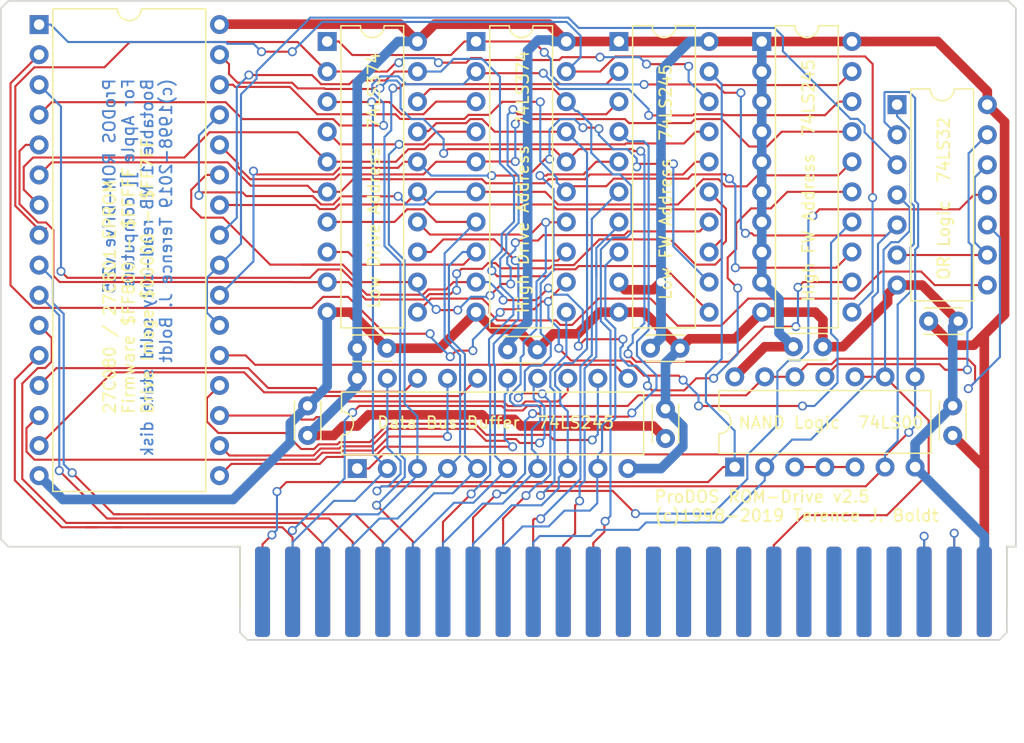
<source format=kicad_pcb>
(kicad_pcb (version 20171130) (host pcbnew "(5.0.1-3-g963ef8bb5)")
  (title_block (title "ProDOS ROM-Drive") (date 2019-04-25) (rev 2.5) (company "Terence J. Boldt"))
  (layers (0 F.Cu mixed) (31 B.Cu mixed) (37 F.SilkS user) (38 B.Mask user) (39 F.Mask user) (44 Edge.Cuts user))
  (net 0 "")
  (net 1 +5V)
  (net 2 GND)
  (net 3 "Net-(DataBuffer1-Pad1)")
  (net 4 "Net-(DataBuffer1-Pad11)")
  (net 5 "Net-(DataBuffer1-Pad2)")
  (net 6 "Net-(DataBuffer1-Pad12)")
  (net 7 "Net-(DataBuffer1-Pad3)")
  (net 8 "Net-(DataBuffer1-Pad13)")
  (net 9 "Net-(DataBuffer1-Pad4)")
  (net 10 "Net-(DataBuffer1-Pad14)")
  (net 11 "Net-(DataBuffer1-Pad5)")
  (net 12 "Net-(DataBuffer1-Pad15)")
  (net 13 "Net-(DataBuffer1-Pad6)")
  (net 14 "Net-(DataBuffer1-Pad16)")
  (net 15 "Net-(DataBuffer1-Pad7)")
  (net 16 "Net-(DataBuffer1-Pad17)")
  (net 17 "Net-(DataBuffer1-Pad8)")
  (net 18 "Net-(DataBuffer1-Pad18)")
  (net 19 "Net-(DataBuffer1-Pad9)")
  (net 20 "Net-(DataBuffer1-Pad19)")
  (net 21 "Net-(EPROM1-Pad1)")
  (net 22 "Net-(EPROM1-Pad2)")
  (net 23 "Net-(EPROM1-Pad3)")
  (net 24 "Net-(EPROM1-Pad4)")
  (net 25 "Net-(EPROM1-Pad5)")
  (net 26 "Net-(EPROM1-Pad6)")
  (net 27 "Net-(EPROM1-Pad7)")
  (net 28 "Net-(EPROM1-Pad23)")
  (net 29 "Net-(EPROM1-Pad8)")
  (net 30 "Net-(EPROM1-Pad9)")
  (net 31 "Net-(EPROM1-Pad25)")
  (net 32 "Net-(EPROM1-Pad10)")
  (net 33 "Net-(EPROM1-Pad26)")
  (net 34 "Net-(EPROM1-Pad11)")
  (net 35 "Net-(EPROM1-Pad27)")
  (net 36 "Net-(EPROM1-Pad12)")
  (net 37 "Net-(EPROM1-Pad28)")
  (net 38 "Net-(EPROM1-Pad29)")
  (net 39 "Net-(EPROM1-Pad30)")
  (net 40 "Net-(EPROM1-Pad31)")
  (net 41 "Net-(HiAddrBuffer1-Pad19)")
  (net 42 "Net-(HiAddrLatch1-Pad1)")
  (net 43 "Net-(HiAddrLatch1-Pad11)")
  (net 44 "Net-(J1-Pad6)")
  (net 45 "Net-(J1-Pad7)")
  (net 46 "Net-(J1-Pad8)")
  (net 47 "Net-(J1-Pad9)")
  (net 48 "Net-(J1-Pad10)")
  (net 49 "Net-(J1-Pad11)")
  (net 50 "Net-(J1-Pad12)")
  (net 51 "Net-(J1-Pad13)")
  (net 52 "Net-(J1-Pad14)")
  (net 53 "Net-(J1-Pad15)")
  (net 54 "Net-(J1-Pad16)")
  (net 55 "Net-(J1-Pad17)")
  (net 56 "Net-(J1-Pad18)")
  (net 57 "Net-(J1-Pad19)")
  (net 58 "Net-(J1-Pad20)")
  (net 59 "Net-(J1-Pad21)")
  (net 60 "Net-(J1-Pad22)")
  (net 61 "Net-(J1-Pad23)")
  (net 62 "Net-(J1-Pad24)")
  (net 63 "Net-(J1-Pad29)")
  (net 64 "Net-(J1-Pad30)")
  (net 65 "Net-(J1-Pad31)")
  (net 66 "Net-(J1-Pad32)")
  (net 67 "Net-(J1-Pad33)")
  (net 68 "Net-(J1-Pad34)")
  (net 69 "Net-(J1-Pad35)")
  (net 70 "Net-(J1-Pad36)")
  (net 71 "Net-(J1-Pad38)")
  (net 72 "Net-(J1-Pad37)")
  (net 73 "Net-(J1-Pad39)")
  (net 74 "Net-(J1-Pad40)")
  (net 75 "Net-(J1-Pad50)")
  (net 76 "Net-(LowAddrLatch1-Pad11)")
  (net 77 "Net-(U1-Pad3)")
  (net 78 "Net-(U1-Pad11)")
  (net 79 "Net-(U2-Pad12)")
  (net 80 "Net-(EPROM1-Pad22)")
  (module Package_DIP:DIP-32_W15.24mm (layer F.Cu) (at 36.87318 25.0571)
    (fp_text reference EPROM1)
    (fp_text value 27C080)
    (pad 32 thru_hole oval (at 15.24 0) (size 1.6 1.6) (drill 0.889) (layers *.Cu *.Mask) (net 1 +5V))
    (pad 16 thru_hole oval (at 0 38.1) (size 1.6 1.6) (drill 0.889) (layers *.Cu *.Mask) (net 2 GND))
    (pad 31 thru_hole oval (at 15.24 2.54) (size 1.6 1.6) (drill 0.889) (layers *.Cu *.Mask) (net 40 "Net-(EPROM1-Pad31)"))
    (pad 15 thru_hole oval (at 0 35.56) (size 1.6 1.6) (drill 0.889) (layers *.Cu *.Mask) (net 14 "Net-(DataBuffer1-Pad16)"))
    (pad 30 thru_hole oval (at 15.24 5.08) (size 1.6 1.6) (drill 0.889) (layers *.Cu *.Mask) (net 39 "Net-(EPROM1-Pad30)"))
    (pad 14 thru_hole oval (at 0 33.02) (size 1.6 1.6) (drill 0.889) (layers *.Cu *.Mask) (net 16 "Net-(DataBuffer1-Pad17)"))
    (pad 29 thru_hole oval (at 15.24 7.62) (size 1.6 1.6) (drill 0.889) (layers *.Cu *.Mask) (net 38 "Net-(EPROM1-Pad29)"))
    (pad 13 thru_hole oval (at 0 30.48) (size 1.6 1.6) (drill 0.889) (layers *.Cu *.Mask) (net 18 "Net-(DataBuffer1-Pad18)"))
    (pad 28 thru_hole oval (at 15.24 10.16) (size 1.6 1.6) (drill 0.889) (layers *.Cu *.Mask) (net 37 "Net-(EPROM1-Pad28)"))
    (pad 12 thru_hole oval (at 0 27.94) (size 1.6 1.6) (drill 0.889) (layers *.Cu *.Mask) (net 36 "Net-(EPROM1-Pad12)"))
    (pad 27 thru_hole oval (at 15.24 12.7) (size 1.6 1.6) (drill 0.889) (layers *.Cu *.Mask) (net 35 "Net-(EPROM1-Pad27)"))
    (pad 11 thru_hole oval (at 0 25.4) (size 1.6 1.6) (drill 0.889) (layers *.Cu *.Mask) (net 34 "Net-(EPROM1-Pad11)"))
    (pad 26 thru_hole oval (at 15.24 15.24) (size 1.6 1.6) (drill 0.889) (layers *.Cu *.Mask) (net 33 "Net-(EPROM1-Pad26)"))
    (pad 10 thru_hole oval (at 0 22.86) (size 1.6 1.6) (drill 0.889) (layers *.Cu *.Mask) (net 32 "Net-(EPROM1-Pad10)"))
    (pad 25 thru_hole oval (at 15.24 17.78) (size 1.6 1.6) (drill 0.889) (layers *.Cu *.Mask) (net 31 "Net-(EPROM1-Pad25)"))
    (pad 9 thru_hole oval (at 0 20.32) (size 1.6 1.6) (drill 0.889) (layers *.Cu *.Mask) (net 30 "Net-(EPROM1-Pad9)"))
    (pad 24 thru_hole oval (at 15.24 20.32) (size 1.6 1.6) (drill 0.889) (layers *.Cu *.Mask) (net 80 "Net-(EPROM1-Pad22)"))
    (pad 8 thru_hole oval (at 0 17.78) (size 1.6 1.6) (drill 0.889) (layers *.Cu *.Mask) (net 29 "Net-(EPROM1-Pad8)"))
    (pad 23 thru_hole oval (at 15.24 22.86) (size 1.6 1.6) (drill 0.889) (layers *.Cu *.Mask) (net 28 "Net-(EPROM1-Pad23)"))
    (pad 7 thru_hole oval (at 0 15.24) (size 1.6 1.6) (drill 0.889) (layers *.Cu *.Mask) (net 27 "Net-(EPROM1-Pad7)"))
    (pad 22 thru_hole oval (at 15.24 25.4) (size 1.6 1.6) (drill 0.889) (layers *.Cu *.Mask) (net 80 "Net-(EPROM1-Pad22)"))
    (pad 6 thru_hole oval (at 0 12.7) (size 1.6 1.6) (drill 0.889) (layers *.Cu *.Mask) (net 26 "Net-(EPROM1-Pad6)"))
    (pad 21 thru_hole oval (at 15.24 27.94) (size 1.6 1.6) (drill 0.889) (layers *.Cu *.Mask) (net 4 "Net-(DataBuffer1-Pad11)"))
    (pad 5 thru_hole oval (at 0 10.16) (size 1.6 1.6) (drill 0.889) (layers *.Cu *.Mask) (net 25 "Net-(EPROM1-Pad5)"))
    (pad 20 thru_hole oval (at 15.24 30.48) (size 1.6 1.6) (drill 0.889) (layers *.Cu *.Mask) (net 6 "Net-(DataBuffer1-Pad12)"))
    (pad 4 thru_hole oval (at 0 7.62) (size 1.6 1.6) (drill 0.889) (layers *.Cu *.Mask) (net 24 "Net-(EPROM1-Pad4)"))
    (pad 19 thru_hole oval (at 15.24 33.02) (size 1.6 1.6) (drill 0.889) (layers *.Cu *.Mask) (net 8 "Net-(DataBuffer1-Pad13)"))
    (pad 3 thru_hole oval (at 0 5.08) (size 1.6 1.6) (drill 0.889) (layers *.Cu *.Mask) (net 23 "Net-(EPROM1-Pad3)"))
    (pad 18 thru_hole oval (at 15.24 35.56) (size 1.6 1.6) (drill 0.889) (layers *.Cu *.Mask) (net 10 "Net-(DataBuffer1-Pad14)"))
    (pad 2 thru_hole oval (at 0 2.54) (size 1.6 1.6) (drill 0.889) (layers *.Cu *.Mask) (net 22 "Net-(EPROM1-Pad2)"))
    (pad 17 thru_hole oval (at 15.24 38.1) (size 1.6 1.6) (drill 0.889) (layers *.Cu *.Mask) (net 12 "Net-(DataBuffer1-Pad15)"))
    (pad 1 thru_hole rect (at 0 0) (size 1.6 1.6) (drill 0.889) (layers *.Cu *.Mask) (net 21 "Net-(EPROM1-Pad1)"))
  )
  (module "Connector:Apple II Expansion Edge Connector" (layer F.Cu) (at 69.71284 67.88658)
    (fp_text reference J1)
    (fp_text value "Apple II Expansion Slot")
    (pad 1 connect roundrect (at -13.97 5.08) (size 1.27 7.62) (layers F.Cu F.Mask) (net 41 "Net-(HiAddrBuffer1-Pad19)"))
    (pad 2 connect roundrect (at -11.43 5.08) (size 1.27 7.62) (layers F.Cu F.Mask) (net 36 "Net-(EPROM1-Pad12)"))
    (pad 3 connect roundrect (at -8.89 5.08) (size 1.27 7.62) (layers F.Cu F.Mask) (net 34 "Net-(EPROM1-Pad11)"))
    (pad 4 connect roundrect (at -6.35 5.08) (size 1.27 7.62) (layers F.Cu F.Mask) (net 32 "Net-(EPROM1-Pad10)"))
    (pad 5 connect roundrect (at -3.81 5.08) (size 1.27 7.62) (layers F.Cu F.Mask) (net 30 "Net-(EPROM1-Pad9)"))
    (pad 6 connect roundrect (at -1.27 5.08) (size 1.27 7.62) (layers F.Cu F.Mask) (net 44 "Net-(J1-Pad6)"))
    (pad 7 connect roundrect (at 1.27 5.08) (size 1.27 7.62) (layers F.Cu F.Mask) (net 45 "Net-(J1-Pad7)"))
    (pad 8 connect roundrect (at 3.81 5.08) (size 1.27 7.62) (layers F.Cu F.Mask) (net 46 "Net-(J1-Pad8)"))
    (pad 9 connect roundrect (at 6.35 5.08) (size 1.27 7.62) (layers F.Cu F.Mask) (net 47 "Net-(J1-Pad9)"))
    (pad 10 connect roundrect (at 8.89 5.08) (size 1.27 7.62) (layers F.Cu F.Mask) (net 48 "Net-(J1-Pad10)"))
    (pad 11 connect roundrect (at 11.43 5.08) (size 1.27 7.62) (layers F.Cu F.Mask) (net 49 "Net-(J1-Pad11)"))
    (pad 12 connect roundrect (at 13.97 5.08) (size 1.27 7.62) (layers F.Cu F.Mask) (net 50 "Net-(J1-Pad12)"))
    (pad 13 connect roundrect (at 16.51 5.08) (size 1.27 7.62) (layers F.Cu F.Mask) (net 51 "Net-(J1-Pad13)"))
    (pad 14 connect roundrect (at 19.05 5.08) (size 1.27 7.62) (layers F.Cu F.Mask) (net 52 "Net-(J1-Pad14)"))
    (pad 15 connect roundrect (at 21.59 5.08) (size 1.27 7.62) (layers F.Cu F.Mask) (net 53 "Net-(J1-Pad15)"))
    (pad 16 connect roundrect (at 24.13 5.08) (size 1.27 7.62) (layers F.Cu F.Mask) (net 54 "Net-(J1-Pad16)"))
    (pad 17 connect roundrect (at 26.67 5.08) (size 1.27 7.62) (layers F.Cu F.Mask) (net 55 "Net-(J1-Pad17)"))
    (pad 18 connect roundrect (at 29.21 5.08) (size 1.27 7.62) (layers F.Cu F.Mask) (net 56 "Net-(J1-Pad18)"))
    (pad 19 connect roundrect (at 31.75 5.08) (size 1.27 7.62) (layers F.Cu F.Mask) (net 57 "Net-(J1-Pad19)"))
    (pad 20 connect roundrect (at 34.29 5.08) (size 1.27 7.62) (layers F.Cu F.Mask) (net 58 "Net-(J1-Pad20)"))
    (pad 21 connect roundrect (at 36.83 5.08) (size 1.27 7.62) (layers F.Cu F.Mask) (net 59 "Net-(J1-Pad21)"))
    (pad 22 connect roundrect (at 39.37 5.08) (size 1.27 7.62) (layers F.Cu F.Mask) (net 60 "Net-(J1-Pad22)"))
    (pad 23 connect roundrect (at 41.91 5.08) (size 1.27 7.62) (layers F.Cu F.Mask) (net 61 "Net-(J1-Pad23)"))
    (pad 24 connect roundrect (at 44.45 5.08) (size 1.27 7.62) (layers F.Cu F.Mask) (net 62 "Net-(J1-Pad24)"))
    (pad 25 connect roundrect (at 46.99 5.08) (size 1.27 7.62) (layers F.Cu F.Mask) (net 1 +5V))
    (pad 26 connect roundrect (at 46.99 5.08) (size 1.27 7.62) (layers B.Cu B.Mask) (net 2 GND))
    (pad 27 connect roundrect (at 44.45 5.08) (size 1.27 7.62) (layers B.Cu B.Mask) (net 62 "Net-(J1-Pad24)"))
    (pad 28 connect roundrect (at 41.91 5.08) (size 1.27 7.62) (layers B.Cu B.Mask) (net 61 "Net-(J1-Pad23)"))
    (pad 29 connect roundrect (at 39.37 5.08) (size 1.27 7.62) (layers B.Cu B.Mask) (net 63 "Net-(J1-Pad29)"))
    (pad 30 connect roundrect (at 36.83 5.08) (size 1.27 7.62) (layers B.Cu B.Mask) (net 64 "Net-(J1-Pad30)"))
    (pad 31 connect roundrect (at 34.29 5.08) (size 1.27 7.62) (layers B.Cu B.Mask) (net 65 "Net-(J1-Pad31)"))
    (pad 32 connect roundrect (at 31.75 5.08) (size 1.27 7.62) (layers B.Cu B.Mask) (net 66 "Net-(J1-Pad32)"))
    (pad 33 connect roundrect (at 29.21 5.08) (size 1.27 7.62) (layers B.Cu B.Mask) (net 67 "Net-(J1-Pad33)"))
    (pad 34 connect roundrect (at 26.67 5.08) (size 1.27 7.62) (layers B.Cu B.Mask) (net 68 "Net-(J1-Pad34)"))
    (pad 35 connect roundrect (at 24.13 5.08) (size 1.27 7.62) (layers B.Cu B.Mask) (net 69 "Net-(J1-Pad35)"))
    (pad 36 connect roundrect (at 21.59 5.08) (size 1.27 7.62) (layers B.Cu B.Mask) (net 70 "Net-(J1-Pad36)"))
    (pad 38 connect roundrect (at 16.51 5.08) (size 1.27 7.62) (layers B.Cu B.Mask) (net 71 "Net-(J1-Pad38)"))
    (pad 37 connect roundrect (at 19.05 5.08) (size 1.27 7.62) (layers B.Cu B.Mask) (net 72 "Net-(J1-Pad37)"))
    (pad 39 connect roundrect (at 13.97 5.08) (size 1.27 7.62) (layers B.Cu B.Mask) (net 73 "Net-(J1-Pad39)"))
    (pad 40 connect roundrect (at 11.43 5.08) (size 1.27 7.62) (layers B.Cu B.Mask) (net 74 "Net-(J1-Pad40)"))
    (pad 41 connect roundrect (at 8.89 5.08) (size 1.27 7.62) (layers B.Cu B.Mask) (net 42 "Net-(HiAddrLatch1-Pad1)"))
    (pad 42 connect roundrect (at 6.35 5.08) (size 1.27 7.62) (layers B.Cu B.Mask) (net 19 "Net-(DataBuffer1-Pad9)"))
    (pad 43 connect roundrect (at 3.81 5.08) (size 1.27 7.62) (layers B.Cu B.Mask) (net 17 "Net-(DataBuffer1-Pad8)"))
    (pad 44 connect roundrect (at 1.27 5.08) (size 1.27 7.62) (layers B.Cu B.Mask) (net 15 "Net-(DataBuffer1-Pad7)"))
    (pad 45 connect roundrect (at -1.27 5.08) (size 1.27 7.62) (layers B.Cu B.Mask) (net 13 "Net-(DataBuffer1-Pad6)"))
    (pad 46 connect roundrect (at -3.81 5.08) (size 1.27 7.62) (layers B.Cu B.Mask) (net 11 "Net-(DataBuffer1-Pad5)"))
    (pad 47 connect roundrect (at -6.35 5.08) (size 1.27 7.62) (layers B.Cu B.Mask) (net 9 "Net-(DataBuffer1-Pad4)"))
    (pad 48 connect roundrect (at -8.89 5.08) (size 1.27 7.62) (layers B.Cu B.Mask) (net 7 "Net-(DataBuffer1-Pad3)"))
    (pad 49 connect roundrect (at -11.43 5.08) (size 1.27 7.62) (layers B.Cu B.Mask) (net 5 "Net-(DataBuffer1-Pad2)"))
    (pad 50 connect roundrect (at -13.97 5.08) (size 1.27 7.62) (layers B.Cu B.Mask) (net 75 "Net-(J1-Pad50)"))
  )
  (module Package_DIP:DIP-20_W7.62mm (layer F.Cu) (at 73.77684 26.48458)
    (fp_text reference HiAddrLatch1)
    (fp_text value 74LS374)
    (pad 20 thru_hole oval (at 7.62 0) (size 1.6 1.6) (drill 0.889) (layers *.Cu *.Mask) (net 1 +5V))
    (pad 10 thru_hole oval (at 0 22.86) (size 1.6 1.6) (drill 0.889) (layers *.Cu *.Mask) (net 2 GND))
    (pad 19 thru_hole oval (at 7.62 2.54) (size 1.6 1.6) (drill 0.889) (layers *.Cu *.Mask) (net 21 "Net-(EPROM1-Pad1)"))
    (pad 9 thru_hole oval (at 0 20.32) (size 1.6 1.6) (drill 0.889) (layers *.Cu *.Mask) (net 23 "Net-(EPROM1-Pad3)"))
    (pad 18 thru_hole oval (at 7.62 5.08) (size 1.6 1.6) (drill 0.889) (layers *.Cu *.Mask) (net 19 "Net-(DataBuffer1-Pad9)"))
    (pad 8 thru_hole oval (at 0 17.78) (size 1.6 1.6) (drill 0.889) (layers *.Cu *.Mask) (net 11 "Net-(DataBuffer1-Pad5)"))
    (pad 17 thru_hole oval (at 7.62 7.62) (size 1.6 1.6) (drill 0.889) (layers *.Cu *.Mask) (net 17 "Net-(DataBuffer1-Pad8)"))
    (pad 7 thru_hole oval (at 0 15.24) (size 1.6 1.6) (drill 0.889) (layers *.Cu *.Mask) (net 9 "Net-(DataBuffer1-Pad4)"))
    (pad 16 thru_hole oval (at 7.62 10.16) (size 1.6 1.6) (drill 0.889) (layers *.Cu *.Mask) (net 40 "Net-(EPROM1-Pad31)"))
    (pad 6 thru_hole oval (at 0 12.7) (size 1.6 1.6) (drill 0.889) (layers *.Cu *.Mask) (net 38 "Net-(EPROM1-Pad29)"))
    (pad 15 thru_hole oval (at 7.62 12.7) (size 1.6 1.6) (drill 0.889) (layers *.Cu *.Mask) (net 39 "Net-(EPROM1-Pad30)"))
    (pad 5 thru_hole oval (at 0 10.16) (size 1.6 1.6) (drill 0.889) (layers *.Cu *.Mask) (net 37 "Net-(EPROM1-Pad28)"))
    (pad 14 thru_hole oval (at 7.62 15.24) (size 1.6 1.6) (drill 0.889) (layers *.Cu *.Mask) (net 15 "Net-(DataBuffer1-Pad7)"))
    (pad 4 thru_hole oval (at 0 7.62) (size 1.6 1.6) (drill 0.889) (layers *.Cu *.Mask) (net 7 "Net-(DataBuffer1-Pad3)"))
    (pad 13 thru_hole oval (at 7.62 17.78) (size 1.6 1.6) (drill 0.889) (layers *.Cu *.Mask) (net 13 "Net-(DataBuffer1-Pad6)"))
    (pad 3 thru_hole oval (at 0 5.08) (size 1.6 1.6) (drill 0.889) (layers *.Cu *.Mask) (net 5 "Net-(DataBuffer1-Pad2)"))
    (pad 12 thru_hole oval (at 7.62 20.32) (size 1.6 1.6) (drill 0.889) (layers *.Cu *.Mask) (net 22 "Net-(EPROM1-Pad2)"))
    (pad 2 thru_hole oval (at 0 2.54) (size 1.6 1.6) (drill 0.889) (layers *.Cu *.Mask) (net 24 "Net-(EPROM1-Pad4)"))
    (pad 11 thru_hole oval (at 7.62 22.86) (size 1.6 1.6) (drill 0.889) (layers *.Cu *.Mask) (net 43 "Net-(HiAddrLatch1-Pad11)"))
    (pad 1 thru_hole rect (at 0 0) (size 1.6 1.6) (drill 0.889) (layers *.Cu *.Mask) (net 42 "Net-(HiAddrLatch1-Pad1)"))
  )
  (module Package_DIP:DIP-20_W7.62mm (layer F.Cu) (at 63.74384 62.55258 90)
    (fp_text reference DataBuffer1)
    (fp_text value 74LS245)
    (pad 20 thru_hole oval (at 7.62 0 90) (size 1.6 1.6) (drill 0.889) (layers *.Cu *.Mask) (net 1 +5V))
    (pad 10 thru_hole oval (at 0 22.86 90) (size 1.6 1.6) (drill 0.889) (layers *.Cu *.Mask) (net 2 GND))
    (pad 19 thru_hole oval (at 7.62 2.54 90) (size 1.6 1.6) (drill 0.889) (layers *.Cu *.Mask) (net 20 "Net-(DataBuffer1-Pad19)"))
    (pad 9 thru_hole oval (at 0 20.32 90) (size 1.6 1.6) (drill 0.889) (layers *.Cu *.Mask) (net 19 "Net-(DataBuffer1-Pad9)"))
    (pad 18 thru_hole oval (at 7.62 5.08 90) (size 1.6 1.6) (drill 0.889) (layers *.Cu *.Mask) (net 18 "Net-(DataBuffer1-Pad18)"))
    (pad 8 thru_hole oval (at 0 17.78 90) (size 1.6 1.6) (drill 0.889) (layers *.Cu *.Mask) (net 17 "Net-(DataBuffer1-Pad8)"))
    (pad 17 thru_hole oval (at 7.62 7.62 90) (size 1.6 1.6) (drill 0.889) (layers *.Cu *.Mask) (net 16 "Net-(DataBuffer1-Pad17)"))
    (pad 7 thru_hole oval (at 0 15.24 90) (size 1.6 1.6) (drill 0.889) (layers *.Cu *.Mask) (net 15 "Net-(DataBuffer1-Pad7)"))
    (pad 16 thru_hole oval (at 7.62 10.16 90) (size 1.6 1.6) (drill 0.889) (layers *.Cu *.Mask) (net 14 "Net-(DataBuffer1-Pad16)"))
    (pad 6 thru_hole oval (at 0 12.7 90) (size 1.6 1.6) (drill 0.889) (layers *.Cu *.Mask) (net 13 "Net-(DataBuffer1-Pad6)"))
    (pad 15 thru_hole oval (at 7.62 12.7 90) (size 1.6 1.6) (drill 0.889) (layers *.Cu *.Mask) (net 12 "Net-(DataBuffer1-Pad15)"))
    (pad 5 thru_hole oval (at 0 10.16 90) (size 1.6 1.6) (drill 0.889) (layers *.Cu *.Mask) (net 11 "Net-(DataBuffer1-Pad5)"))
    (pad 14 thru_hole oval (at 7.62 15.24 90) (size 1.6 1.6) (drill 0.889) (layers *.Cu *.Mask) (net 10 "Net-(DataBuffer1-Pad14)"))
    (pad 4 thru_hole oval (at 0 7.62 90) (size 1.6 1.6) (drill 0.889) (layers *.Cu *.Mask) (net 9 "Net-(DataBuffer1-Pad4)"))
    (pad 13 thru_hole oval (at 7.62 17.78 90) (size 1.6 1.6) (drill 0.889) (layers *.Cu *.Mask) (net 8 "Net-(DataBuffer1-Pad13)"))
    (pad 3 thru_hole oval (at 0 5.08 90) (size 1.6 1.6) (drill 0.889) (layers *.Cu *.Mask) (net 7 "Net-(DataBuffer1-Pad3)"))
    (pad 12 thru_hole oval (at 7.62 20.32 90) (size 1.6 1.6) (drill 0.889) (layers *.Cu *.Mask) (net 6 "Net-(DataBuffer1-Pad12)"))
    (pad 2 thru_hole oval (at 0 2.54 90) (size 1.6 1.6) (drill 0.889) (layers *.Cu *.Mask) (net 5 "Net-(DataBuffer1-Pad2)"))
    (pad 11 thru_hole oval (at 7.62 22.86 90) (size 1.6 1.6) (drill 0.889) (layers *.Cu *.Mask) (net 4 "Net-(DataBuffer1-Pad11)"))
    (pad 1 thru_hole rect (at 0 0 90) (size 1.6 1.6) (drill 0.889) (layers *.Cu *.Mask) (net 3 "Net-(DataBuffer1-Pad1)"))
  )
  (module Package_DIP:DIP-20_W7.62mm (layer F.Cu) (at 97.90684 26.48458)
    (fp_text reference HiAddrBuffer1)
    (fp_text value 74LS245)
    (pad 20 thru_hole oval (at 7.62 0) (size 1.6 1.6) (drill 0.889) (layers *.Cu *.Mask) (net 1 +5V))
    (pad 10 thru_hole oval (at 0 22.86) (size 1.6 1.6) (drill 0.889) (layers *.Cu *.Mask) (net 2 GND))
    (pad 19 thru_hole oval (at 7.62 2.54) (size 1.6 1.6) (drill 0.889) (layers *.Cu *.Mask) (net 41 "Net-(HiAddrBuffer1-Pad19)"))
    (pad 9 thru_hole oval (at 0 20.32) (size 1.6 1.6) (drill 0.889) (layers *.Cu *.Mask) (net 1 +5V))
    (pad 18 thru_hole oval (at 7.62 5.08) (size 1.6 1.6) (drill 0.889) (layers *.Cu *.Mask) (net 24 "Net-(EPROM1-Pad4)"))
    (pad 8 thru_hole oval (at 0 17.78) (size 1.6 1.6) (drill 0.889) (layers *.Cu *.Mask) (net 1 +5V))
    (pad 17 thru_hole oval (at 7.62 7.62) (size 1.6 1.6) (drill 0.889) (layers *.Cu *.Mask) (net 37 "Net-(EPROM1-Pad28)"))
    (pad 7 thru_hole oval (at 0 15.24) (size 1.6 1.6) (drill 0.889) (layers *.Cu *.Mask) (net 1 +5V))
    (pad 16 thru_hole oval (at 7.62 10.16) (size 1.6 1.6) (drill 0.889) (layers *.Cu *.Mask) (net 38 "Net-(EPROM1-Pad29)"))
    (pad 6 thru_hole oval (at 0 12.7) (size 1.6 1.6) (drill 0.889) (layers *.Cu *.Mask) (net 1 +5V))
    (pad 15 thru_hole oval (at 7.62 12.7) (size 1.6 1.6) (drill 0.889) (layers *.Cu *.Mask) (net 23 "Net-(EPROM1-Pad3)"))
    (pad 5 thru_hole oval (at 0 10.16) (size 1.6 1.6) (drill 0.889) (layers *.Cu *.Mask) (net 1 +5V))
    (pad 14 thru_hole oval (at 7.62 15.24) (size 1.6 1.6) (drill 0.889) (layers *.Cu *.Mask) (net 22 "Net-(EPROM1-Pad2)"))
    (pad 4 thru_hole oval (at 0 7.62) (size 1.6 1.6) (drill 0.889) (layers *.Cu *.Mask) (net 1 +5V))
    (pad 13 thru_hole oval (at 7.62 17.78) (size 1.6 1.6) (drill 0.889) (layers *.Cu *.Mask) (net 39 "Net-(EPROM1-Pad30)"))
    (pad 3 thru_hole oval (at 0 5.08) (size 1.6 1.6) (drill 0.889) (layers *.Cu *.Mask) (net 1 +5V))
    (pad 12 thru_hole oval (at 7.62 20.32) (size 1.6 1.6) (drill 0.889) (layers *.Cu *.Mask) (net 40 "Net-(EPROM1-Pad31)"))
    (pad 2 thru_hole oval (at 0 2.54) (size 1.6 1.6) (drill 0.889) (layers *.Cu *.Mask) (net 1 +5V))
    (pad 11 thru_hole oval (at 7.62 22.86) (size 1.6 1.6) (drill 0.889) (layers *.Cu *.Mask) (net 21 "Net-(EPROM1-Pad1)"))
    (pad 1 thru_hole rect (at 0 0) (size 1.6 1.6) (drill 0.889) (layers *.Cu *.Mask) (net 1 +5V))
  )
  (module Package_DIP:DIP-20_W7.62mm (layer F.Cu) (at 85.84184 26.48458)
    (fp_text reference LowAddrBuffer1)
    (fp_text value 74LS245)
    (pad 1 thru_hole rect (at 0 0) (size 1.6 1.6) (drill 0.889) (layers *.Cu *.Mask) (net 1 +5V))
    (pad 11 thru_hole oval (at 7.62 22.86) (size 1.6 1.6) (drill 0.889) (layers *.Cu *.Mask) (net 31 "Net-(EPROM1-Pad25)"))
    (pad 2 thru_hole oval (at 0 2.54) (size 1.6 1.6) (drill 0.889) (layers *.Cu *.Mask) (net 44 "Net-(J1-Pad6)"))
    (pad 12 thru_hole oval (at 7.62 20.32) (size 1.6 1.6) (drill 0.889) (layers *.Cu *.Mask) (net 28 "Net-(EPROM1-Pad23)"))
    (pad 3 thru_hole oval (at 0 5.08) (size 1.6 1.6) (drill 0.889) (layers *.Cu *.Mask) (net 45 "Net-(J1-Pad7)"))
    (pad 13 thru_hole oval (at 7.62 17.78) (size 1.6 1.6) (drill 0.889) (layers *.Cu *.Mask) (net 33 "Net-(EPROM1-Pad26)"))
    (pad 4 thru_hole oval (at 0 7.62) (size 1.6 1.6) (drill 0.889) (layers *.Cu *.Mask) (net 46 "Net-(J1-Pad8)"))
    (pad 14 thru_hole oval (at 7.62 15.24) (size 1.6 1.6) (drill 0.889) (layers *.Cu *.Mask) (net 35 "Net-(EPROM1-Pad27)"))
    (pad 5 thru_hole oval (at 0 10.16) (size 1.6 1.6) (drill 0.889) (layers *.Cu *.Mask) (net 47 "Net-(J1-Pad9)"))
    (pad 15 thru_hole oval (at 7.62 12.7) (size 1.6 1.6) (drill 0.889) (layers *.Cu *.Mask) (net 25 "Net-(EPROM1-Pad5)"))
    (pad 6 thru_hole oval (at 0 12.7) (size 1.6 1.6) (drill 0.889) (layers *.Cu *.Mask) (net 48 "Net-(J1-Pad10)"))
    (pad 16 thru_hole oval (at 7.62 10.16) (size 1.6 1.6) (drill 0.889) (layers *.Cu *.Mask) (net 26 "Net-(EPROM1-Pad6)"))
    (pad 7 thru_hole oval (at 0 15.24) (size 1.6 1.6) (drill 0.889) (layers *.Cu *.Mask) (net 49 "Net-(J1-Pad11)"))
    (pad 17 thru_hole oval (at 7.62 7.62) (size 1.6 1.6) (drill 0.889) (layers *.Cu *.Mask) (net 27 "Net-(EPROM1-Pad7)"))
    (pad 8 thru_hole oval (at 0 17.78) (size 1.6 1.6) (drill 0.889) (layers *.Cu *.Mask) (net 50 "Net-(J1-Pad12)"))
    (pad 18 thru_hole oval (at 7.62 5.08) (size 1.6 1.6) (drill 0.889) (layers *.Cu *.Mask) (net 29 "Net-(EPROM1-Pad8)"))
    (pad 9 thru_hole oval (at 0 20.32) (size 1.6 1.6) (drill 0.889) (layers *.Cu *.Mask) (net 1 +5V))
    (pad 19 thru_hole oval (at 7.62 2.54) (size 1.6 1.6) (drill 0.889) (layers *.Cu *.Mask) (net 41 "Net-(HiAddrBuffer1-Pad19)"))
    (pad 10 thru_hole oval (at 0 22.86) (size 1.6 1.6) (drill 0.889) (layers *.Cu *.Mask) (net 2 GND))
    (pad 20 thru_hole oval (at 7.62 0) (size 1.6 1.6) (drill 0.889) (layers *.Cu *.Mask) (net 1 +5V))
  )
  (module Package_DIP:DIP-20_W7.62mm (layer F.Cu) (at 61.20384 26.48458)
    (fp_text reference LowAddrLatch1)
    (fp_text value 74LS374)
    (pad 1 thru_hole rect (at 0 0) (size 1.6 1.6) (drill 0.889) (layers *.Cu *.Mask) (net 42 "Net-(HiAddrLatch1-Pad1)"))
    (pad 11 thru_hole oval (at 7.62 22.86) (size 1.6 1.6) (drill 0.889) (layers *.Cu *.Mask) (net 76 "Net-(LowAddrLatch1-Pad11)"))
    (pad 2 thru_hole oval (at 0 2.54) (size 1.6 1.6) (drill 0.889) (layers *.Cu *.Mask) (net 29 "Net-(EPROM1-Pad8)"))
    (pad 12 thru_hole oval (at 7.62 20.32) (size 1.6 1.6) (drill 0.889) (layers *.Cu *.Mask) (net 35 "Net-(EPROM1-Pad27)"))
    (pad 3 thru_hole oval (at 0 5.08) (size 1.6 1.6) (drill 0.889) (layers *.Cu *.Mask) (net 5 "Net-(DataBuffer1-Pad2)"))
    (pad 13 thru_hole oval (at 7.62 17.78) (size 1.6 1.6) (drill 0.889) (layers *.Cu *.Mask) (net 13 "Net-(DataBuffer1-Pad6)"))
    (pad 4 thru_hole oval (at 0 7.62) (size 1.6 1.6) (drill 0.889) (layers *.Cu *.Mask) (net 7 "Net-(DataBuffer1-Pad3)"))
    (pad 14 thru_hole oval (at 7.62 15.24) (size 1.6 1.6) (drill 0.889) (layers *.Cu *.Mask) (net 15 "Net-(DataBuffer1-Pad7)"))
    (pad 5 thru_hole oval (at 0 10.16) (size 1.6 1.6) (drill 0.889) (layers *.Cu *.Mask) (net 27 "Net-(EPROM1-Pad7)"))
    (pad 15 thru_hole oval (at 7.62 12.7) (size 1.6 1.6) (drill 0.889) (layers *.Cu *.Mask) (net 33 "Net-(EPROM1-Pad26)"))
    (pad 6 thru_hole oval (at 0 12.7) (size 1.6 1.6) (drill 0.889) (layers *.Cu *.Mask) (net 26 "Net-(EPROM1-Pad6)"))
    (pad 16 thru_hole oval (at 7.62 10.16) (size 1.6 1.6) (drill 0.889) (layers *.Cu *.Mask) (net 28 "Net-(EPROM1-Pad23)"))
    (pad 7 thru_hole oval (at 0 15.24) (size 1.6 1.6) (drill 0.889) (layers *.Cu *.Mask) (net 9 "Net-(DataBuffer1-Pad4)"))
    (pad 17 thru_hole oval (at 7.62 7.62) (size 1.6 1.6) (drill 0.889) (layers *.Cu *.Mask) (net 17 "Net-(DataBuffer1-Pad8)"))
    (pad 8 thru_hole oval (at 0 17.78) (size 1.6 1.6) (drill 0.889) (layers *.Cu *.Mask) (net 11 "Net-(DataBuffer1-Pad5)"))
    (pad 18 thru_hole oval (at 7.62 5.08) (size 1.6 1.6) (drill 0.889) (layers *.Cu *.Mask) (net 19 "Net-(DataBuffer1-Pad9)"))
    (pad 9 thru_hole oval (at 0 20.32) (size 1.6 1.6) (drill 0.889) (layers *.Cu *.Mask) (net 25 "Net-(EPROM1-Pad5)"))
    (pad 19 thru_hole oval (at 7.62 2.54) (size 1.6 1.6) (drill 0.889) (layers *.Cu *.Mask) (net 31 "Net-(EPROM1-Pad25)"))
    (pad 10 thru_hole oval (at 0 22.86) (size 1.6 1.6) (drill 0.889) (layers *.Cu *.Mask) (net 2 GND))
    (pad 20 thru_hole oval (at 7.62 0) (size 1.6 1.6) (drill 0.889) (layers *.Cu *.Mask) (net 1 +5V))
  )
  (module Package_DIP:DIP-14_W7.62mm (layer F.Cu) (at 95.62084 62.42558 90)
    (fp_text reference U1)
    (fp_text value 74LS00)
    (pad 14 thru_hole oval (at 7.62 0 90) (size 1.6 1.6) (drill 0.889) (layers *.Cu *.Mask) (net 1 +5V))
    (pad 7 thru_hole oval (at 0 15.24 90) (size 1.6 1.6) (drill 0.889) (layers *.Cu *.Mask) (net 2 GND))
    (pad 13 thru_hole oval (at 7.62 2.54 90) (size 1.6 1.6) (drill 0.889) (layers *.Cu *.Mask) (net 36 "Net-(EPROM1-Pad12)"))
    (pad 6 thru_hole oval (at 0 12.7 90) (size 1.6 1.6) (drill 0.889) (layers *.Cu *.Mask) (net 20 "Net-(DataBuffer1-Pad19)"))
    (pad 12 thru_hole oval (at 7.62 5.08 90) (size 1.6 1.6) (drill 0.889) (layers *.Cu *.Mask) (net 36 "Net-(EPROM1-Pad12)"))
    (pad 5 thru_hole oval (at 0 10.16 90) (size 1.6 1.6) (drill 0.889) (layers *.Cu *.Mask) (net 77 "Net-(U1-Pad3)"))
    (pad 11 thru_hole oval (at 7.62 7.62 90) (size 1.6 1.6) (drill 0.889) (layers *.Cu *.Mask) (net 78 "Net-(U1-Pad11)"))
    (pad 4 thru_hole oval (at 0 7.62 90) (size 1.6 1.6) (drill 0.889) (layers *.Cu *.Mask) (net 77 "Net-(U1-Pad3)"))
    (pad 10 thru_hole oval (at 7.62 10.16 90) (size 1.6 1.6) (drill 0.889) (layers *.Cu *.Mask) (net 56 "Net-(J1-Pad18)"))
    (pad 3 thru_hole oval (at 0 5.08 90) (size 1.6 1.6) (drill 0.889) (layers *.Cu *.Mask) (net 77 "Net-(U1-Pad3)"))
    (pad 9 thru_hole oval (at 7.62 12.7 90) (size 1.6 1.6) (drill 0.889) (layers *.Cu *.Mask) (net 56 "Net-(J1-Pad18)"))
    (pad 2 thru_hole oval (at 0 2.54 90) (size 1.6 1.6) (drill 0.889) (layers *.Cu *.Mask) (net 42 "Net-(HiAddrLatch1-Pad1)"))
    (pad 8 thru_hole oval (at 7.62 15.24 90) (size 1.6 1.6) (drill 0.889) (layers *.Cu *.Mask) (net 3 "Net-(DataBuffer1-Pad1)"))
    (pad 1 thru_hole rect (at 0 0 90) (size 1.6 1.6) (drill 0.889) (layers *.Cu *.Mask) (net 41 "Net-(HiAddrBuffer1-Pad19)"))
  )
  (module Package_DIP:DIP-14_W7.62mm (layer F.Cu) (at 109.33684 31.81858)
    (fp_text reference U2)
    (fp_text value 74LS32)
    (pad 1 thru_hole rect (at 0 0) (size 1.6 1.6) (drill 0.889) (layers *.Cu *.Mask) (net 20 "Net-(DataBuffer1-Pad19)"))
    (pad 8 thru_hole oval (at 7.62 15.24) (size 1.6 1.6) (drill 0.889) (layers *.Cu *.Mask) (net 76 "Net-(LowAddrLatch1-Pad11)"))
    (pad 2 thru_hole oval (at 0 2.54) (size 1.6 1.6) (drill 0.889) (layers *.Cu *.Mask) (net 3 "Net-(DataBuffer1-Pad1)"))
    (pad 9 thru_hole oval (at 7.62 12.7) (size 1.6 1.6) (drill 0.889) (layers *.Cu *.Mask) (net 79 "Net-(U2-Pad12)"))
    (pad 3 thru_hole oval (at 0 5.08) (size 1.6 1.6) (drill 0.889) (layers *.Cu *.Mask) (net 80 "Net-(EPROM1-Pad22)"))
    (pad 10 thru_hole oval (at 7.62 10.16) (size 1.6 1.6) (drill 0.889) (layers *.Cu *.Mask) (net 36 "Net-(EPROM1-Pad12)"))
    (pad 4 thru_hole oval (at 0 7.62) (size 1.6 1.6) (drill 0.889) (layers *.Cu *.Mask) (net 56 "Net-(J1-Pad18)"))
    (pad 11 thru_hole oval (at 7.62 7.62) (size 1.6 1.6) (drill 0.889) (layers *.Cu *.Mask) (net 43 "Net-(HiAddrLatch1-Pad11)"))
    (pad 5 thru_hole oval (at 0 10.16) (size 1.6 1.6) (drill 0.889) (layers *.Cu *.Mask) (net 42 "Net-(HiAddrLatch1-Pad1)"))
    (pad 12 thru_hole oval (at 7.62 5.08) (size 1.6 1.6) (drill 0.889) (layers *.Cu *.Mask) (net 79 "Net-(U2-Pad12)"))
    (pad 6 thru_hole oval (at 0 12.7) (size 1.6 1.6) (drill 0.889) (layers *.Cu *.Mask) (net 79 "Net-(U2-Pad12)"))
    (pad 13 thru_hole oval (at 7.62 2.54) (size 1.6 1.6) (drill 0.889) (layers *.Cu *.Mask) (net 78 "Net-(U1-Pad11)"))
    (pad 7 thru_hole oval (at 0 15.24) (size 1.6 1.6) (drill 0.889) (layers *.Cu *.Mask) (net 2 GND))
    (pad 14 thru_hole oval (at 7.62 0) (size 1.6 1.6) (drill 0.889) (layers *.Cu *.Mask) (net 1 +5V))
  )
  (module Capacitor_THT:C_Disc_D3.0mm_W2.0mm_P2.50mm (layer F.Cu) (at 59.55284 59.75858 90)
    (fp_text reference C1)
    (fp_text value 0.1µF)
    (pad 2 thru_hole circle (at 2.5 0 90) (size 1.6 1.6) (drill 0.8) (layers *.Cu *.Mask) (net 2 GND))
    (pad 1 thru_hole circle (at 0 0 90) (size 1.6 1.6) (drill 0.8) (layers *.Cu *.Mask) (net 1 +5V))
  )
  (module Capacitor_THT:C_Disc_D3.0mm_W2.0mm_P2.50mm (layer F.Cu) (at 114.03584 59.75858 90)
    (fp_text reference C2)
    (fp_text value 0.1µF)
    (pad 1 thru_hole circle (at 0 0 90) (size 1.6 1.6) (drill 0.8) (layers *.Cu *.Mask) (net 1 +5V))
    (pad 2 thru_hole circle (at 2.5 0 90) (size 1.6 1.6) (drill 0.8) (layers *.Cu *.Mask) (net 2 GND))
  )
  (module Capacitor_THT:C_Disc_D3.0mm_W2.0mm_P2.50mm (layer F.Cu) (at 89.77884 60.01258 90)
    (fp_text reference C3)
    (fp_text value 0.1µF)
    (pad 2 thru_hole circle (at 2.5 0 90) (size 1.6 1.6) (drill 0.8) (layers *.Cu *.Mask) (net 2 GND))
    (pad 1 thru_hole circle (at 0 0 90) (size 1.6 1.6) (drill 0.8) (layers *.Cu *.Mask) (net 1 +5V))
  )
  (module Capacitor_THT:C_Disc_D3.0mm_W2.0mm_P2.50mm (layer F.Cu) (at 100.57384 52.26558)
    (fp_text reference C4)
    (fp_text value 0.1µF)
    (pad 1 thru_hole circle (at 0 0) (size 1.6 1.6) (drill 0.8) (layers *.Cu *.Mask) (net 1 +5V))
    (pad 2 thru_hole circle (at 2.5 0) (size 1.6 1.6) (drill 0.8) (layers *.Cu *.Mask) (net 2 GND))
  )
  (module Capacitor_THT:C_Disc_D3.0mm_W2.0mm_P2.50mm (layer F.Cu) (at 88.50884 52.39258)
    (fp_text reference C5)
    (fp_text value 0.1µF)
    (pad 1 thru_hole circle (at 0 0) (size 1.6 1.6) (drill 0.8) (layers *.Cu *.Mask) (net 1 +5V))
    (pad 2 thru_hole circle (at 2.5 0) (size 1.6 1.6) (drill 0.8) (layers *.Cu *.Mask) (net 2 GND))
  )
  (module Capacitor_THT:C_Disc_D3.0mm_W2.0mm_P2.50mm (layer F.Cu) (at 76.44384 52.51958)
    (fp_text reference C6)
    (fp_text value 0.1µF)
    (pad 2 thru_hole circle (at 2.5 0) (size 1.6 1.6) (drill 0.8) (layers *.Cu *.Mask) (net 2 GND))
    (pad 1 thru_hole circle (at 0 0) (size 1.6 1.6) (drill 0.8) (layers *.Cu *.Mask) (net 1 +5V))
  )
  (module Capacitor_THT:C_Disc_D3.0mm_W2.0mm_P2.50mm (layer F.Cu) (at 63.74384 52.39258)
    (fp_text reference C7)
    (fp_text value 0.1µF)
    (pad 1 thru_hole circle (at 0 0) (size 1.6 1.6) (drill 0.8) (layers *.Cu *.Mask) (net 1 +5V))
    (pad 2 thru_hole circle (at 2.5 0) (size 1.6 1.6) (drill 0.8) (layers *.Cu *.Mask) (net 2 GND))
  )
  (module Capacitor_THT:C_Disc_D3.0mm_W2.0mm_P2.50mm (layer F.Cu) (at 112.00384 50.10658)
    (fp_text reference C8)
    (fp_text value 0.1µF)
    (pad 2 thru_hole circle (at 2.5 0) (size 1.6 1.6) (drill 0.8) (layers *.Cu *.Mask) (net 2 GND))
    (pad 1 thru_hole circle (at 0 0) (size 1.6 1.6) (drill 0.8) (layers *.Cu *.Mask) (net 1 +5V))
  )
  (gr_text "ProDOS ROM-Drive v2.5\nFor Apple ][ computers\nBootable 1 MB read-only solid state disk\n(c)1998-2019 Terence J. Boldt\n" (at 45.20184 29.53258 90) (layer B.Cu) (effects (font (size 0.9906 0.9906) (thickness 0.14986)) (justify left mirror)))
  (gr_line (start 33.64484 68.52158) (end 34.27984 69.15658) (layer Edge.Cuts) (width 0.15))
  (gr_line (start 119.36984 23.69058) (end 118.73484 23.05558) (layer Edge.Cuts) (width 0.15))
  (gr_line (start 33.64484 23.69058) (end 34.27984 23.05558) (layer Edge.Cuts) (width 0.15))
  (gr_line (start 53.83784 69.15658) (end 34.27984 69.15658) (layer Edge.Cuts) (width 0.15))
  (gr_line (start 53.83784 76.39558) (end 54.47284 77.03058) (layer Edge.Cuts) (width 0.15))
  (gr_line (start 53.83784 69.15658) (end 53.83784 76.39558) (layer Edge.Cuts) (width 0.15))
  (gr_line (start 118.60784 76.39558) (end 117.97284 77.03058) (layer Edge.Cuts) (width 0.15))
  (gr_line (start 118.60784 69.15658) (end 118.60784 76.39558) (layer Edge.Cuts) (width 0.15))
  (gr_line (start 119.36984 69.15658) (end 118.60784 69.15658) (layer Edge.Cuts) (width 0.15))
  (gr_line (start 118.73484 23.05558) (end 34.27984 23.05558) (layer Edge.Cuts) (width 0.15))
  (gr_line (start 119.36984 69.15658) (end 119.36984 23.69058) (layer Edge.Cuts) (width 0.15))
  (gr_line (start 54.47284 77.03058) (end 117.97284 77.03058) (layer Edge.Cuts) (width 0.15))
  (gr_line (start 33.64484 23.69058) (end 33.64484 68.52158) (layer Edge.Cuts) (width 0.15))
  (gr_text "ProDOS ROM-Drive v2.5\n(c)1998-2019 Terence J. Boldt" (at 88.76284 65.72758) (layer F.SilkS) (effects (font (size 0.9906 0.9906) (thickness 0.14986)) (justify left)))
  (gr_text "27C080 / 27C801 EPROM\nFirmware $FF800 - $FFFFF\nDrive Image $00000 - $FF7FF" (at 44.43222 58.02884 90) (layer F.SilkS) (effects (font (size 0.9906 0.9906) (thickness 0.14986)) (justify left)))
  (gr_text "OR Logic  74LS32" (at 113.284 39.751 90) (layer F.SilkS) (effects (font (size 0.9906 0.9906) (thickness 0.14986))))
  (gr_text "NAND Logic  74LS00" (at 103.759 58.674) (layer F.SilkS) (effects (font (size 0.9906 0.9906) (thickness 0.14986))))
  (gr_text "High FW Address  74LS245" (at 101.854 38.227 90) (layer F.SilkS) (effects (font (size 0.9906 0.9906) (thickness 0.14986))))
  (gr_text "Low FW Address  74LS245" (at 89.789 38.354 90) (layer F.SilkS) (effects (font (size 0.9906 0.9906) (thickness 0.14986))))
  (gr_text "High Drive Address  74LS374" (at 77.724 38.354 90) (layer F.SilkS) (effects (font (size 0.9906 0.9906) (thickness 0.14986))))
  (gr_text "Low Drive Address  74LS374" (at 65.151 38.227 90) (layer F.SilkS) (effects (font (size 0.9906 0.9906) (thickness 0.14986))))
  (gr_text "Data Bus Buffer  74LS245" (at 75.438 58.674) (layer F.SilkS) (effects (font (size 0.9906 0.9906) (thickness 0.14986))))
  (gr_line (start -486.918 -336.55) (end -487.68 -336.296) (layer B.SilkS) (width 0.2))
  (gr_line (start -488.696 -337.058) (end -486.918 -336.55) (layer B.SilkS) (width 0.2))
  (segment (start 116.70284 62.42558) (end 114.03584 59.75858) (width 0.8128) (layer F.Cu) (net 1))
  (segment (start 116.70284 72.96658) (end 116.70284 62.42558) (width 0.8128) (layer F.Cu) (net 1))
  (segment (start 116.70284 62.42558) (end 116.70284 51.24958) (width 0.8128) (layer F.Cu) (net 1))
  (segment (start 117.756839 32.618579) (end 116.95684 31.81858) (width 0.8128) (layer F.Cu) (net 1))
  (segment (start 118.417241 33.278981) (end 117.756839 32.618579) (width 0.8128) (layer F.Cu) (net 1))
  (segment (start 118.417241 49.535179) (end 118.417241 33.278981) (width 0.8128) (layer F.Cu) (net 1))
  (segment (start 116.70284 51.24958) (end 118.417241 49.535179) (width 0.8128) (layer F.Cu) (net 1))
  (segment (start 106.65821 26.48458) (end 105.52684 26.48458) (width 0.8128) (layer F.Cu) (net 1))
  (segment (start 112.75421 26.48458) (end 106.65821 26.48458) (width 0.8128) (layer F.Cu) (net 1))
  (segment (start 116.95684 30.68721) (end 112.75421 26.48458) (width 0.8128) (layer F.Cu) (net 1))
  (segment (start 116.95684 31.81858) (end 116.95684 30.68721) (width 0.8128) (layer F.Cu) (net 1))
  (segment (start 105.52684 26.48458) (end 97.90684 26.48458) (width 0.8128) (layer F.Cu) (net 1))
  (segment (start 97.90684 26.48458) (end 93.46184 26.48458) (width 0.8128) (layer F.Cu) (net 1))
  (segment (start 93.46184 26.48458) (end 85.84184 26.48458) (width 0.8128) (layer F.Cu) (net 1))
  (segment (start 85.84184 26.48458) (end 81.39684 26.48458) (width 0.8128) (layer F.Cu) (net 1))
  (segment (start 69.623839 25.684581) (end 68.82384 26.48458) (width 0.8128) (layer F.Cu) (net 1))
  (segment (start 70.284241 25.024179) (end 69.623839 25.684581) (width 0.8128) (layer F.Cu) (net 1))
  (segment (start 79.936439 25.024179) (end 70.284241 25.024179) (width 0.8128) (layer F.Cu) (net 1))
  (segment (start 81.39684 26.48458) (end 79.936439 25.024179) (width 0.8128) (layer F.Cu) (net 1))
  (segment (start 52.504241 25.024179) (end 52.18684 25.34158) (width 0.8128) (layer F.Cu) (net 1))
  (segment (start 67.363439 25.024179) (end 52.504241 25.024179) (width 0.8128) (layer F.Cu) (net 1))
  (segment (start 68.82384 26.48458) (end 67.363439 25.024179) (width 0.8128) (layer F.Cu) (net 1))
  (segment (start 97.90684 26.48458) (end 97.90684 29.02458) (width 0.8128) (layer B.Cu) (net 1))
  (segment (start 97.90684 29.02458) (end 97.90684 31.56458) (width 0.8128) (layer B.Cu) (net 1))
  (segment (start 97.90684 31.56458) (end 97.90684 34.10458) (width 0.8128) (layer B.Cu) (net 1))
  (segment (start 97.90684 34.10458) (end 97.90684 36.64458) (width 0.8128) (layer B.Cu) (net 1))
  (segment (start 97.90684 36.64458) (end 97.90684 39.18458) (width 0.8128) (layer B.Cu) (net 1))
  (segment (start 97.90684 39.18458) (end 97.90684 41.72458) (width 0.8128) (layer B.Cu) (net 1))
  (segment (start 97.90684 41.72458) (end 97.90684 44.26458) (width 0.8128) (layer B.Cu) (net 1))
  (segment (start 97.90684 44.26458) (end 97.90684 46.80458) (width 0.8128) (layer B.Cu) (net 1))
  (segment (start 89.39784 51.50358) (end 88.50884 52.39258) (width 0.8128) (layer B.Cu) (net 1))
  (segment (start 63.74384 52.39258) (end 63.74384 54.93258) (width 0.8128) (layer B.Cu) (net 1))
  (segment (start 89.39784 46.80458) (end 89.39784 51.50358) (width 0.8128) (layer B.Cu) (net 1))
  (via (at 89.39784 46.80458) (size 0.762) (drill 0.7112) (layers F.Cu B.Cu) (net 1))
  (segment (start 114.03584 52.13858) (end 112.803839 50.906579) (width 0.8128) (layer F.Cu) (net 1))
  (segment (start 112.803839 50.906579) (end 112.00384 50.10658) (width 0.8128) (layer F.Cu) (net 1))
  (segment (start 115.81384 52.13858) (end 114.03584 52.13858) (width 0.8128) (layer F.Cu) (net 1))
  (segment (start 116.70284 51.24958) (end 115.81384 52.13858) (width 0.8128) (layer F.Cu) (net 1))
  (segment (start 98.16084 52.26558) (end 95.62084 54.80558) (width 0.8128) (layer F.Cu) (net 1))
  (segment (start 100.57384 52.26558) (end 98.16084 52.26558) (width 0.8128) (layer F.Cu) (net 1))
  (segment (start 63.74384 55.56758) (end 59.55284 59.75858) (width 0.8128) (layer B.Cu) (net 1))
  (segment (start 63.74384 54.93258) (end 63.74384 55.56758) (width 0.8128) (layer B.Cu) (net 1))
  (segment (start 86.362629 47.452369) (end 88.750051 47.452369) (width 0.8128) (layer F.Cu) (net 1))
  (segment (start 88.750051 47.452369) (end 89.39784 46.80458) (width 0.8128) (layer F.Cu) (net 1))
  (segment (start 85.84184 46.93158) (end 86.362629 47.452369) (width 0.8128) (layer F.Cu) (net 1))
  (segment (start 85.84184 46.80458) (end 85.84184 46.93158) (width 0.8128) (layer F.Cu) (net 1))
  (segment (start 89.39784 46.80458) (end 89.39784 43.12158) (width 0.8128) (layer B.Cu) (net 1))
  (segment (start 91.809318 26.48458) (end 92.33047 26.48458) (width 0.8128) (layer B.Cu) (net 1))
  (segment (start 89.397841 28.896057) (end 91.809318 26.48458) (width 0.8128) (layer B.Cu) (net 1))
  (segment (start 92.33047 26.48458) (end 93.46184 26.48458) (width 0.8128) (layer B.Cu) (net 1))
  (segment (start 88.50884 52.39258) (end 89.397841 51.503579) (width 0.8128) (layer B.Cu) (net 1))
  (segment (start 89.397841 51.503579) (end 89.397841 36.50488) (width 0.8128) (layer B.Cu) (net 1))
  (segment (start 89.397841 36.50488) (end 89.397841 39.778919) (width 0.8128) (layer B.Cu) (net 1))
  (segment (start 89.397841 36.50488) (end 89.397841 28.896057) (width 0.8128) (layer B.Cu) (net 1))
  (segment (start 76.44384 51.88777) (end 76.44384 52.51958) (width 0.8128) (layer B.Cu) (net 1))
  (segment (start 78.132839 50.198771) (end 76.44384 51.88777) (width 0.8128) (layer B.Cu) (net 1))
  (segment (start 78.132839 27.264967) (end 78.132839 50.198771) (width 0.8128) (layer B.Cu) (net 1))
  (segment (start 79.037687 26.360119) (end 78.132839 27.264967) (width 0.8128) (layer B.Cu) (net 1))
  (segment (start 80.26547 26.48458) (end 80.141009 26.360119) (width 0.8128) (layer B.Cu) (net 1))
  (segment (start 80.141009 26.360119) (end 79.037687 26.360119) (width 0.8128) (layer B.Cu) (net 1))
  (segment (start 81.39684 26.48458) (end 80.26547 26.48458) (width 0.8128) (layer B.Cu) (net 1))
  (segment (start 63.74384 29.92521) (end 63.74384 52.39258) (width 0.8128) (layer B.Cu) (net 1))
  (segment (start 67.18447 26.48458) (end 63.74384 29.92521) (width 0.8128) (layer B.Cu) (net 1))
  (segment (start 68.82384 26.48458) (end 67.18447 26.48458) (width 0.8128) (layer B.Cu) (net 1))
  (segment (start 99.773841 51.465581) (end 99.725581 51.465581) (width 0.8128) (layer B.Cu) (net 1))
  (segment (start 100.57384 52.26558) (end 99.773841 51.465581) (width 0.8128) (layer B.Cu) (net 1))
  (segment (start 98.706839 47.604579) (end 97.90684 46.80458) (width 0.8128) (layer B.Cu) (net 1))
  (segment (start 99.367241 48.264981) (end 98.706839 47.604579) (width 0.8128) (layer B.Cu) (net 1))
  (segment (start 99.367241 51.107241) (end 99.367241 48.264981) (width 0.8128) (layer B.Cu) (net 1))
  (segment (start 99.725581 51.465581) (end 99.367241 51.107241) (width 0.8128) (layer B.Cu) (net 1))
  (segment (start 62.565179 58.958581) (end 61.76518 59.75858) (width 0.8128) (layer F.Cu) (net 1))
  (segment (start 61.76518 59.75858) (end 59.55284 59.75858) (width 0.8128) (layer F.Cu) (net 1))
  (segment (start 63.755933 58.958581) (end 62.565179 58.958581) (width 0.8128) (layer F.Cu) (net 1))
  (segment (start 64.695724 58.01879) (end 63.755933 58.958581) (width 0.8128) (layer F.Cu) (net 1))
  (segment (start 74.30019 58.01879) (end 64.695724 58.01879) (width 0.8128) (layer F.Cu) (net 1))
  (segment (start 74.68108 58.39968) (end 74.30019 58.01879) (width 0.8128) (layer F.Cu) (net 1))
  (segment (start 77.00264 58.39968) (end 74.68108 58.39968) (width 0.8128) (layer F.Cu) (net 1))
  (segment (start 77.561541 58.958581) (end 77.00264 58.39968) (width 0.8128) (layer F.Cu) (net 1))
  (segment (start 89.77884 60.01258) (end 88.724841 58.958581) (width 0.8128) (layer F.Cu) (net 1))
  (segment (start 88.724841 58.958581) (end 77.561541 58.958581) (width 0.8128) (layer F.Cu) (net 1))
  (segment (start 116.70284 68.26758) (end 110.86084 62.42558) (width 0.8128) (layer B.Cu) (net 2))
  (segment (start 116.70284 72.96658) (end 116.70284 68.26758) (width 0.8128) (layer B.Cu) (net 2))
  (segment (start 110.86084 60.43358) (end 114.03584 57.25858) (width 0.8128) (layer B.Cu) (net 2))
  (segment (start 110.86084 62.42558) (end 110.86084 60.43358) (width 0.8128) (layer B.Cu) (net 2))
  (segment (start 114.03584 50.57458) (end 114.50384 50.10658) (width 0.8128) (layer B.Cu) (net 2))
  (segment (start 114.03584 57.25858) (end 114.03584 50.57458) (width 0.8128) (layer B.Cu) (net 2))
  (segment (start 89.77884 53.62258) (end 91.00884 52.39258) (width 0.8128) (layer B.Cu) (net 2))
  (segment (start 89.77884 57.51258) (end 89.77884 53.62258) (width 0.8128) (layer B.Cu) (net 2))
  (segment (start 61.20384 55.60758) (end 59.55284 57.25858) (width 0.8128) (layer B.Cu) (net 2))
  (segment (start 61.20384 49.34458) (end 61.20384 55.60758) (width 0.8128) (layer B.Cu) (net 2))
  (segment (start 70.72884 52.39258) (end 73.77684 49.34458) (width 0.8128) (layer F.Cu) (net 2))
  (segment (start 66.24384 52.39258) (end 70.72884 52.39258) (width 0.8128) (layer F.Cu) (net 2))
  (segment (start 87.96084 49.34458) (end 91.00884 52.39258) (width 0.8128) (layer F.Cu) (net 2))
  (segment (start 85.84184 49.34458) (end 87.96084 49.34458) (width 0.8128) (layer F.Cu) (net 2))
  (segment (start 97.106841 50.144579) (end 97.90684 49.34458) (width 0.8128) (layer F.Cu) (net 2))
  (segment (start 95.658839 51.592581) (end 97.106841 50.144579) (width 0.8128) (layer F.Cu) (net 2))
  (segment (start 91.808839 51.592581) (end 95.658839 51.592581) (width 0.8128) (layer F.Cu) (net 2))
  (segment (start 91.00884 52.39258) (end 91.808839 51.592581) (width 0.8128) (layer F.Cu) (net 2))
  (segment (start 108.536841 47.858579) (end 109.33684 47.05858) (width 0.8128) (layer F.Cu) (net 2))
  (segment (start 108.536841 48.495973) (end 108.536841 47.858579) (width 0.8128) (layer F.Cu) (net 2))
  (segment (start 104.767234 52.26558) (end 108.536841 48.495973) (width 0.8128) (layer F.Cu) (net 2))
  (segment (start 103.07384 52.26558) (end 104.767234 52.26558) (width 0.8128) (layer F.Cu) (net 2))
  (segment (start 111.45584 47.05858) (end 114.50384 50.10658) (width 0.8128) (layer F.Cu) (net 2))
  (segment (start 109.33684 47.05858) (end 111.45584 47.05858) (width 0.8128) (layer F.Cu) (net 2))
  (segment (start 63.19584 49.34458) (end 61.20384 49.34458) (width 0.8128) (layer F.Cu) (net 2))
  (segment (start 66.24384 52.39258) (end 63.19584 49.34458) (width 0.8128) (layer F.Cu) (net 2))
  (segment (start 102.997 52.18874) (end 103.07384 52.26558) (width 0.8128) (layer B.Cu) (net 2))
  (segment (start 75.23924 50.80698) (end 73.77684 49.34458) (width 0.8128) (layer F.Cu) (net 2))
  (segment (start 77.23124 50.80698) (end 75.23924 50.80698) (width 0.8128) (layer F.Cu) (net 2))
  (segment (start 77.23124 50.80698) (end 78.94384 52.51958) (width 0.8128) (layer F.Cu) (net 2))
  (segment (start 84.2137 49.34458) (end 85.84184 49.34458) (width 0.8128) (layer F.Cu) (net 2))
  (segment (start 82.38489 51.17339) (end 84.2137 49.34458) (width 0.8128) (layer F.Cu) (net 2))
  (segment (start 98.09226 49.53) (end 97.90684 49.34458) (width 0.8128) (layer F.Cu) (net 2))
  (segment (start 80.29003 51.17339) (end 78.94384 52.51958) (width 0.8128) (layer F.Cu) (net 2))
  (segment (start 82.38489 51.17339) (end 80.29003 51.17339) (width 0.8128) (layer F.Cu) (net 2))
  (segment (start 90.578839 58.312579) (end 89.77884 57.51258) (width 0.8128) (layer B.Cu) (net 2))
  (segment (start 91.239241 58.972981) (end 90.578839 58.312579) (width 0.8128) (layer B.Cu) (net 2))
  (segment (start 91.239241 60.713573) (end 91.239241 58.972981) (width 0.8128) (layer B.Cu) (net 2))
  (segment (start 89.400234 62.55258) (end 91.239241 60.713573) (width 0.8128) (layer B.Cu) (net 2))
  (segment (start 86.60384 62.55258) (end 89.400234 62.55258) (width 0.8128) (layer B.Cu) (net 2))
  (segment (start 58.752841 58.058579) (end 59.55284 57.25858) (width 0.8128) (layer B.Cu) (net 2))
  (segment (start 58.092439 60.332375) (end 58.092439 58.718981) (width 0.8128) (layer B.Cu) (net 2))
  (segment (start 58.092439 58.718981) (end 58.752841 58.058579) (width 0.8128) (layer B.Cu) (net 2))
  (segment (start 36.87318 63.1571) (end 38.87978 65.1637) (width 0.8128) (layer B.Cu) (net 2))
  (segment (start 53.261114 65.1637) (end 58.092439 60.332375) (width 0.8128) (layer B.Cu) (net 2))
  (segment (start 38.87978 65.1637) (end 53.261114 65.1637) (width 0.8128) (layer B.Cu) (net 2))
  (segment (start 97.90684 49.34458) (end 102.43058 49.34458) (width 0.8128) (layer F.Cu) (net 2))
  (segment (start 103.07384 49.98784) (end 103.07384 52.26558) (width 0.8128) (layer F.Cu) (net 2))
  (segment (start 102.43058 49.34458) (end 103.07384 49.98784) (width 0.8128) (layer F.Cu) (net 2))
  (via (at 110.32744 59.48934) (size 0.762) (drill 0.50038) (layers F.Cu B.Cu) (net 3))
  (segment (start 110.86084 58.95594) (end 110.86084 54.80558) (width 0.1778) (layer B.Cu) (net 3))
  (segment (start 110.32744 59.48934) (end 110.86084 58.95594) (width 0.1778) (layer B.Cu) (net 3))
  (segment (start 108.457901 61.358879) (end 110.32744 59.48934) (width 0.1778) (layer F.Cu) (net 3))
  (segment (start 65.915341 61.358879) (end 108.457901 61.358879) (width 0.1778) (layer F.Cu) (net 3))
  (segment (start 64.72164 62.55258) (end 65.915341 61.358879) (width 0.1778) (layer F.Cu) (net 3))
  (segment (start 63.74384 62.55258) (end 64.72164 62.55258) (width 0.1778) (layer F.Cu) (net 3))
  (segment (start 111.114761 40.210685) (end 111.114761 43.815079) (width 0.1778) (layer B.Cu) (net 3))
  (segment (start 110.86084 39.956764) (end 111.114761 40.210685) (width 0.1778) (layer B.Cu) (net 3))
  (segment (start 110.86084 44.069) (end 110.86084 54.80558) (width 0.1778) (layer B.Cu) (net 3))
  (segment (start 110.86084 31.262518) (end 110.86084 39.956764) (width 0.1778) (layer B.Cu) (net 3))
  (segment (start 110.350201 30.751879) (end 110.86084 31.262518) (width 0.1778) (layer B.Cu) (net 3))
  (segment (start 108.270139 30.805219) (end 108.323479 30.751879) (width 0.1778) (layer B.Cu) (net 3))
  (segment (start 108.270139 33.291879) (end 108.270139 30.805219) (width 0.1778) (layer B.Cu) (net 3))
  (segment (start 111.114761 43.815079) (end 110.86084 44.069) (width 0.1778) (layer B.Cu) (net 3))
  (segment (start 108.323479 30.751879) (end 110.350201 30.751879) (width 0.1778) (layer B.Cu) (net 3))
  (segment (start 109.33684 34.35858) (end 108.270139 33.291879) (width 0.1778) (layer B.Cu) (net 3))
  (segment (start 55.110479 53.789679) (end 54.3179 52.9971) (width 0.1778) (layer F.Cu) (net 4))
  (segment (start 54.3179 52.9971) (end 52.11318 52.9971) (width 0.1778) (layer F.Cu) (net 4))
  (segment (start 85.460939 53.789679) (end 55.110479 53.789679) (width 0.1778) (layer F.Cu) (net 4))
  (segment (start 86.60384 54.93258) (end 85.460939 53.789679) (width 0.1778) (layer F.Cu) (net 4))
  (segment (start 65.06718 32.651601) (end 65.0875 32.631281) (width 0.1778) (layer B.Cu) (net 5))
  (via (at 64.955387 31.597633) (size 0.762) (drill 0.50038) (layers F.Cu B.Cu) (net 5))
  (segment (start 65.06718 31.709426) (end 64.955387 31.597633) (width 0.1778) (layer B.Cu) (net 5))
  (segment (start 65.06718 32.651601) (end 65.06718 31.709426) (width 0.1778) (layer B.Cu) (net 5))
  (segment (start 63.55334 65.28308) (end 61.77534 65.28308) (width 0.1778) (layer B.Cu) (net 5))
  (segment (start 58.28284 68.77558) (end 58.28284 72.96658) (width 0.1778) (layer B.Cu) (net 5))
  (segment (start 61.77534 65.28308) (end 58.28284 68.77558) (width 0.1778) (layer B.Cu) (net 5))
  (segment (start 66.28384 62.55258) (end 63.55334 65.28308) (width 0.1778) (layer B.Cu) (net 5))
  (segment (start 71.23684 31.56458) (end 73.77684 31.56458) (width 0.1778) (layer F.Cu) (net 5))
  (segment (start 70.402558 31.56458) (end 71.23684 31.56458) (width 0.1778) (layer F.Cu) (net 5))
  (segment (start 67.477541 32.631281) (end 69.335857 32.631281) (width 0.1778) (layer F.Cu) (net 5))
  (segment (start 66.443893 31.597633) (end 67.477541 32.631281) (width 0.1778) (layer F.Cu) (net 5))
  (segment (start 69.335857 32.631281) (end 70.402558 31.56458) (width 0.1778) (layer F.Cu) (net 5))
  (segment (start 64.955387 31.597633) (end 66.443893 31.597633) (width 0.1778) (layer F.Cu) (net 5))
  (segment (start 65.06718 61.33592) (end 66.28384 62.55258) (width 0.1778) (layer B.Cu) (net 5))
  (segment (start 65.06718 32.651601) (end 65.06718 61.33592) (width 0.1778) (layer B.Cu) (net 5))
  (segment (start 61.236893 31.597633) (end 61.20384 31.56458) (width 0.1778) (layer F.Cu) (net 5))
  (segment (start 64.955387 31.597633) (end 61.236893 31.597633) (width 0.1778) (layer F.Cu) (net 5))
  (via (at 83.593851 60.14212) (size 0.762) (drill 0.50038) (layers F.Cu B.Cu) (net 6))
  (segment (start 84.06384 59.672131) (end 83.593851 60.14212) (width 0.1778) (layer B.Cu) (net 6))
  (segment (start 84.06384 54.93258) (end 84.06384 59.672131) (width 0.1778) (layer B.Cu) (net 6))
  (segment (start 79.917149 59.707891) (end 80.351378 60.14212) (width 0.1778) (layer F.Cu) (net 6))
  (segment (start 76.103392 59.707868) (end 77.304877 59.707868) (width 0.1778) (layer F.Cu) (net 6))
  (segment (start 80.351378 60.14212) (end 83.593851 60.14212) (width 0.1778) (layer F.Cu) (net 6))
  (segment (start 76.103369 59.707891) (end 76.103392 59.707868) (width 0.1778) (layer F.Cu) (net 6))
  (segment (start 73.69302 58.77814) (end 74.622771 59.707891) (width 0.1778) (layer F.Cu) (net 6))
  (segment (start 66.342272 58.77814) (end 73.69302 58.77814) (width 0.1778) (layer F.Cu) (net 6))
  (segment (start 64.800492 60.31992) (end 66.342272 58.77814) (width 0.1778) (layer F.Cu) (net 6))
  (segment (start 60.495024 60.50789) (end 62.075554 60.50789) (width 0.1778) (layer F.Cu) (net 6))
  (segment (start 60.101433 60.901481) (end 60.495024 60.50789) (width 0.1778) (layer F.Cu) (net 6))
  (segment (start 52.007761 59.550399) (end 57.653165 59.550399) (width 0.1778) (layer F.Cu) (net 6))
  (segment (start 52.11318 55.5371) (end 51.046479 56.603801) (width 0.1778) (layer F.Cu) (net 6))
  (segment (start 57.653165 59.550399) (end 59.004247 60.901481) (width 0.1778) (layer F.Cu) (net 6))
  (segment (start 62.075554 60.50789) (end 62.263524 60.31992) (width 0.1778) (layer F.Cu) (net 6))
  (segment (start 77.304877 59.707868) (end 77.3049 59.707891) (width 0.1778) (layer F.Cu) (net 6))
  (segment (start 59.004247 60.901481) (end 60.101433 60.901481) (width 0.1778) (layer F.Cu) (net 6))
  (segment (start 51.046479 58.589117) (end 52.007761 59.550399) (width 0.1778) (layer F.Cu) (net 6))
  (segment (start 51.046479 56.603801) (end 51.046479 58.589117) (width 0.1778) (layer F.Cu) (net 6))
  (segment (start 77.3049 59.707891) (end 79.917149 59.707891) (width 0.1778) (layer F.Cu) (net 6))
  (segment (start 74.622771 59.707891) (end 76.103369 59.707891) (width 0.1778) (layer F.Cu) (net 6))
  (segment (start 62.263524 60.31992) (end 64.800492 60.31992) (width 0.1778) (layer F.Cu) (net 6))
  (segment (start 62.003839 34.904579) (end 61.20384 34.10458) (width 0.1778) (layer F.Cu) (net 7))
  (segment (start 62.270541 35.171281) (end 62.003839 34.904579) (width 0.1778) (layer F.Cu) (net 7))
  (segment (start 70.402558 34.10458) (end 69.335857 35.171281) (width 0.1778) (layer F.Cu) (net 7))
  (segment (start 73.77684 34.10458) (end 70.402558 34.10458) (width 0.1778) (layer F.Cu) (net 7))
  (via (at 67.27698 35.171281) (size 0.762) (drill 0.50038) (layers F.Cu B.Cu) (net 7))
  (segment (start 67.27698 35.171281) (end 62.270541 35.171281) (width 0.1778) (layer F.Cu) (net 7))
  (segment (start 69.335857 35.171281) (end 67.27698 35.171281) (width 0.1778) (layer F.Cu) (net 7))
  (segment (start 68.82384 58.1533) (end 68.82384 62.55258) (width 0.1778) (layer B.Cu) (net 7))
  (segment (start 67.74235 57.07181) (end 68.82384 58.1533) (width 0.1778) (layer B.Cu) (net 7))
  (segment (start 66.41338 43.63212) (end 67.74235 44.96109) (width 0.1778) (layer B.Cu) (net 7))
  (segment (start 67.74235 44.96109) (end 67.74235 57.07181) (width 0.1778) (layer B.Cu) (net 7))
  (segment (start 66.41338 36.034881) (end 66.41338 43.63212) (width 0.1778) (layer B.Cu) (net 7))
  (segment (start 67.27698 35.171281) (end 66.41338 36.034881) (width 0.1778) (layer B.Cu) (net 7))
  (segment (start 63.30442 66.421) (end 60.82284 68.90258) (width 0.1778) (layer B.Cu) (net 7))
  (segment (start 65.52184 66.421) (end 63.30442 66.421) (width 0.1778) (layer B.Cu) (net 7))
  (segment (start 65.52692 66.41592) (end 65.52184 66.421) (width 0.1778) (layer B.Cu) (net 7))
  (segment (start 65.532 66.41592) (end 65.52692 66.41592) (width 0.1778) (layer B.Cu) (net 7))
  (segment (start 68.82384 63.12408) (end 65.532 66.41592) (width 0.1778) (layer B.Cu) (net 7))
  (segment (start 60.82284 68.90258) (end 60.82284 72.96658) (width 0.1778) (layer B.Cu) (net 7))
  (segment (start 68.82384 62.55258) (end 68.82384 63.12408) (width 0.1778) (layer B.Cu) (net 7))
  (segment (start 80.69687 56.89092) (end 81.52384 56.06395) (width 0.1778) (layer F.Cu) (net 8))
  (segment (start 77.94752 56.89092) (end 80.69687 56.89092) (width 0.1778) (layer F.Cu) (net 8))
  (segment (start 76.469228 57.27446) (end 77.56398 57.27446) (width 0.1778) (layer F.Cu) (net 8))
  (segment (start 58.679866 58.0771) (end 59.022766 58.42) (width 0.1778) (layer F.Cu) (net 8))
  (segment (start 59.022766 58.42) (end 60.082914 58.42) (width 0.1778) (layer F.Cu) (net 8))
  (segment (start 60.293734 58.20918) (end 61.468 58.20918) (width 0.1778) (layer F.Cu) (net 8))
  (segment (start 76.085688 56.89092) (end 76.469228 57.27446) (width 0.1778) (layer F.Cu) (net 8))
  (segment (start 81.52384 56.06395) (end 81.52384 54.93258) (width 0.1778) (layer F.Cu) (net 8))
  (segment (start 62.78626 56.89092) (end 76.085688 56.89092) (width 0.1778) (layer F.Cu) (net 8))
  (segment (start 60.082914 58.42) (end 60.293734 58.20918) (width 0.1778) (layer F.Cu) (net 8))
  (segment (start 77.56398 57.27446) (end 77.94752 56.89092) (width 0.1778) (layer F.Cu) (net 8))
  (segment (start 61.468 58.20918) (end 62.78626 56.89092) (width 0.1778) (layer F.Cu) (net 8))
  (segment (start 52.11318 58.0771) (end 58.679866 58.0771) (width 0.1778) (layer F.Cu) (net 8))
  (segment (start 72.430541 61.485879) (end 72.163839 61.752581) (width 0.1778) (layer B.Cu) (net 9))
  (segment (start 72.430541 52.983283) (end 72.430541 61.485879) (width 0.1778) (layer B.Cu) (net 9))
  (segment (start 71.123657 51.676399) (end 72.430541 52.983283) (width 0.1778) (layer B.Cu) (net 9))
  (segment (start 72.163839 61.752581) (end 71.36384 62.55258) (width 0.1778) (layer B.Cu) (net 9))
  (segment (start 63.36284 69.02958) (end 63.36284 72.96658) (width 0.1778) (layer B.Cu) (net 9))
  (segment (start 71.36384 62.55258) (end 67.13981 66.77661) (width 0.1778) (layer B.Cu) (net 9))
  (segment (start 71.123657 48.768) (end 71.123657 48.644657) (width 0.1778) (layer B.Cu) (net 9))
  (segment (start 71.123657 48.768) (end 71.123657 50.673) (width 0.1778) (layer B.Cu) (net 9))
  (segment (start 71.123657 50.673) (end 71.123657 51.676399) (width 0.1778) (layer B.Cu) (net 9))
  (segment (start 71.123657 44.377763) (end 73.77684 41.72458) (width 0.1778) (layer B.Cu) (net 9))
  (segment (start 71.123657 48.768) (end 71.123657 44.377763) (width 0.1778) (layer B.Cu) (net 9))
  (segment (start 62.33521 41.72458) (end 61.20384 41.72458) (width 0.1778) (layer F.Cu) (net 9))
  (segment (start 62.33775 41.72712) (end 62.33521 41.72458) (width 0.1778) (layer F.Cu) (net 9))
  (segment (start 69.359879 40.657879) (end 67.96024 40.657879) (width 0.1778) (layer F.Cu) (net 9))
  (segment (start 70.42658 41.72458) (end 69.359879 40.657879) (width 0.1778) (layer F.Cu) (net 9))
  (segment (start 66.890999 41.72712) (end 62.33775 41.72712) (width 0.1778) (layer F.Cu) (net 9))
  (segment (start 67.96024 40.657879) (end 66.890999 41.72712) (width 0.1778) (layer F.Cu) (net 9))
  (segment (start 73.77684 41.72458) (end 70.42658 41.72458) (width 0.1778) (layer F.Cu) (net 9))
  (segment (start 65.61581 66.77661) (end 63.36284 69.02958) (width 0.1778) (layer B.Cu) (net 9))
  (segment (start 67.13981 66.77661) (end 65.61581 66.77661) (width 0.1778) (layer B.Cu) (net 9))
  (via (at 79.13878 60.39612) (size 0.762) (drill 0.50038) (layers F.Cu B.Cu) (net 10))
  (segment (start 78.64348 55.27294) (end 78.98384 54.93258) (width 0.1778) (layer B.Cu) (net 10))
  (segment (start 78.87461 56.86297) (end 78.64348 56.63184) (width 0.1778) (layer B.Cu) (net 10))
  (segment (start 78.64348 56.63184) (end 78.64348 55.27294) (width 0.1778) (layer B.Cu) (net 10))
  (segment (start 79.093039 56.86297) (end 78.87461 56.86297) (width 0.1778) (layer B.Cu) (net 10))
  (segment (start 79.555351 59.979549) (end 79.55535 57.325281) (width 0.1778) (layer B.Cu) (net 10))
  (segment (start 79.55535 57.325281) (end 79.093039 56.86297) (width 0.1778) (layer B.Cu) (net 10))
  (segment (start 79.13878 60.39612) (end 79.555351 59.979549) (width 0.1778) (layer B.Cu) (net 10))
  (segment (start 53.65496 61.45276) (end 52.94884 61.45276) (width 0.1778) (layer F.Cu) (net 10))
  (segment (start 52.94884 61.45276) (end 52.11318 60.6171) (width 0.1778) (layer F.Cu) (net 10))
  (segment (start 53.65496 61.45276) (end 53.40203 61.45276) (width 0.1778) (layer F.Cu) (net 10))
  (segment (start 77.145996 60.063478) (end 77.478638 60.39612) (width 0.1778) (layer F.Cu) (net 10))
  (segment (start 77.478638 60.39612) (end 79.13878 60.39612) (width 0.1778) (layer F.Cu) (net 10))
  (segment (start 76.23556 60.20816) (end 76.380242 60.063478) (width 0.1778) (layer F.Cu) (net 10))
  (segment (start 76.380242 60.063478) (end 77.145996 60.063478) (width 0.1778) (layer F.Cu) (net 10))
  (segment (start 66.421 59.20232) (end 73.614292 59.20232) (width 0.1778) (layer F.Cu) (net 10))
  (segment (start 73.614292 59.20232) (end 74.620132 60.20816) (width 0.1778) (layer F.Cu) (net 10))
  (segment (start 64.945272 60.678048) (end 66.421 59.20232) (width 0.1778) (layer F.Cu) (net 10))
  (segment (start 62.689728 60.678048) (end 64.945272 60.678048) (width 0.1778) (layer F.Cu) (net 10))
  (segment (start 62.68721 60.67553) (end 62.689728 60.678048) (width 0.1778) (layer F.Cu) (net 10))
  (segment (start 62.222853 60.863499) (end 62.410822 60.67553) (width 0.1778) (layer F.Cu) (net 10))
  (segment (start 74.620132 60.20816) (end 76.23556 60.20816) (width 0.1778) (layer F.Cu) (net 10))
  (segment (start 62.410822 60.67553) (end 62.68721 60.67553) (width 0.1778) (layer F.Cu) (net 10))
  (segment (start 60.642322 60.8635) (end 62.222853 60.863499) (width 0.1778) (layer F.Cu) (net 10))
  (segment (start 60.053062 61.45276) (end 60.642322 60.8635) (width 0.1778) (layer F.Cu) (net 10))
  (segment (start 53.65496 61.45276) (end 60.053062 61.45276) (width 0.1778) (layer F.Cu) (net 10))
  (segment (start 62.98184 44.26458) (end 61.20384 44.26458) (width 0.1778) (layer F.Cu) (net 11))
  (segment (start 64.048541 45.331281) (end 62.98184 44.26458) (width 0.1778) (layer F.Cu) (net 11))
  (segment (start 72.710139 45.331281) (end 64.048541 45.331281) (width 0.1778) (layer F.Cu) (net 11))
  (segment (start 73.77684 44.26458) (end 72.710139 45.331281) (width 0.1778) (layer F.Cu) (net 11))
  (segment (start 72.837139 61.485879) (end 73.90384 62.55258) (width 0.1778) (layer B.Cu) (net 11))
  (segment (start 72.837139 52.886973) (end 72.837139 61.485879) (width 0.1778) (layer B.Cu) (net 11))
  (segment (start 71.488299 51.538133) (end 72.837139 52.886973) (width 0.1778) (layer B.Cu) (net 11))
  (segment (start 71.488299 45.421751) (end 71.488299 51.538133) (width 0.1778) (layer B.Cu) (net 11))
  (segment (start 72.64547 44.26458) (end 71.488299 45.421751) (width 0.1778) (layer B.Cu) (net 11))
  (segment (start 73.77684 44.26458) (end 72.64547 44.26458) (width 0.1778) (layer B.Cu) (net 11))
  (segment (start 65.90284 68.97116) (end 65.90284 72.96658) (width 0.1778) (layer B.Cu) (net 11))
  (segment (start 71.81342 64.643) (end 70.231 64.643) (width 0.1778) (layer B.Cu) (net 11))
  (segment (start 70.231 64.643) (end 65.90284 68.97116) (width 0.1778) (layer B.Cu) (net 11))
  (segment (start 73.90384 62.55258) (end 71.81342 64.643) (width 0.1778) (layer B.Cu) (net 11))
  (segment (start 76.68768 55.17642) (end 76.44384 54.93258) (width 0.1778) (layer B.Cu) (net 12))
  (segment (start 76.74356 55.2323) (end 76.44384 54.93258) (width 0.1778) (layer B.Cu) (net 12))
  (via (at 76.869504 60.711179) (size 0.762) (drill 0.50038) (layers F.Cu B.Cu) (net 12))
  (segment (start 76.44384 54.93258) (end 76.44384 56.06395) (width 0.1778) (layer B.Cu) (net 12))
  (segment (start 53.106302 62.163978) (end 52.11318 63.1571) (width 0.1778) (layer F.Cu) (net 12))
  (segment (start 61.165702 61.574718) (end 60.576442 62.163978) (width 0.1778) (layer F.Cu) (net 12))
  (segment (start 62.7029 61.389268) (end 62.517451 61.574717) (width 0.1778) (layer F.Cu) (net 12))
  (segment (start 62.517451 61.574717) (end 61.165702 61.574718) (width 0.1778) (layer F.Cu) (net 12))
  (segment (start 60.576442 62.163978) (end 53.106302 62.163978) (width 0.1778) (layer F.Cu) (net 12))
  (segment (start 65.382044 61.389268) (end 62.7029 61.389268) (width 0.1778) (layer F.Cu) (net 12))
  (segment (start 66.060133 60.711179) (end 65.382044 61.389268) (width 0.1778) (layer F.Cu) (net 12))
  (segment (start 76.869504 60.711179) (end 66.060133 60.711179) (width 0.1778) (layer F.Cu) (net 12))
  (segment (start 76.44384 56.06395) (end 76.2 56.30779) (width 0.1778) (layer B.Cu) (net 12))
  (segment (start 76.2 60.041675) (end 76.869504 60.711179) (width 0.1778) (layer B.Cu) (net 12))
  (segment (start 76.2 56.30779) (end 76.2 60.041675) (width 0.1778) (layer B.Cu) (net 12))
  (segment (start 76.44384 62.55258) (end 73.55332 65.4431) (width 0.1778) (layer B.Cu) (net 13))
  (segment (start 73.55332 65.4431) (end 71.92264 65.4431) (width 0.1778) (layer B.Cu) (net 13))
  (segment (start 68.44284 68.9229) (end 68.44284 72.96658) (width 0.1778) (layer B.Cu) (net 13))
  (segment (start 71.92264 65.4431) (end 68.44284 68.9229) (width 0.1778) (layer B.Cu) (net 13))
  (segment (start 81.06156 44.59986) (end 81.39684 44.26458) (width 0.1778) (layer F.Cu) (net 13))
  (segment (start 69.95521 44.26458) (end 71.021911 43.197879) (width 0.1778) (layer F.Cu) (net 13))
  (segment (start 68.82384 44.26458) (end 69.95521 44.26458) (width 0.1778) (layer F.Cu) (net 13))
  (via (at 77.091439 44.99356) (size 0.762) (drill 0.50038) (layers F.Cu B.Cu) (net 13))
  (segment (start 77.091439 44.99356) (end 77.34808 45.250201) (width 0.1778) (layer B.Cu) (net 13))
  (segment (start 77.34808 45.250201) (end 77.34808 45.36694) (width 0.1778) (layer B.Cu) (net 13))
  (segment (start 77.34808 45.36694) (end 77.34808 44.856501) (width 0.1778) (layer B.Cu) (net 13))
  (segment (start 77.091439 44.99356) (end 76.71044 44.612561) (width 0.1778) (layer F.Cu) (net 13))
  (segment (start 80.66786 44.99356) (end 81.39684 44.26458) (width 0.1778) (layer F.Cu) (net 13))
  (segment (start 77.091439 44.99356) (end 80.66786 44.99356) (width 0.1778) (layer F.Cu) (net 13))
  (segment (start 75.295758 43.197879) (end 71.74484 43.197879) (width 0.1778) (layer F.Cu) (net 13))
  (segment (start 77.091439 44.99356) (end 75.295758 43.197879) (width 0.1778) (layer F.Cu) (net 13))
  (segment (start 71.021911 43.197879) (end 71.74484 43.197879) (width 0.1778) (layer F.Cu) (net 13))
  (segment (start 77.34808 49.923846) (end 77.34808 45.36694) (width 0.1778) (layer B.Cu) (net 13))
  (segment (start 75.267966 52.00396) (end 75.267966 53.695746) (width 0.1778) (layer B.Cu) (net 13))
  (segment (start 75.267966 52.00396) (end 77.34808 49.923846) (width 0.1778) (layer B.Cu) (net 13))
  (segment (start 75.267966 53.695746) (end 75.36942 53.7972) (width 0.1778) (layer B.Cu) (net 13))
  (segment (start 75.36942 61.47816) (end 75.6539 61.76264) (width 0.1778) (layer B.Cu) (net 13))
  (segment (start 75.36942 53.7972) (end 75.36942 61.47816) (width 0.1778) (layer B.Cu) (net 13))
  (segment (start 76.44384 62.55258) (end 75.6539 61.76264) (width 0.1778) (layer B.Cu) (net 13))
  (segment (start 72.405329 56.431091) (end 73.90384 54.93258) (width 0.1778) (layer F.Cu) (net 14))
  (segment (start 60.416845 56.431091) (end 72.405329 56.431091) (width 0.1778) (layer F.Cu) (net 14))
  (segment (start 60.101433 56.115679) (end 60.416845 56.431091) (width 0.1778) (layer F.Cu) (net 14))
  (segment (start 54.191451 54.42713) (end 55.88 56.115679) (width 0.1778) (layer F.Cu) (net 14))
  (segment (start 43.06315 54.42713) (end 54.191451 54.42713) (width 0.1778) (layer F.Cu) (net 14))
  (segment (start 55.88 56.115679) (end 60.101433 56.115679) (width 0.1778) (layer F.Cu) (net 14))
  (segment (start 36.87318 60.6171) (end 43.06315 54.42713) (width 0.1778) (layer F.Cu) (net 14))
  (segment (start 78.98384 62.55258) (end 76.01966 65.51676) (width 0.1778) (layer B.Cu) (net 15))
  (segment (start 76.01966 65.51676) (end 74.32548 65.51676) (width 0.1778) (layer B.Cu) (net 15))
  (segment (start 70.98284 68.8594) (end 70.98284 72.96658) (width 0.1778) (layer B.Cu) (net 15))
  (segment (start 74.32548 65.51676) (end 70.98284 68.8594) (width 0.1778) (layer B.Cu) (net 15))
  (segment (start 81.36636 41.75506) (end 81.39684 41.72458) (width 0.1778) (layer F.Cu) (net 15))
  (segment (start 79.014321 42.136059) (end 79.39532 41.75506) (width 0.1778) (layer F.Cu) (net 15))
  (segment (start 78.359099 42.791281) (end 79.014321 42.136059) (width 0.1778) (layer F.Cu) (net 15))
  (segment (start 69.890541 42.791281) (end 78.359099 42.791281) (width 0.1778) (layer F.Cu) (net 15))
  (segment (start 68.82384 41.72458) (end 69.890541 42.791281) (width 0.1778) (layer F.Cu) (net 15))
  (segment (start 79.39532 41.75506) (end 79.6671 41.75506) (width 0.1778) (layer F.Cu) (net 15))
  (via (at 79.6671 41.75506) (size 0.762) (drill 0.50038) (layers F.Cu B.Cu) (net 15))
  (segment (start 79.6671 41.75506) (end 81.36636 41.75506) (width 0.1778) (layer F.Cu) (net 15))
  (segment (start 78.98384 61.42121) (end 78.98384 62.55258) (width 0.1778) (layer B.Cu) (net 15))
  (segment (start 78.491079 60.928449) (end 78.98384 61.42121) (width 0.1778) (layer B.Cu) (net 15))
  (segment (start 78.491079 59.235341) (end 78.491079 60.928449) (width 0.1778) (layer B.Cu) (net 15))
  (segment (start 79.199741 58.526679) (end 78.491079 59.235341) (width 0.1778) (layer B.Cu) (net 15))
  (segment (start 76.65466 56.356038) (end 76.65466 56.85127) (width 0.1778) (layer B.Cu) (net 15))
  (segment (start 76.65466 56.85127) (end 77.031323 57.227933) (width 0.1778) (layer B.Cu) (net 15))
  (segment (start 76.79945 56.155688) (end 76.79945 56.211248) (width 0.1778) (layer B.Cu) (net 15))
  (segment (start 79.199741 57.47258) (end 79.199741 58.526679) (width 0.1778) (layer B.Cu) (net 15))
  (segment (start 78.945741 57.21858) (end 79.199741 57.47258) (width 0.1778) (layer B.Cu) (net 15))
  (segment (start 77.653117 57.227933) (end 77.66247 57.21858) (width 0.1778) (layer B.Cu) (net 15))
  (segment (start 79.6671 41.75506) (end 79.6671 45.97654) (width 0.1778) (layer B.Cu) (net 15))
  (segment (start 77.800939 52.92344) (end 77.54111 53.183269) (width 0.1778) (layer B.Cu) (net 15))
  (segment (start 76.79945 56.211248) (end 76.65466 56.356038) (width 0.1778) (layer B.Cu) (net 15))
  (segment (start 77.66247 57.21858) (end 78.945741 57.21858) (width 0.1778) (layer B.Cu) (net 15))
  (segment (start 77.54111 53.183269) (end 77.54111 55.414028) (width 0.1778) (layer B.Cu) (net 15))
  (segment (start 77.031323 57.227933) (end 77.653117 57.227933) (width 0.1778) (layer B.Cu) (net 15))
  (segment (start 78.882149 46.761491) (end 78.882149 50.766395) (width 0.1778) (layer B.Cu) (net 15))
  (segment (start 77.54111 55.414028) (end 76.79945 56.155688) (width 0.1778) (layer B.Cu) (net 15))
  (segment (start 77.800939 51.847605) (end 77.800939 52.92344) (width 0.1778) (layer B.Cu) (net 15))
  (segment (start 78.882149 50.766395) (end 77.800939 51.847605) (width 0.1778) (layer B.Cu) (net 15))
  (segment (start 79.6671 45.97654) (end 78.882149 46.761491) (width 0.1778) (layer B.Cu) (net 15))
  (via (at 71.36384 59.85002) (size 0.762) (drill 0.50038) (layers F.Cu B.Cu) (net 16))
  (segment (start 71.36384 54.93258) (end 71.36384 59.85002) (width 0.1778) (layer B.Cu) (net 16))
  (segment (start 62.555602 61.033658) (end 62.849762 61.033658) (width 0.1778) (layer F.Cu) (net 16))
  (segment (start 60.789622 61.219108) (end 62.370152 61.219108) (width 0.1778) (layer F.Cu) (net 16))
  (segment (start 60.200361 61.808369) (end 60.789622 61.219108) (width 0.1778) (layer F.Cu) (net 16))
  (segment (start 36.485732 61.80837) (end 60.200361 61.808369) (width 0.1778) (layer F.Cu) (net 16))
  (segment (start 35.806479 61.129117) (end 36.485732 61.80837) (width 0.1778) (layer F.Cu) (net 16))
  (segment (start 62.370152 61.219108) (end 62.555602 61.033658) (width 0.1778) (layer F.Cu) (net 16))
  (segment (start 35.806479 59.143801) (end 35.806479 61.129117) (width 0.1778) (layer F.Cu) (net 16))
  (segment (start 36.87318 58.0771) (end 35.806479 59.143801) (width 0.1778) (layer F.Cu) (net 16))
  (segment (start 66.418384 59.85002) (end 67.056 59.85002) (width 0.1778) (layer F.Cu) (net 16))
  (segment (start 65.234746 61.033658) (end 66.418384 59.85002) (width 0.1778) (layer F.Cu) (net 16))
  (segment (start 62.849762 61.033658) (end 65.234746 61.033658) (width 0.1778) (layer F.Cu) (net 16))
  (segment (start 67.056 59.85002) (end 71.36384 59.85002) (width 0.1778) (layer F.Cu) (net 16))
  (segment (start 80.76184 63.31458) (end 80.76184 64.20358) (width 0.1778) (layer B.Cu) (net 17))
  (segment (start 81.52384 62.55258) (end 80.76184 63.31458) (width 0.1778) (layer B.Cu) (net 17))
  (segment (start 68.87718 34.05124) (end 68.82384 34.10458) (width 0.1778) (layer F.Cu) (net 17))
  (segment (start 69.7611 34.05124) (end 68.87718 34.05124) (width 0.1778) (layer F.Cu) (net 17))
  (segment (start 70.429111 33.383229) (end 69.7611 34.05124) (width 0.1778) (layer F.Cu) (net 17))
  (segment (start 73.283981 33.037879) (end 72.938631 33.383229) (width 0.1778) (layer F.Cu) (net 17))
  (segment (start 74.288857 33.037879) (end 73.283981 33.037879) (width 0.1778) (layer F.Cu) (net 17))
  (segment (start 72.938631 33.383229) (end 70.429111 33.383229) (width 0.1778) (layer F.Cu) (net 17))
  (segment (start 75.355558 34.10458) (end 74.288857 33.037879) (width 0.1778) (layer F.Cu) (net 17))
  (segment (start 81.39684 34.10458) (end 75.355558 34.10458) (width 0.1778) (layer F.Cu) (net 17))
  (segment (start 79.629 65.33642) (end 79.375 65.59042) (width 0.1778) (layer B.Cu) (net 17))
  (segment (start 80.76184 64.20358) (end 79.629 65.33642) (width 0.1778) (layer B.Cu) (net 17))
  (segment (start 73.52284 68.92798) (end 73.52284 72.96658) (width 0.1778) (layer B.Cu) (net 17))
  (segment (start 76.79182 65.659) (end 73.52284 68.92798) (width 0.1778) (layer B.Cu) (net 17))
  (segment (start 79.30642 65.659) (end 76.79182 65.659) (width 0.1778) (layer B.Cu) (net 17))
  (segment (start 79.629 65.33642) (end 79.30642 65.659) (width 0.1778) (layer B.Cu) (net 17))
  (segment (start 80.88884 55.999281) (end 80.88884 57.09158) (width 0.1778) (layer B.Cu) (net 17))
  (segment (start 80.88884 57.09158) (end 81.52384 57.72658) (width 0.1778) (layer B.Cu) (net 17))
  (segment (start 80.457139 54.420563) (end 80.457139 55.56758) (width 0.1778) (layer B.Cu) (net 17))
  (segment (start 81.215122 53.66258) (end 80.457139 54.420563) (width 0.1778) (layer B.Cu) (net 17))
  (segment (start 81.925406 53.66258) (end 81.215122 53.66258) (width 0.1778) (layer B.Cu) (net 17))
  (segment (start 80.457139 55.56758) (end 80.88884 55.999281) (width 0.1778) (layer B.Cu) (net 17))
  (segment (start 83.151971 35.859711) (end 83.151971 52.436015) (width 0.1778) (layer B.Cu) (net 17))
  (segment (start 81.52384 57.72658) (end 81.52384 62.55258) (width 0.1778) (layer B.Cu) (net 17))
  (segment (start 83.151971 52.436015) (end 81.925406 53.66258) (width 0.1778) (layer B.Cu) (net 17))
  (segment (start 81.39684 34.10458) (end 83.151971 35.859711) (width 0.1778) (layer B.Cu) (net 17))
  (segment (start 38.33876 54.07152) (end 36.87318 55.5371) (width 0.1778) (layer F.Cu) (net 18))
  (segment (start 54.536241 54.07152) (end 38.33876 54.07152) (width 0.1778) (layer F.Cu) (net 18))
  (segment (start 56.217721 55.753) (end 54.536241 54.07152) (width 0.1778) (layer F.Cu) (net 18))
  (segment (start 60.241662 55.753) (end 56.217721 55.753) (width 0.1778) (layer F.Cu) (net 18))
  (segment (start 60.564143 56.075481) (end 60.241662 55.753) (width 0.1778) (layer F.Cu) (net 18))
  (segment (start 67.680939 56.075481) (end 60.564143 56.075481) (width 0.1778) (layer F.Cu) (net 18))
  (segment (start 68.82384 54.93258) (end 67.680939 56.075481) (width 0.1778) (layer F.Cu) (net 18))
  (segment (start 81.54924 31.71698) (end 81.39684 31.56458) (width 0.1778) (layer F.Cu) (net 19))
  (segment (start 81.4959 31.66364) (end 81.39684 31.56458) (width 0.1778) (layer F.Cu) (net 19))
  (segment (start 69.623839 30.764581) (end 68.82384 31.56458) (width 0.1778) (layer F.Cu) (net 19))
  (segment (start 80.330139 30.497879) (end 69.890541 30.497879) (width 0.1778) (layer F.Cu) (net 19))
  (segment (start 69.890541 30.497879) (end 69.623839 30.764581) (width 0.1778) (layer F.Cu) (net 19))
  (segment (start 81.39684 31.56458) (end 80.330139 30.497879) (width 0.1778) (layer F.Cu) (net 19))
  (segment (start 76.0984 69.06006) (end 76.06284 69.06006) (width 0.1778) (layer B.Cu) (net 19))
  (segment (start 77.71384 67.44462) (end 76.0984 69.06006) (width 0.1778) (layer B.Cu) (net 19))
  (segment (start 79.908399 67.444621) (end 77.71384 67.44462) (width 0.1778) (layer B.Cu) (net 19))
  (segment (start 76.06284 69.06006) (end 76.06284 72.96658) (width 0.1778) (layer B.Cu) (net 19))
  (segment (start 84.01304 65.48882) (end 84.01304 62.60338) (width 0.1778) (layer B.Cu) (net 19))
  (segment (start 81.24698 66.10604) (end 83.39582 66.10604) (width 0.1778) (layer B.Cu) (net 19))
  (segment (start 84.01304 62.60338) (end 84.06384 62.55258) (width 0.1778) (layer B.Cu) (net 19))
  (segment (start 81.24698 66.10604) (end 79.908399 67.444621) (width 0.1778) (layer B.Cu) (net 19))
  (segment (start 84.01304 65.48882) (end 83.39582 66.10604) (width 0.1778) (layer B.Cu) (net 19))
  (segment (start 84.41945 61.0656) (end 84.06384 61.42121) (width 0.1778) (layer B.Cu) (net 19))
  (segment (start 84.41945 58.922922) (end 84.41945 61.0656) (width 0.1778) (layer B.Cu) (net 19))
  (segment (start 85.130541 50.919281) (end 85.130541 58.211831) (width 0.1778) (layer B.Cu) (net 19))
  (segment (start 84.31784 50.10658) (end 85.130541 50.919281) (width 0.1778) (layer B.Cu) (net 19))
  (segment (start 85.31352 43.053) (end 84.31784 44.04868) (width 0.1778) (layer B.Cu) (net 19))
  (segment (start 86.487 43.053) (end 85.31352 43.053) (width 0.1778) (layer B.Cu) (net 19))
  (segment (start 85.943341 37.711281) (end 86.908541 38.676481) (width 0.1778) (layer B.Cu) (net 19))
  (segment (start 82.365497 32.364579) (end 83.50758 33.506662) (width 0.1778) (layer B.Cu) (net 19))
  (segment (start 86.908541 38.676481) (end 86.908541 42.631459) (width 0.1778) (layer B.Cu) (net 19))
  (segment (start 85.329823 37.711281) (end 85.943341 37.711281) (width 0.1778) (layer B.Cu) (net 19))
  (segment (start 83.50758 35.889038) (end 85.329823 37.711281) (width 0.1778) (layer B.Cu) (net 19))
  (segment (start 85.130541 58.211831) (end 84.41945 58.922922) (width 0.1778) (layer B.Cu) (net 19))
  (segment (start 83.50758 33.506662) (end 83.50758 35.889038) (width 0.1778) (layer B.Cu) (net 19))
  (segment (start 86.908541 42.631459) (end 86.487 43.053) (width 0.1778) (layer B.Cu) (net 19))
  (segment (start 84.31784 44.04868) (end 84.31784 50.10658) (width 0.1778) (layer B.Cu) (net 19))
  (segment (start 82.196839 32.364579) (end 82.365497 32.364579) (width 0.1778) (layer B.Cu) (net 19))
  (segment (start 84.06384 61.42121) (end 84.06384 62.55258) (width 0.1778) (layer B.Cu) (net 19))
  (segment (start 81.39684 31.56458) (end 82.196839 32.364579) (width 0.1778) (layer B.Cu) (net 19))
  (via (at 65.407022 64.44904) (size 0.762) (drill 0.50038) (layers F.Cu B.Cu) (net 20))
  (segment (start 106.695329 64.051091) (end 107.30484 63.44158) (width 0.1778) (layer F.Cu) (net 20))
  (segment (start 65.804971 64.051091) (end 106.695329 64.051091) (width 0.1778) (layer F.Cu) (net 20))
  (segment (start 107.30484 63.44158) (end 108.32084 62.42558) (width 0.1778) (layer F.Cu) (net 20))
  (segment (start 65.407022 64.44904) (end 65.804971 64.051091) (width 0.1778) (layer F.Cu) (net 20))
  (segment (start 66.28384 60.79236) (end 66.28384 54.93258) (width 0.1778) (layer B.Cu) (net 20))
  (segment (start 67.401529 61.910049) (end 66.28384 60.79236) (width 0.1778) (layer B.Cu) (net 20))
  (segment (start 67.401529 63.013609) (end 67.401529 61.910049) (width 0.1778) (layer B.Cu) (net 20))
  (segment (start 66.347097 64.068041) (end 67.401529 63.013609) (width 0.1778) (layer B.Cu) (net 20))
  (segment (start 65.788021 64.068041) (end 66.347097 64.068041) (width 0.1778) (layer B.Cu) (net 20))
  (segment (start 65.407022 64.44904) (end 65.788021 64.068041) (width 0.1778) (layer B.Cu) (net 20))
  (segment (start 109.387541 60.227509) (end 108.32084 61.29421) (width 0.1778) (layer B.Cu) (net 20))
  (segment (start 110.759151 43.581421) (end 110.479741 43.860831) (width 0.1778) (layer B.Cu) (net 20))
  (segment (start 110.479741 47.607173) (end 109.387541 48.699373) (width 0.1778) (layer B.Cu) (net 20))
  (segment (start 110.759151 40.357983) (end 110.759151 43.581421) (width 0.1778) (layer B.Cu) (net 20))
  (segment (start 109.387541 48.699373) (end 109.387541 60.227509) (width 0.1778) (layer B.Cu) (net 20))
  (segment (start 110.479741 43.860831) (end 110.479741 47.607173) (width 0.1778) (layer B.Cu) (net 20))
  (segment (start 110.479741 40.078573) (end 110.759151 40.357983) (width 0.1778) (layer B.Cu) (net 20))
  (segment (start 110.479741 33.939281) (end 110.479741 40.078573) (width 0.1778) (layer B.Cu) (net 20))
  (segment (start 109.33684 32.79638) (end 110.479741 33.939281) (width 0.1778) (layer B.Cu) (net 20))
  (segment (start 108.32084 61.29421) (end 108.32084 62.42558) (width 0.1778) (layer B.Cu) (net 20))
  (segment (start 109.33684 31.81858) (end 109.33684 32.79638) (width 0.1778) (layer B.Cu) (net 20))
  (segment (start 107.2769 28.38704) (end 106.63936 27.7495) (width 0.1778) (layer F.Cu) (net 21))
  (segment (start 106.41584 48.45558) (end 105.52684 49.34458) (width 0.1778) (layer B.Cu) (net 21))
  (segment (start 107.2769 39.66464) (end 107.26928 39.67226) (width 0.1778) (layer F.Cu) (net 21))
  (via (at 107.26928 39.67226) (size 0.762) (drill 0.50038) (layers F.Cu B.Cu) (net 21))
  (segment (start 107.2769 28.38704) (end 107.2769 39.66464) (width 0.1778) (layer F.Cu) (net 21))
  (segment (start 107.26928 47.60214) (end 106.86796 48.00346) (width 0.1778) (layer B.Cu) (net 21))
  (segment (start 106.86796 48.00346) (end 106.41584 48.45558) (width 0.1778) (layer B.Cu) (net 21))
  (segment (start 107.26928 39.67226) (end 107.26928 47.60214) (width 0.1778) (layer B.Cu) (net 21))
  (segment (start 107.2769 47.59452) (end 106.86796 48.00346) (width 0.1778) (layer B.Cu) (net 21))
  (segment (start 82.60588 27.81554) (end 82.60588 26.002126) (width 0.1778) (layer B.Cu) (net 21))
  (segment (start 82.60588 26.002126) (end 81.437433 24.833679) (width 0.1778) (layer B.Cu) (net 21))
  (segment (start 81.39684 29.02458) (end 82.60588 27.81554) (width 0.1778) (layer B.Cu) (net 21))
  (segment (start 68.19138 24.833679) (end 60.774679 24.833679) (width 0.1778) (layer B.Cu) (net 21))
  (segment (start 81.437433 24.833679) (end 68.19138 24.833679) (width 0.1778) (layer B.Cu) (net 21))
  (via (at 55.65648 27.34818) (size 0.762) (drill 0.50038) (layers F.Cu B.Cu) (net 21))
  (segment (start 54.98846 26.68016) (end 55.65648 27.34818) (width 0.1778) (layer B.Cu) (net 21))
  (segment (start 52.774958 26.68016) (end 54.98846 26.68016) (width 0.1778) (layer B.Cu) (net 21))
  (segment (start 52.774958 26.68016) (end 52.625197 26.530399) (width 0.1778) (layer B.Cu) (net 21))
  (via (at 58.260178 27.34818) (size 0.762) (drill 0.50038) (layers F.Cu B.Cu) (net 21))
  (segment (start 55.65648 27.34818) (end 58.260178 27.34818) (width 0.1778) (layer F.Cu) (net 21))
  (segment (start 60.774679 24.833679) (end 58.260178 27.34818) (width 0.1778) (layer B.Cu) (net 21))
  (segment (start 84.263122 29.02458) (end 85.538202 27.7495) (width 0.1778) (layer F.Cu) (net 21))
  (segment (start 81.39684 29.02458) (end 84.263122 29.02458) (width 0.1778) (layer F.Cu) (net 21))
  (segment (start 85.538202 27.7495) (end 85.725 27.7495) (width 0.1778) (layer F.Cu) (net 21))
  (segment (start 106.63936 27.7495) (end 85.725 27.7495) (width 0.1778) (layer F.Cu) (net 21))
  (segment (start 52.625197 26.530399) (end 39.324279 26.530399) (width 0.1778) (layer B.Cu) (net 21))
  (segment (start 37.85098 25.0571) (end 36.87318 25.0571) (width 0.1778) (layer B.Cu) (net 21))
  (segment (start 39.324279 26.530399) (end 37.85098 25.0571) (width 0.1778) (layer B.Cu) (net 21))
  (segment (start 62.965204 48.05426) (end 66.079244 51.1683) (width 0.1778) (layer F.Cu) (net 22))
  (segment (start 66.079244 51.1683) (end 69.89826 51.1683) (width 0.1778) (layer F.Cu) (net 22))
  (via (at 69.89826 51.1683) (size 0.762) (drill 0.50038) (layers F.Cu B.Cu) (net 22))
  (via (at 79.885459 48.44542) (size 0.762) (drill 0.50038) (layers F.Cu B.Cu) (net 22))
  (segment (start 79.885459 48.315961) (end 79.885459 48.44542) (width 0.1778) (layer B.Cu) (net 22))
  (segment (start 79.346644 48.44542) (end 78.688784 49.10328) (width 0.1778) (layer F.Cu) (net 22))
  (segment (start 79.885459 48.44542) (end 79.346644 48.44542) (width 0.1778) (layer F.Cu) (net 22))
  (via (at 75.816936 49.361884) (size 0.762) (drill 0.50038) (layers F.Cu B.Cu) (net 22))
  (segment (start 76.07554 49.10328) (end 75.816936 49.361884) (width 0.1778) (layer F.Cu) (net 22))
  (segment (start 78.688784 49.10328) (end 76.07554 49.10328) (width 0.1778) (layer F.Cu) (net 22))
  (via (at 73.51014 52.59578) (size 0.762) (drill 0.50038) (layers F.Cu B.Cu) (net 22))
  (segment (start 73.51014 51.66868) (end 73.51014 52.59578) (width 0.1778) (layer B.Cu) (net 22))
  (segment (start 75.816936 49.361884) (end 73.51014 51.66868) (width 0.1778) (layer B.Cu) (net 22))
  (via (at 71.59498 53.10632) (size 0.762) (drill 0.50038) (layers F.Cu B.Cu) (net 22))
  (segment (start 72.10552 52.59578) (end 71.59498 53.10632) (width 0.1778) (layer F.Cu) (net 22))
  (segment (start 73.51014 52.59578) (end 72.10552 52.59578) (width 0.1778) (layer F.Cu) (net 22))
  (segment (start 69.89826 51.4096) (end 69.89826 51.1683) (width 0.1778) (layer B.Cu) (net 22))
  (segment (start 71.59498 53.10632) (end 69.89826 51.4096) (width 0.1778) (layer B.Cu) (net 22))
  (segment (start 104.307541 55.317597) (end 102.355758 57.26938) (width 0.1778) (layer B.Cu) (net 22))
  (segment (start 104.307541 51.697539) (end 104.307541 55.317597) (width 0.1778) (layer B.Cu) (net 22))
  (via (at 101.346 57.26938) (size 0.762) (drill 0.50038) (layers F.Cu B.Cu) (net 22))
  (segment (start 103.761539 51.151537) (end 104.307541 51.697539) (width 0.1778) (layer B.Cu) (net 22))
  (segment (start 103.761539 43.489881) (end 103.761539 51.151537) (width 0.1778) (layer B.Cu) (net 22))
  (segment (start 102.355758 57.26938) (end 101.346 57.26938) (width 0.1778) (layer B.Cu) (net 22))
  (segment (start 105.52684 41.72458) (end 103.761539 43.489881) (width 0.1778) (layer B.Cu) (net 22))
  (via (at 92.56776 57.26938) (size 0.762) (drill 0.50038) (layers F.Cu B.Cu) (net 22))
  (segment (start 101.346 57.26938) (end 92.56776 57.26938) (width 0.1778) (layer F.Cu) (net 22))
  (via (at 91.26728 55.08752) (size 0.762) (drill 0.50038) (layers F.Cu B.Cu) (net 22))
  (segment (start 92.56776 56.388) (end 91.26728 55.08752) (width 0.1778) (layer B.Cu) (net 22))
  (segment (start 92.56776 57.26938) (end 92.56776 56.388) (width 0.1778) (layer B.Cu) (net 22))
  (segment (start 87.956499 54.706521) (end 86.760159 53.510181) (width 0.1778) (layer F.Cu) (net 22))
  (segment (start 90.886281 54.706521) (end 87.956499 54.706521) (width 0.1778) (layer F.Cu) (net 22))
  (segment (start 91.26728 55.08752) (end 90.886281 54.706521) (width 0.1778) (layer F.Cu) (net 22))
  (segment (start 79.885459 48.315961) (end 79.885459 48.44542) (width 0.1778) (layer F.Cu) (net 22))
  (segment (start 81.39684 46.80458) (end 79.885459 48.315961) (width 0.1778) (layer F.Cu) (net 22))
  (segment (start 79.885459 48.984235) (end 79.885459 48.44542) (width 0.1778) (layer B.Cu) (net 22))
  (via (at 80.76184 52.39258) (size 0.762) (drill 0.50038) (layers F.Cu B.Cu) (net 22))
  (segment (start 81.105801 52.736541) (end 80.76184 52.39258) (width 0.1778) (layer F.Cu) (net 22))
  (segment (start 80.76184 51.853765) (end 80.76184 51.574712) (width 0.1778) (layer B.Cu) (net 22))
  (segment (start 80.76184 52.39258) (end 80.76184 51.853765) (width 0.1778) (layer B.Cu) (net 22))
  (segment (start 81.142839 52.773579) (end 80.76184 52.39258) (width 0.1778) (layer F.Cu) (net 22))
  (segment (start 81.803329 53.434069) (end 81.142839 52.773579) (width 0.1778) (layer F.Cu) (net 22))
  (segment (start 86.273728 53.434069) (end 81.803329 53.434069) (width 0.1778) (layer F.Cu) (net 22))
  (segment (start 86.760159 53.510181) (end 86.34984 53.510181) (width 0.1778) (layer F.Cu) (net 22))
  (segment (start 86.34984 53.510181) (end 86.273728 53.434069) (width 0.1778) (layer F.Cu) (net 22))
  (segment (start 80.76184 50.728961) (end 80.76184 52.39258) (width 0.1778) (layer B.Cu) (net 22))
  (segment (start 79.885459 49.85258) (end 80.76184 50.728961) (width 0.1778) (layer B.Cu) (net 22))
  (segment (start 79.885459 49.85258) (end 79.885459 48.984235) (width 0.1778) (layer B.Cu) (net 22))
  (segment (start 36.361163 48.983801) (end 34.45764 47.080278) (width 0.1778) (layer F.Cu) (net 22))
  (segment (start 59.926319 48.983801) (end 36.361163 48.983801) (width 0.1778) (layer F.Cu) (net 22))
  (segment (start 60.85586 48.05426) (end 59.926319 48.983801) (width 0.1778) (layer F.Cu) (net 22))
  (segment (start 60.85586 48.05426) (end 62.965204 48.05426) (width 0.1778) (layer F.Cu) (net 22))
  (segment (start 34.45764 30.01264) (end 34.45764 31.28518) (width 0.1778) (layer F.Cu) (net 22))
  (segment (start 36.87318 27.5971) (end 34.45764 30.01264) (width 0.1778) (layer F.Cu) (net 22))
  (segment (start 34.45764 47.080278) (end 34.45764 31.28518) (width 0.1778) (layer F.Cu) (net 22))
  (segment (start 76.06284 47.95921) (end 76.06284 48.32858) (width 0.1778) (layer B.Cu) (net 23))
  (segment (start 74.90821 46.80458) (end 76.06284 47.95921) (width 0.1778) (layer B.Cu) (net 23))
  (via (at 76.06284 48.32858) (size 0.762) (drill 0.50038) (layers F.Cu B.Cu) (net 23))
  (segment (start 73.77684 46.80458) (end 74.90821 46.80458) (width 0.1778) (layer B.Cu) (net 23))
  (via (at 79.885459 47.31258) (size 0.762) (drill 0.50038) (layers F.Cu B.Cu) (net 23))
  (segment (start 78.869459 48.32858) (end 79.885459 47.31258) (width 0.1778) (layer F.Cu) (net 23))
  (segment (start 76.06284 48.32858) (end 78.869459 48.32858) (width 0.1778) (layer F.Cu) (net 23))
  (via (at 82.415034 52.214354) (size 0.762) (drill 0.50038) (layers F.Cu B.Cu) (net 23))
  (segment (start 82.998808 51.63058) (end 86.18474 51.63058) (width 0.1778) (layer F.Cu) (net 23))
  (via (at 86.18474 51.63058) (size 0.762) (drill 0.50038) (layers F.Cu B.Cu) (net 23))
  (segment (start 82.415034 52.214354) (end 82.998808 51.63058) (width 0.1778) (layer F.Cu) (net 23))
  (segment (start 85.968839 53.173377) (end 86.661341 53.865879) (width 0.1778) (layer B.Cu) (net 23))
  (segment (start 85.968839 52.385296) (end 85.968839 53.173377) (width 0.1778) (layer B.Cu) (net 23))
  (segment (start 86.661341 53.865879) (end 87.315139 53.865879) (width 0.1778) (layer B.Cu) (net 23))
  (segment (start 86.18474 52.169395) (end 85.968839 52.385296) (width 0.1778) (layer B.Cu) (net 23))
  (segment (start 86.18474 51.63058) (end 86.18474 52.169395) (width 0.1778) (layer B.Cu) (net 23))
  (segment (start 87.315139 53.865879) (end 88.38184 54.93258) (width 0.1778) (layer B.Cu) (net 23))
  (segment (start 88.38184 55.44058) (end 88.25484 55.56758) (width 0.1778) (layer B.Cu) (net 23))
  (via (at 88.25484 55.56758) (size 0.762) (drill 0.50038) (layers F.Cu B.Cu) (net 23))
  (segment (start 88.38184 54.93258) (end 88.38184 55.44058) (width 0.1778) (layer B.Cu) (net 23))
  (segment (start 100.06584 39.18458) (end 98.668741 40.581679) (width 0.1778) (layer F.Cu) (net 23))
  (segment (start 105.52684 39.18458) (end 100.06584 39.18458) (width 0.1778) (layer F.Cu) (net 23))
  (segment (start 82.463541 52.165847) (end 82.415034 52.214354) (width 0.1778) (layer B.Cu) (net 23))
  (segment (start 82.79384 50.74158) (end 82.463541 51.071879) (width 0.1778) (layer B.Cu) (net 23))
  (segment (start 80.44416 47.871281) (end 81.502259 47.871281) (width 0.1778) (layer B.Cu) (net 23))
  (segment (start 82.463541 51.071879) (end 82.463541 52.165847) (width 0.1778) (layer B.Cu) (net 23))
  (segment (start 82.79384 49.162862) (end 82.79384 50.74158) (width 0.1778) (layer B.Cu) (net 23))
  (segment (start 81.502259 47.871281) (end 82.79384 49.162862) (width 0.1778) (layer B.Cu) (net 23))
  (segment (start 79.885459 47.31258) (end 80.44416 47.871281) (width 0.1778) (layer B.Cu) (net 23))
  (segment (start 95.74784 41.851679) (end 95.74784 44.01058) (width 0.1778) (layer F.Cu) (net 23))
  (segment (start 98.668741 40.581679) (end 97.01784 40.581679) (width 0.1778) (layer F.Cu) (net 23))
  (segment (start 97.01784 40.581679) (end 95.74784 41.851679) (width 0.1778) (layer F.Cu) (net 23))
  (segment (start 95.029019 46.466759) (end 95.87484 47.31258) (width 0.1778) (layer F.Cu) (net 23))
  (via (at 95.87484 47.31258) (size 0.762) (drill 0.50038) (layers F.Cu B.Cu) (net 23))
  (segment (start 95.029019 44.729401) (end 95.029019 46.466759) (width 0.1778) (layer F.Cu) (net 23))
  (segment (start 95.74784 44.01058) (end 95.029019 44.729401) (width 0.1778) (layer F.Cu) (net 23))
  (via (at 93.84284 54.93258) (size 0.762) (drill 0.50038) (layers F.Cu B.Cu) (net 23))
  (segment (start 88.635839 55.948579) (end 88.25484 55.56758) (width 0.1778) (layer F.Cu) (net 23))
  (segment (start 91.364819 55.948579) (end 88.635839 55.948579) (width 0.1778) (layer F.Cu) (net 23))
  (segment (start 92.380818 54.93258) (end 91.364819 55.948579) (width 0.1778) (layer F.Cu) (net 23))
  (segment (start 93.84284 54.93258) (end 92.380818 54.93258) (width 0.1778) (layer F.Cu) (net 23))
  (via (at 38.7223 45.8978) (size 0.762) (drill 0.50038) (layers F.Cu B.Cu) (net 23))
  (segment (start 38.7223 31.98622) (end 36.87318 30.1371) (width 0.1778) (layer B.Cu) (net 23))
  (segment (start 38.7223 45.8978) (end 38.7223 31.98622) (width 0.1778) (layer B.Cu) (net 23))
  (segment (start 95.87484 52.90058) (end 93.84284 54.93258) (width 0.1778) (layer B.Cu) (net 23))
  (segment (start 95.87484 47.31258) (end 95.87484 52.90058) (width 0.1778) (layer B.Cu) (net 23))
  (segment (start 71.247 47.428402) (end 71.870822 46.80458) (width 0.1778) (layer F.Cu) (net 23))
  (segment (start 71.870822 46.80458) (end 73.77684 46.80458) (width 0.1778) (layer F.Cu) (net 23))
  (segment (start 69.734202 47.428402) (end 71.247 47.428402) (width 0.1778) (layer F.Cu) (net 23))
  (segment (start 69.291323 47.871281) (end 69.734202 47.428402) (width 0.1778) (layer F.Cu) (net 23))
  (segment (start 64.556541 47.871281) (end 69.291323 47.871281) (width 0.1778) (layer F.Cu) (net 23))
  (segment (start 62.423139 45.737879) (end 64.556541 47.871281) (width 0.1778) (layer F.Cu) (net 23))
  (segment (start 59.746078 46.443801) (end 60.452 45.737879) (width 0.1778) (layer F.Cu) (net 23))
  (segment (start 60.452 45.737879) (end 62.423139 45.737879) (width 0.1778) (layer F.Cu) (net 23))
  (segment (start 39.268301 46.443801) (end 59.746078 46.443801) (width 0.1778) (layer F.Cu) (net 23))
  (segment (start 38.7223 45.8978) (end 39.268301 46.443801) (width 0.1778) (layer F.Cu) (net 23))
  (via (at 88.35644 32.7279) (size 0.762) (drill 0.50038) (layers F.Cu B.Cu) (net 24))
  (segment (start 80.789879 30.497879) (end 79.45628 29.16428) (width 0.1778) (layer B.Cu) (net 24))
  (via (at 79.45628 29.16428) (size 0.762) (drill 0.50038) (layers F.Cu B.Cu) (net 24))
  (segment (start 88.35644 32.189085) (end 86.665234 30.497879) (width 0.1778) (layer B.Cu) (net 24))
  (segment (start 86.665234 30.497879) (end 80.789879 30.497879) (width 0.1778) (layer B.Cu) (net 24))
  (segment (start 88.35644 32.7279) (end 88.35644 32.189085) (width 0.1778) (layer B.Cu) (net 24))
  (segment (start 73.91654 29.16428) (end 73.77684 29.02458) (width 0.1778) (layer F.Cu) (net 24))
  (segment (start 79.45628 29.16428) (end 73.91654 29.16428) (width 0.1778) (layer F.Cu) (net 24))
  (via (at 65.966834 33.5788) (size 0.762) (drill 0.50038) (layers F.Cu B.Cu) (net 24))
  (segment (start 37.939881 31.610399) (end 37.673179 31.877101) (width 0.1778) (layer F.Cu) (net 24))
  (segment (start 37.673179 31.877101) (end 36.87318 32.6771) (width 0.1778) (layer F.Cu) (net 24))
  (segment (start 52.625197 31.610399) (end 37.939881 31.610399) (width 0.1778) (layer F.Cu) (net 24))
  (segment (start 54.052677 33.037879) (end 52.625197 31.610399) (width 0.1778) (layer F.Cu) (net 24))
  (segment (start 61.715857 33.037879) (end 54.052677 33.037879) (width 0.1778) (layer F.Cu) (net 24))
  (segment (start 62.256778 33.5788) (end 61.715857 33.037879) (width 0.1778) (layer F.Cu) (net 24))
  (segment (start 65.966834 33.5788) (end 62.256778 33.5788) (width 0.1778) (layer F.Cu) (net 24))
  (segment (start 65.011299 30.115763) (end 65.011299 30.737557) (width 0.1778) (layer B.Cu) (net 24))
  (segment (start 72.70242 30.099) (end 67.885046 30.099) (width 0.1778) (layer B.Cu) (net 24))
  (segment (start 65.701173 29.425889) (end 65.011299 30.115763) (width 0.1778) (layer B.Cu) (net 24))
  (segment (start 67.211935 29.425889) (end 65.701173 29.425889) (width 0.1778) (layer B.Cu) (net 24))
  (segment (start 65.966834 31.693092) (end 65.966834 33.5788) (width 0.1778) (layer B.Cu) (net 24))
  (segment (start 67.885046 30.099) (end 67.211935 29.425889) (width 0.1778) (layer B.Cu) (net 24))
  (segment (start 65.011299 30.737557) (end 65.966834 31.693092) (width 0.1778) (layer B.Cu) (net 24))
  (segment (start 73.77684 29.02458) (end 72.70242 30.099) (width 0.1778) (layer B.Cu) (net 24))
  (segment (start 91.90482 32.7279) (end 88.35644 32.7279) (width 0.1778) (layer F.Cu) (net 24))
  (segment (start 94.627601 32.631281) (end 92.181581 32.631281) (width 0.1778) (layer F.Cu) (net 24))
  (segment (start 105.52684 31.56458) (end 104.39547 31.56458) (width 0.1778) (layer F.Cu) (net 24))
  (segment (start 104.39547 31.56458) (end 103.252569 32.707481) (width 0.1778) (layer F.Cu) (net 24))
  (segment (start 92.181581 32.631281) (end 92.084962 32.7279) (width 0.1778) (layer F.Cu) (net 24))
  (segment (start 94.703801 32.707481) (end 94.627601 32.631281) (width 0.1778) (layer F.Cu) (net 24))
  (segment (start 92.084962 32.7279) (end 91.90482 32.7279) (width 0.1778) (layer F.Cu) (net 24))
  (segment (start 103.252569 32.707481) (end 94.703801 32.707481) (width 0.1778) (layer F.Cu) (net 24))
  (segment (start 62.33521 46.80458) (end 61.20384 46.80458) (width 0.1778) (layer F.Cu) (net 25))
  (segment (start 69.387633 48.277879) (end 64.460231 48.277879) (width 0.1778) (layer F.Cu) (net 25))
  (segment (start 69.844932 47.82058) (end 69.387633 48.277879) (width 0.1778) (layer F.Cu) (net 25))
  (segment (start 64.460231 48.277879) (end 62.986932 46.80458) (width 0.1778) (layer F.Cu) (net 25))
  (segment (start 70.85584 47.82058) (end 69.844932 47.82058) (width 0.1778) (layer F.Cu) (net 25))
  (segment (start 62.986932 46.80458) (end 62.33521 46.80458) (width 0.1778) (layer F.Cu) (net 25))
  (segment (start 87.188139 43.197879) (end 87.01532 43.197879) (width 0.1778) (layer F.Cu) (net 25))
  (segment (start 94.884151 40.606891) (end 94.261839 39.984579) (width 0.1778) (layer F.Cu) (net 25))
  (segment (start 94.884151 43.345177) (end 94.884151 40.606891) (width 0.1778) (layer F.Cu) (net 25))
  (segment (start 94.528541 44.776597) (end 94.528541 43.700787) (width 0.1778) (layer F.Cu) (net 25))
  (segment (start 94.261839 39.984579) (end 93.46184 39.18458) (width 0.1778) (layer F.Cu) (net 25))
  (segment (start 93.973857 45.331281) (end 94.528541 44.776597) (width 0.1778) (layer F.Cu) (net 25))
  (segment (start 92.323722 45.331281) (end 93.973857 45.331281) (width 0.1778) (layer F.Cu) (net 25))
  (segment (start 90.19032 43.197879) (end 92.323722 45.331281) (width 0.1778) (layer F.Cu) (net 25))
  (segment (start 94.528541 43.700787) (end 94.884151 43.345177) (width 0.1778) (layer F.Cu) (net 25))
  (segment (start 90.19032 43.197879) (end 87.01532 43.197879) (width 0.1778) (layer F.Cu) (net 25))
  (segment (start 71.615399 47.82058) (end 71.882 47.553979) (width 0.1778) (layer F.Cu) (net 25))
  (segment (start 70.85584 47.82058) (end 71.615399 47.82058) (width 0.1778) (layer F.Cu) (net 25))
  (segment (start 72.080021 47.553979) (end 72.136 47.498) (width 0.1778) (layer F.Cu) (net 25))
  (via (at 72.136 47.498) (size 0.762) (drill 0.50038) (layers F.Cu B.Cu) (net 25))
  (segment (start 71.882 47.553979) (end 72.080021 47.553979) (width 0.1778) (layer F.Cu) (net 25))
  (segment (start 72.136 46.736) (end 72.136 47.498) (width 0.1778) (layer B.Cu) (net 25))
  (segment (start 74.306771 45.686891) (end 72.550109 45.686891) (width 0.1778) (layer F.Cu) (net 25))
  (segment (start 74.796903 45.196759) (end 74.306771 45.686891) (width 0.1778) (layer F.Cu) (net 25))
  (segment (start 75.863199 45.641261) (end 75.418697 45.196759) (width 0.1778) (layer F.Cu) (net 25))
  (via (at 72.136 46.101) (size 0.762) (drill 0.50038) (layers F.Cu B.Cu) (net 25))
  (segment (start 72.550109 45.686891) (end 72.136 46.101) (width 0.1778) (layer F.Cu) (net 25))
  (segment (start 76.835 45.641261) (end 75.863199 45.641261) (width 0.1778) (layer F.Cu) (net 25))
  (segment (start 75.418697 45.196759) (end 74.796903 45.196759) (width 0.1778) (layer F.Cu) (net 25))
  (segment (start 76.745999 45.641261) (end 76.835 45.641261) (width 0.1778) (layer F.Cu) (net 25))
  (segment (start 72.136 46.101) (end 72.136 47.498) (width 0.1778) (layer B.Cu) (net 25))
  (segment (start 35.74181 35.2171) (end 36.87318 35.2171) (width 0.1778) (layer F.Cu) (net 25))
  (segment (start 35.21857 35.74034) (end 35.74181 35.2171) (width 0.1778) (layer F.Cu) (net 25))
  (segment (start 37.448883 41.770399) (end 36.767761 41.770399) (width 0.1778) (layer F.Cu) (net 25))
  (segment (start 38.074599 42.396115) (end 37.448883 41.770399) (width 0.1778) (layer F.Cu) (net 25))
  (segment (start 38.610352 46.799411) (end 38.074599 46.263658) (width 0.1778) (layer F.Cu) (net 25))
  (segment (start 58.287831 46.799411) (end 38.610352 46.799411) (width 0.1778) (layer F.Cu) (net 25))
  (segment (start 36.767761 41.770399) (end 35.21857 40.221208) (width 0.1778) (layer F.Cu) (net 25))
  (segment (start 58.293 46.80458) (end 58.287831 46.799411) (width 0.1778) (layer F.Cu) (net 25))
  (segment (start 35.21857 40.221208) (end 35.21857 35.74034) (width 0.1778) (layer F.Cu) (net 25))
  (segment (start 38.074599 46.263658) (end 38.074599 42.396115) (width 0.1778) (layer F.Cu) (net 25))
  (segment (start 61.20384 46.80458) (end 58.293 46.80458) (width 0.1778) (layer F.Cu) (net 25))
  (segment (start 79.987151 45.641261) (end 76.835 45.641261) (width 0.1778) (layer F.Cu) (net 25))
  (segment (start 80.258932 45.36948) (end 79.987151 45.641261) (width 0.1778) (layer F.Cu) (net 25))
  (segment (start 82.03184 45.36948) (end 80.258932 45.36948) (width 0.1778) (layer F.Cu) (net 25))
  (segment (start 84.203441 43.197879) (end 82.03184 45.36948) (width 0.1778) (layer F.Cu) (net 25))
  (segment (start 87.01532 43.197879) (end 84.203441 43.197879) (width 0.1778) (layer F.Cu) (net 25))
  (segment (start 60.07247 39.18458) (end 61.20384 39.18458) (width 0.1778) (layer F.Cu) (net 26))
  (segment (start 59.55431 38.66642) (end 60.07247 39.18458) (width 0.1778) (layer F.Cu) (net 26))
  (segment (start 54.751234 38.66642) (end 59.55431 38.66642) (width 0.1778) (layer F.Cu) (net 26))
  (segment (start 52.775213 36.690399) (end 54.751234 38.66642) (width 0.1778) (layer F.Cu) (net 26))
  (segment (start 37.939881 36.690399) (end 52.775213 36.690399) (width 0.1778) (layer F.Cu) (net 26))
  (segment (start 36.87318 37.7571) (end 37.939881 36.690399) (width 0.1778) (layer F.Cu) (net 26))
  (segment (start 79.908523 38.117879) (end 79.568261 38.458141) (width 0.1778) (layer F.Cu) (net 26))
  (segment (start 92.33047 36.64458) (end 91.25859 37.71646) (width 0.1778) (layer F.Cu) (net 26))
  (segment (start 79.568261 38.458141) (end 74.629119 38.458141) (width 0.1778) (layer F.Cu) (net 26))
  (segment (start 83.390629 37.71646) (end 82.98921 38.117879) (width 0.1778) (layer F.Cu) (net 26))
  (segment (start 91.25859 37.71646) (end 83.390629 37.71646) (width 0.1778) (layer F.Cu) (net 26))
  (segment (start 74.629119 38.458141) (end 74.288857 38.117879) (width 0.1778) (layer F.Cu) (net 26))
  (segment (start 82.98921 38.117879) (end 79.908523 38.117879) (width 0.1778) (layer F.Cu) (net 26))
  (segment (start 93.46184 36.64458) (end 92.33047 36.64458) (width 0.1778) (layer F.Cu) (net 26))
  (segment (start 63.373 38.14679) (end 63.373 38.117879) (width 0.1778) (layer F.Cu) (net 26))
  (segment (start 62.33521 39.18458) (end 63.373 38.14679) (width 0.1778) (layer F.Cu) (net 26))
  (segment (start 61.20384 39.18458) (end 62.33521 39.18458) (width 0.1778) (layer F.Cu) (net 26))
  (segment (start 74.288857 38.117879) (end 63.373 38.117879) (width 0.1778) (layer F.Cu) (net 26))
  (segment (start 51.274881 34.150399) (end 58.709659 34.150399) (width 0.1778) (layer F.Cu) (net 27))
  (segment (start 58.709659 34.150399) (end 59.63412 35.07486) (width 0.1778) (layer F.Cu) (net 27))
  (segment (start 49.141479 36.283801) (end 51.274881 34.150399) (width 0.1778) (layer F.Cu) (net 27))
  (segment (start 36.361163 36.283801) (end 49.141479 36.283801) (width 0.1778) (layer F.Cu) (net 27))
  (segment (start 35.57418 37.070784) (end 36.361163 36.283801) (width 0.1778) (layer F.Cu) (net 27))
  (segment (start 35.57418 38.9981) (end 35.57418 37.070784) (width 0.1778) (layer F.Cu) (net 27))
  (segment (start 36.87318 40.2971) (end 35.57418 38.9981) (width 0.1778) (layer F.Cu) (net 27))
  (segment (start 59.63412 35.07486) (end 59.45632 34.89706) (width 0.1778) (layer F.Cu) (net 27))
  (segment (start 61.20384 36.64458) (end 59.63412 35.07486) (width 0.1778) (layer F.Cu) (net 27))
  (segment (start 91.339869 35.095181) (end 92.33047 34.10458) (width 0.1778) (layer F.Cu) (net 27))
  (segment (start 86.429957 35.095181) (end 91.339869 35.095181) (width 0.1778) (layer F.Cu) (net 27))
  (segment (start 92.33047 34.10458) (end 93.46184 34.10458) (width 0.1778) (layer F.Cu) (net 27))
  (segment (start 86.353857 35.171281) (end 86.429957 35.095181) (width 0.1778) (layer F.Cu) (net 27))
  (segment (start 68.072 35.577879) (end 69.432167 35.577879) (width 0.1778) (layer F.Cu) (net 27))
  (segment (start 69.432167 35.577879) (end 69.838765 35.171281) (width 0.1778) (layer F.Cu) (net 27))
  (segment (start 61.20384 36.64458) (end 67.005299 36.64458) (width 0.1778) (layer F.Cu) (net 27))
  (segment (start 69.838765 35.171281) (end 86.353857 35.171281) (width 0.1778) (layer F.Cu) (net 27))
  (segment (start 67.005299 36.64458) (end 68.072 35.577879) (width 0.1778) (layer F.Cu) (net 27))
  (segment (start 55.257601 37.711281) (end 54.9783 37.43198) (width 0.1778) (layer F.Cu) (net 28))
  (segment (start 61.715857 37.711281) (end 55.257601 37.711281) (width 0.1778) (layer F.Cu) (net 28))
  (segment (start 62.270541 37.156597) (end 61.715857 37.711281) (width 0.1778) (layer F.Cu) (net 28))
  (segment (start 67.180453 37.156597) (end 62.270541 37.156597) (width 0.1778) (layer F.Cu) (net 28))
  (segment (start 67.69247 36.64458) (end 67.180453 37.156597) (width 0.1778) (layer F.Cu) (net 28))
  (via (at 54.9783 37.43198) (size 0.762) (drill 0.50038) (layers F.Cu B.Cu) (net 28))
  (segment (start 68.82384 36.64458) (end 67.69247 36.64458) (width 0.1778) (layer F.Cu) (net 28))
  (via (at 90.45194 36.81984) (size 0.762) (drill 0.50038) (layers F.Cu B.Cu) (net 28))
  (via (at 87.3506 37.06876) (size 0.762) (drill 0.50038) (layers F.Cu B.Cu) (net 28))
  (segment (start 87.59952 36.81984) (end 87.3506 37.06876) (width 0.1778) (layer F.Cu) (net 28))
  (segment (start 90.45194 36.81984) (end 87.59952 36.81984) (width 0.1778) (layer F.Cu) (net 28))
  (via (at 75.09256 37.810441) (size 0.762) (drill 0.50038) (layers F.Cu B.Cu) (net 28))
  (segment (start 69.989701 37.810441) (end 75.09256 37.810441) (width 0.1778) (layer B.Cu) (net 28))
  (segment (start 68.82384 36.64458) (end 69.989701 37.810441) (width 0.1778) (layer B.Cu) (net 28))
  (via (at 79.985517 36.4236) (size 0.762) (drill 0.50038) (layers F.Cu B.Cu) (net 28))
  (segment (start 79.602481 36.4236) (end 79.985517 36.4236) (width 0.1778) (layer F.Cu) (net 28))
  (segment (start 78.21564 37.810441) (end 79.602481 36.4236) (width 0.1778) (layer F.Cu) (net 28))
  (segment (start 75.09256 37.810441) (end 78.21564 37.810441) (width 0.1778) (layer F.Cu) (net 28))
  (segment (start 82.080199 33.037879) (end 82.80654 33.76422) (width 0.1778) (layer B.Cu) (net 28))
  (segment (start 80.884823 33.037879) (end 82.080199 33.037879) (width 0.1778) (layer B.Cu) (net 28))
  (segment (start 79.985517 33.937185) (end 80.884823 33.037879) (width 0.1778) (layer B.Cu) (net 28))
  (via (at 82.80654 33.76422) (size 0.762) (drill 0.50038) (layers F.Cu B.Cu) (net 28))
  (segment (start 79.985517 36.4236) (end 79.985517 33.937185) (width 0.1778) (layer B.Cu) (net 28))
  (via (at 84.15528 33.85058) (size 0.762) (drill 0.50038) (layers F.Cu B.Cu) (net 28))
  (segment (start 84.06892 33.76422) (end 84.15528 33.85058) (width 0.1778) (layer F.Cu) (net 28))
  (segment (start 82.80654 33.76422) (end 84.06892 33.76422) (width 0.1778) (layer F.Cu) (net 28))
  (segment (start 90.43924 36.83254) (end 90.45194 36.81984) (width 0.1778) (layer B.Cu) (net 28))
  (segment (start 90.43924 43.78198) (end 90.43924 42.75074) (width 0.1778) (layer B.Cu) (net 28))
  (segment (start 93.46184 46.80458) (end 90.43924 43.78198) (width 0.1778) (layer B.Cu) (net 28))
  (segment (start 90.43924 42.75074) (end 90.43924 36.83254) (width 0.1778) (layer B.Cu) (net 28))
  (segment (start 90.43924 43.62958) (end 90.43924 42.75074) (width 0.1778) (layer B.Cu) (net 28))
  (segment (start 87.3506 36.529945) (end 87.3506 37.06876) (width 0.1778) (layer B.Cu) (net 28))
  (segment (start 87.3506 36.376358) (end 87.3506 36.529945) (width 0.1778) (layer B.Cu) (net 28))
  (segment (start 86.552121 35.577879) (end 87.3506 36.376358) (width 0.1778) (layer B.Cu) (net 28))
  (segment (start 85.343764 35.577879) (end 86.552121 35.577879) (width 0.1778) (layer B.Cu) (net 28))
  (segment (start 84.15528 34.389395) (end 85.343764 35.577879) (width 0.1778) (layer B.Cu) (net 28))
  (segment (start 84.15528 33.85058) (end 84.15528 34.389395) (width 0.1778) (layer B.Cu) (net 28))
  (segment (start 54.9783 45.05198) (end 52.11318 47.9171) (width 0.1778) (layer B.Cu) (net 28))
  (segment (start 54.9783 37.43198) (end 54.9783 45.05198) (width 0.1778) (layer B.Cu) (net 28))
  (segment (start 36.434823 42.283281) (end 37.458857 42.283281) (width 0.1778) (layer F.Cu) (net 29))
  (segment (start 61.20384 29.02458) (end 66.26098 29.02458) (width 0.1778) (layer F.Cu) (net 29))
  (segment (start 67.010379 28.275181) (end 67.2592 28.275181) (width 0.1778) (layer F.Cu) (net 29))
  (segment (start 66.26098 29.02458) (end 67.010379 28.275181) (width 0.1778) (layer F.Cu) (net 29))
  (via (at 84.24672 27.81046) (size 0.762) (drill 0.50038) (layers F.Cu B.Cu) (net 29))
  (segment (start 87.58428 27.81046) (end 88.17102 28.3972) (width 0.1778) (layer B.Cu) (net 29))
  (via (at 88.17102 28.3972) (size 0.762) (drill 0.50038) (layers F.Cu B.Cu) (net 29))
  (segment (start 84.24672 27.81046) (end 87.58428 27.81046) (width 0.1778) (layer B.Cu) (net 29))
  (via (at 91.7321 28.58008) (size 0.762) (drill 0.50038) (layers F.Cu B.Cu) (net 29))
  (segment (start 91.54922 28.3972) (end 91.7321 28.58008) (width 0.1778) (layer F.Cu) (net 29))
  (segment (start 88.17102 28.3972) (end 91.54922 28.3972) (width 0.1778) (layer F.Cu) (net 29))
  (segment (start 91.7321 29.83484) (end 93.46184 31.56458) (width 0.1778) (layer B.Cu) (net 29))
  (segment (start 91.7321 28.58008) (end 91.7321 29.83484) (width 0.1778) (layer B.Cu) (net 29))
  (segment (start 67.2592 28.275181) (end 67.642641 27.89174) (width 0.1778) (layer B.Cu) (net 29))
  (via (at 67.2592 28.275181) (size 0.762) (drill 0.50038) (layers F.Cu B.Cu) (net 29))
  (segment (start 81.032242 27.81046) (end 81.52384 27.81046) (width 0.1778) (layer F.Cu) (net 29))
  (segment (start 80.793481 28.049221) (end 81.032242 27.81046) (width 0.1778) (layer F.Cu) (net 29))
  (segment (start 81.52384 27.81046) (end 84.24672 27.81046) (width 0.1778) (layer F.Cu) (net 29))
  (via (at 70.60184 28.275181) (size 0.762) (drill 0.50038) (layers F.Cu B.Cu) (net 29))
  (segment (start 70.218399 27.89174) (end 70.60184 28.275181) (width 0.1778) (layer B.Cu) (net 29))
  (segment (start 67.642641 27.89174) (end 70.218399 27.89174) (width 0.1778) (layer B.Cu) (net 29))
  (segment (start 72.947521 28.275181) (end 73.341122 27.88158) (width 0.1778) (layer F.Cu) (net 29))
  (segment (start 70.60184 28.275181) (end 72.947521 28.275181) (width 0.1778) (layer F.Cu) (net 29))
  (segment (start 77.71384 28.049221) (end 80.793481 28.049221) (width 0.1778) (layer F.Cu) (net 29))
  (segment (start 74.212558 27.88158) (end 74.03084 27.88158) (width 0.1778) (layer F.Cu) (net 29))
  (segment (start 74.380199 28.049221) (end 74.212558 27.88158) (width 0.1778) (layer F.Cu) (net 29))
  (segment (start 79.848457 28.049221) (end 74.380199 28.049221) (width 0.1778) (layer F.Cu) (net 29))
  (segment (start 73.341122 27.88158) (end 74.03084 27.88158) (width 0.1778) (layer F.Cu) (net 29))
  (segment (start 60.1218 27.94254) (end 59.629139 27.449879) (width 0.1778) (layer F.Cu) (net 29))
  (segment (start 61.20384 29.02458) (end 60.1218 27.94254) (width 0.1778) (layer F.Cu) (net 29))
  (segment (start 34.86296 40.368506) (end 36.87318 42.378726) (width 0.1778) (layer F.Cu) (net 29))
  (segment (start 34.86296 30.27534) (end 34.86296 40.368506) (width 0.1778) (layer F.Cu) (net 29))
  (segment (start 36.87318 42.378726) (end 36.87318 42.8371) (width 0.1778) (layer F.Cu) (net 29))
  (segment (start 60.1218 27.94254) (end 58.709659 26.530399) (width 0.1778) (layer F.Cu) (net 29))
  (segment (start 42.397878 28.663801) (end 36.474499 28.663801) (width 0.1778) (layer F.Cu) (net 29))
  (segment (start 36.474499 28.663801) (end 34.86296 30.27534) (width 0.1778) (layer F.Cu) (net 29))
  (segment (start 44.53128 26.530399) (end 42.397878 28.663801) (width 0.1778) (layer F.Cu) (net 29))
  (segment (start 58.709659 26.530399) (end 44.53128 26.530399) (width 0.1778) (layer F.Cu) (net 29))
  (segment (start 65.90284 72.96658) (end 65.90284 68.74764) (width 0.1778) (layer F.Cu) (net 30))
  (segment (start 65.90284 68.74764) (end 65.8876 68.74764) (width 0.1778) (layer F.Cu) (net 30))
  (segment (start 65.8876 68.74764) (end 63.55334 66.41338) (width 0.1778) (layer F.Cu) (net 30))
  (segment (start 43.41368 66.41338) (end 43.35526 66.41338) (width 0.1778) (layer F.Cu) (net 30))
  (segment (start 63.55334 66.41338) (end 46.09084 66.41338) (width 0.1778) (layer F.Cu) (net 30))
  (segment (start 38.041581 48.582593) (end 38.9509 49.491912) (width 0.1778) (layer B.Cu) (net 30))
  (segment (start 38.041581 46.545501) (end 38.041581 48.582593) (width 0.1778) (layer B.Cu) (net 30))
  (segment (start 36.87318 45.3771) (end 38.041581 46.545501) (width 0.1778) (layer B.Cu) (net 30))
  (via (at 39.666704 62.908656) (size 0.762) (drill 0.50038) (layers F.Cu B.Cu) (net 30))
  (segment (start 38.9509 62.192852) (end 39.666704 62.908656) (width 0.1778) (layer B.Cu) (net 30))
  (segment (start 38.9509 49.491912) (end 38.9509 62.192852) (width 0.1778) (layer B.Cu) (net 30))
  (segment (start 39.666704 62.908656) (end 40.047703 63.289655) (width 0.1778) (layer F.Cu) (net 30))
  (segment (start 43.171428 66.41338) (end 43.6626 66.41338) (width 0.1778) (layer F.Cu) (net 30))
  (segment (start 39.666704 62.908656) (end 43.171428 66.41338) (width 0.1778) (layer F.Cu) (net 30))
  (segment (start 43.6626 66.41338) (end 43.41368 66.41338) (width 0.1778) (layer F.Cu) (net 30))
  (segment (start 46.09084 66.41338) (end 43.6626 66.41338) (width 0.1778) (layer F.Cu) (net 30))
  (segment (start 66.146681 29.778959) (end 63.393321 29.778959) (width 0.1778) (layer F.Cu) (net 31))
  (segment (start 66.90106 29.02458) (end 66.146681 29.778959) (width 0.1778) (layer F.Cu) (net 31))
  (segment (start 68.82384 29.02458) (end 66.90106 29.02458) (width 0.1778) (layer F.Cu) (net 31))
  (segment (start 60.691823 30.091281) (end 59.919762 29.31922) (width 0.1778) (layer F.Cu) (net 31))
  (via (at 54.59222 29.31922) (size 0.762) (drill 0.50038) (layers F.Cu B.Cu) (net 31))
  (segment (start 59.919762 29.31922) (end 54.59222 29.31922) (width 0.1778) (layer F.Cu) (net 31))
  (segment (start 63.080999 30.091281) (end 60.691823 30.091281) (width 0.1778) (layer F.Cu) (net 31))
  (segment (start 63.393321 29.778959) (end 63.080999 30.091281) (width 0.1778) (layer F.Cu) (net 31))
  (segment (start 93.35516 49.2379) (end 93.46184 49.34458) (width 0.1778) (layer F.Cu) (net 31))
  (segment (start 77.14742 46.313677) (end 76.502427 46.313677) (width 0.1778) (layer F.Cu) (net 31))
  (segment (start 77.14742 46.313677) (end 77.04582 46.313677) (width 0.1778) (layer F.Cu) (net 31))
  (via (at 75.1078 45.84446) (size 0.762) (drill 0.50038) (layers F.Cu B.Cu) (net 31))
  (segment (start 75.577017 46.313677) (end 75.1078 45.84446) (width 0.1778) (layer F.Cu) (net 31))
  (segment (start 76.502427 46.313677) (end 75.577017 46.313677) (width 0.1778) (layer F.Cu) (net 31))
  (segment (start 54.59222 29.31922) (end 53.568599 30.342841) (width 0.1778) (layer B.Cu) (net 31))
  (segment (start 53.568599 41.381681) (end 52.11318 42.8371) (width 0.1778) (layer B.Cu) (net 31))
  (segment (start 53.568599 40.9829) (end 53.568599 41.381681) (width 0.1778) (layer B.Cu) (net 31))
  (segment (start 53.568599 30.342841) (end 53.568599 40.9829) (width 0.1778) (layer B.Cu) (net 31))
  (segment (start 75.796038 36.789348) (end 76.98486 37.97817) (width 0.1778) (layer B.Cu) (net 31))
  (segment (start 74.288857 27.957879) (end 75.796038 29.46506) (width 0.1778) (layer B.Cu) (net 31))
  (segment (start 76.98486 37.97817) (end 76.98486 39.116) (width 0.1778) (layer B.Cu) (net 31))
  (segment (start 75.796038 29.46506) (end 75.796038 36.789348) (width 0.1778) (layer B.Cu) (net 31))
  (segment (start 71.87774 27.957879) (end 74.288857 27.957879) (width 0.1778) (layer B.Cu) (net 31))
  (segment (start 70.811039 29.02458) (end 71.87774 27.957879) (width 0.1778) (layer B.Cu) (net 31))
  (segment (start 68.82384 29.02458) (end 70.811039 29.02458) (width 0.1778) (layer B.Cu) (net 31))
  (segment (start 76.98486 39.116) (end 76.98486 38.159707) (width 0.1778) (layer B.Cu) (net 31))
  (segment (start 75.1078 45.0342) (end 75.1078 45.84446) (width 0.1778) (layer B.Cu) (net 31))
  (segment (start 75.946 44.196) (end 75.1078 45.0342) (width 0.1778) (layer B.Cu) (net 31))
  (segment (start 76.98486 41.704272) (end 75.946 42.743132) (width 0.1778) (layer B.Cu) (net 31))
  (segment (start 75.946 42.743132) (end 75.946 44.196) (width 0.1778) (layer B.Cu) (net 31))
  (segment (start 76.98486 39.116) (end 76.98486 41.704272) (width 0.1778) (layer B.Cu) (net 31))
  (segment (start 79.817643 46.313677) (end 77.14742 46.313677) (width 0.1778) (layer F.Cu) (net 31))
  (segment (start 82.453467 45.450761) (end 82.179148 45.72508) (width 0.1778) (layer F.Cu) (net 31))
  (segment (start 82.179148 45.72508) (end 80.40624 45.72508) (width 0.1778) (layer F.Cu) (net 31))
  (segment (start 93.46184 49.34458) (end 89.568021 45.450761) (width 0.1778) (layer F.Cu) (net 31))
  (segment (start 89.568021 45.450761) (end 82.453467 45.450761) (width 0.1778) (layer F.Cu) (net 31))
  (segment (start 80.40624 45.72508) (end 79.817643 46.313677) (width 0.1778) (layer F.Cu) (net 31))
  (segment (start 63.36284 72.96658) (end 63.36284 68.79336) (width 0.1778) (layer F.Cu) (net 32))
  (segment (start 63.36284 68.79336) (end 63.36284 68.76796) (width 0.1778) (layer F.Cu) (net 32))
  (segment (start 63.36284 68.76796) (end 61.36894 66.77406) (width 0.1778) (layer F.Cu) (net 32))
  (segment (start 42.86758 66.77406) (end 42.677104 66.77406) (width 0.1778) (layer F.Cu) (net 32))
  (segment (start 61.36894 66.77406) (end 43.42384 66.77406) (width 0.1778) (layer F.Cu) (net 32))
  (segment (start 43.42384 66.77406) (end 42.86758 66.77406) (width 0.1778) (layer F.Cu) (net 32))
  (via (at 38.57498 62.73292) (size 0.762) (drill 0.50038) (layers F.Cu B.Cu) (net 32))
  (segment (start 38.57498 49.6189) (end 36.87318 47.9171) (width 0.1778) (layer B.Cu) (net 32))
  (segment (start 38.57498 62.73292) (end 38.57498 49.6189) (width 0.1778) (layer B.Cu) (net 32))
  (segment (start 42.31132 66.46926) (end 38.57498 62.73292) (width 0.1778) (layer F.Cu) (net 32))
  (segment (start 42.61612 66.77406) (end 42.31132 66.46926) (width 0.1778) (layer F.Cu) (net 32))
  (segment (start 43.42384 66.77406) (end 42.61612 66.77406) (width 0.1778) (layer F.Cu) (net 32))
  (segment (start 93.20784 44.51858) (end 93.46184 44.26458) (width 0.1778) (layer F.Cu) (net 33))
  (segment (start 67.757139 40.251281) (end 68.82384 39.18458) (width 0.1778) (layer F.Cu) (net 33))
  (segment (start 62.218765 40.251281) (end 67.757139 40.251281) (width 0.1778) (layer F.Cu) (net 33))
  (segment (start 61.830046 40.64) (end 62.218765 40.251281) (width 0.1778) (layer F.Cu) (net 33))
  (segment (start 60.577634 40.64) (end 61.830046 40.64) (width 0.1778) (layer F.Cu) (net 33))
  (segment (start 60.234734 40.2971) (end 60.577634 40.64) (width 0.1778) (layer F.Cu) (net 33))
  (segment (start 52.11318 40.2971) (end 60.234734 40.2971) (width 0.1778) (layer F.Cu) (net 33))
  (segment (start 94.528541 43.197879) (end 94.261839 43.464581) (width 0.1778) (layer F.Cu) (net 33))
  (segment (start 94.528541 41.212563) (end 94.528541 43.197879) (width 0.1778) (layer F.Cu) (net 33))
  (segment (start 80.197873 40.251281) (end 80.604471 40.657879) (width 0.1778) (layer F.Cu) (net 33))
  (segment (start 93.973857 40.657879) (end 94.528541 41.212563) (width 0.1778) (layer F.Cu) (net 33))
  (segment (start 80.604471 40.657879) (end 93.973857 40.657879) (width 0.1778) (layer F.Cu) (net 33))
  (segment (start 94.261839 43.464581) (end 93.46184 44.26458) (width 0.1778) (layer F.Cu) (net 33))
  (segment (start 69.890541 40.251281) (end 80.197873 40.251281) (width 0.1778) (layer F.Cu) (net 33))
  (segment (start 68.82384 39.18458) (end 69.890541 40.251281) (width 0.1778) (layer F.Cu) (net 33))
  (segment (start 60.82284 68.8848) (end 59.08548 67.14744) (width 0.1778) (layer F.Cu) (net 34))
  (segment (start 60.82284 72.96658) (end 60.82284 68.8848) (width 0.1778) (layer F.Cu) (net 34))
  (segment (start 59.08548 67.14744) (end 43.04284 67.14744) (width 0.1778) (layer F.Cu) (net 34))
  (segment (start 43.04284 67.14744) (end 42.806632 67.14744) (width 0.1778) (layer F.Cu) (net 34))
  (segment (start 39.172026 67.14744) (end 43.04284 67.14744) (width 0.1778) (layer F.Cu) (net 34))
  (segment (start 35.450869 55.380693) (end 35.450869 63.426283) (width 0.1778) (layer F.Cu) (net 34))
  (segment (start 36.767761 54.063801) (end 35.450869 55.380693) (width 0.1778) (layer F.Cu) (net 34))
  (segment (start 37.385197 54.063801) (end 36.767761 54.063801) (width 0.1778) (layer F.Cu) (net 34))
  (segment (start 37.939881 53.509117) (end 37.385197 54.063801) (width 0.1778) (layer F.Cu) (net 34))
  (segment (start 37.939881 51.523801) (end 37.939881 53.509117) (width 0.1778) (layer F.Cu) (net 34))
  (segment (start 35.450869 63.426283) (end 39.172026 67.14744) (width 0.1778) (layer F.Cu) (net 34))
  (segment (start 36.87318 50.4571) (end 37.939881 51.523801) (width 0.1778) (layer F.Cu) (net 34))
  (via (at 77.091439 43.47718) (size 0.762) (drill 0.50038) (layers F.Cu B.Cu) (net 35))
  (segment (start 73.01992 48.38192) (end 72.22998 49.17186) (width 0.1778) (layer B.Cu) (net 35))
  (via (at 72.22998 49.17186) (size 0.762) (drill 0.50038) (layers F.Cu B.Cu) (net 35))
  (via (at 70.4088 49.1109) (size 0.762) (drill 0.50038) (layers F.Cu B.Cu) (net 35))
  (segment (start 70.46976 49.17186) (end 70.4088 49.1109) (width 0.1778) (layer F.Cu) (net 35))
  (segment (start 72.22998 49.17186) (end 70.46976 49.17186) (width 0.1778) (layer F.Cu) (net 35))
  (segment (start 68.82384 47.52594) (end 68.82384 46.80458) (width 0.1778) (layer B.Cu) (net 35))
  (segment (start 70.4088 49.1109) (end 68.82384 47.52594) (width 0.1778) (layer B.Cu) (net 35))
  (segment (start 74.855001 48.048157) (end 74.962583 47.940575) (width 0.1778) (layer B.Cu) (net 35))
  (segment (start 73.353683 48.048157) (end 74.855001 48.048157) (width 0.1778) (layer B.Cu) (net 35))
  (segment (start 73.01992 48.38192) (end 73.353683 48.048157) (width 0.1778) (layer B.Cu) (net 35))
  (via (at 76.70038 46.961377) (size 0.762) (drill 0.50038) (layers F.Cu B.Cu) (net 35))
  (segment (start 75.941781 46.961377) (end 74.962583 47.940575) (width 0.1778) (layer F.Cu) (net 35))
  (segment (start 76.70038 46.961377) (end 75.941781 46.961377) (width 0.1778) (layer F.Cu) (net 35))
  (via (at 74.962583 47.940575) (size 0.762) (drill 0.50038) (layers F.Cu B.Cu) (net 35))
  (segment (start 77.274319 43.2943) (end 77.091439 43.47718) (width 0.1778) (layer F.Cu) (net 35))
  (segment (start 79.00416 43.2943) (end 77.274319 43.2943) (width 0.1778) (layer F.Cu) (net 35))
  (segment (start 79.456191 42.842269) (end 79.00416 43.2943) (width 0.1778) (layer F.Cu) (net 35))
  (segment (start 86.302869 42.842269) (end 79.456191 42.842269) (width 0.1778) (layer F.Cu) (net 35))
  (segment (start 86.620559 42.524579) (end 86.302869 42.842269) (width 0.1778) (layer F.Cu) (net 35))
  (segment (start 92.661841 42.524579) (end 86.620559 42.524579) (width 0.1778) (layer F.Cu) (net 35))
  (segment (start 93.46184 41.72458) (end 92.661841 42.524579) (width 0.1778) (layer F.Cu) (net 35))
  (segment (start 63.992748 46.80458) (end 62.519449 45.331281) (width 0.1778) (layer F.Cu) (net 35))
  (segment (start 68.82384 46.80458) (end 63.992748 46.80458) (width 0.1778) (layer F.Cu) (net 35))
  (segment (start 61.3156 45.331281) (end 59.04484 45.331281) (width 0.1778) (layer F.Cu) (net 35))
  (segment (start 62.519449 45.331281) (end 61.3156 45.331281) (width 0.1778) (layer F.Cu) (net 35))
  (segment (start 50.98181 37.7571) (end 52.11318 37.7571) (width 0.1778) (layer F.Cu) (net 35))
  (segment (start 49.723039 39.015871) (end 50.98181 37.7571) (width 0.1778) (layer F.Cu) (net 35))
  (segment (start 76.70038 45.576339) (end 76.70038 46.961377) (width 0.1778) (layer B.Cu) (net 35))
  (segment (start 76.408289 45.269008) (end 76.708 45.568719) (width 0.1778) (layer B.Cu) (net 35))
  (segment (start 76.708 45.568719) (end 76.70038 45.576339) (width 0.1778) (layer B.Cu) (net 35))
  (segment (start 76.408289 44.748063) (end 76.408289 45.269008) (width 0.1778) (layer B.Cu) (net 35))
  (segment (start 77.091439 44.064913) (end 76.408289 44.748063) (width 0.1778) (layer B.Cu) (net 35))
  (segment (start 77.091439 43.47718) (end 77.091439 44.064913) (width 0.1778) (layer B.Cu) (net 35))
  (segment (start 52.42052 41.363801) (end 56.388 45.331281) (width 0.1778) (layer F.Cu) (net 35))
  (segment (start 50.57384 41.363801) (end 52.42052 41.363801) (width 0.1778) (layer F.Cu) (net 35))
  (segment (start 49.723039 40.513) (end 50.57384 41.363801) (width 0.1778) (layer F.Cu) (net 35))
  (segment (start 56.388 45.331281) (end 61.3156 45.331281) (width 0.1778) (layer F.Cu) (net 35))
  (segment (start 49.723039 40.513) (end 49.723039 39.015871) (width 0.1778) (layer F.Cu) (net 35))
  (segment (start 58.28284 72.96658) (end 58.28284 68.70192) (width 0.1778) (layer F.Cu) (net 36))
  (segment (start 58.28284 68.70192) (end 58.28284 68.63588) (width 0.1778) (layer F.Cu) (net 36))
  (segment (start 58.28284 68.70192) (end 58.28284 68.38442) (width 0.1778) (layer F.Cu) (net 36))
  (via (at 58.26252 67.79514) (size 0.762) (drill 0.50038) (layers F.Cu B.Cu) (net 36))
  (segment (start 57.9882 68.06946) (end 58.26252 67.79514) (width 0.1778) (layer F.Cu) (net 36))
  (segment (start 57.96788 68.06946) (end 57.9882 68.06946) (width 0.1778) (layer F.Cu) (net 36))
  (segment (start 58.28284 68.38442) (end 57.96788 68.06946) (width 0.1778) (layer F.Cu) (net 36))
  (segment (start 57.96788 68.06946) (end 57.41162 67.5132) (width 0.1778) (layer F.Cu) (net 36))
  (via (at 63.35014 57.8231) (size 0.762) (drill 0.50038) (layers F.Cu B.Cu) (net 36))
  (segment (start 62.677139 58.496101) (end 63.35014 57.8231) (width 0.1778) (layer B.Cu) (net 36))
  (segment (start 62.677139 63.380521) (end 62.677139 58.496101) (width 0.1778) (layer B.Cu) (net 36))
  (segment (start 58.26252 67.79514) (end 62.677139 63.380521) (width 0.1778) (layer B.Cu) (net 36))
  (via (at 115.3541 55.8038) (size 0.762) (drill 0.50038) (layers F.Cu B.Cu) (net 36))
  (segment (start 118.023541 53.134359) (end 115.3541 55.8038) (width 0.1778) (layer B.Cu) (net 36))
  (segment (start 118.023541 43.045281) (end 118.023541 53.134359) (width 0.1778) (layer B.Cu) (net 36))
  (segment (start 116.95684 41.97858) (end 118.023541 43.045281) (width 0.1778) (layer B.Cu) (net 36))
  (segment (start 99.29221 54.80558) (end 100.70084 54.80558) (width 0.1778) (layer F.Cu) (net 36))
  (segment (start 98.16084 54.80558) (end 99.29221 54.80558) (width 0.1778) (layer F.Cu) (net 36))
  (segment (start 103.804633 53.738879) (end 104.261932 53.28158) (width 0.1778) (layer F.Cu) (net 36))
  (segment (start 101.767541 53.738879) (end 103.804633 53.738879) (width 0.1778) (layer F.Cu) (net 36))
  (segment (start 100.70084 54.80558) (end 101.767541 53.738879) (width 0.1778) (layer F.Cu) (net 36))
  (segment (start 115.925601 55.232299) (end 115.735099 55.422801) (width 0.1778) (layer F.Cu) (net 36))
  (segment (start 115.735099 55.422801) (end 115.3541 55.8038) (width 0.1778) (layer F.Cu) (net 36))
  (segment (start 115.925601 53.900323) (end 115.925601 55.232299) (width 0.1778) (layer F.Cu) (net 36))
  (segment (start 115.306858 53.28158) (end 115.925601 53.900323) (width 0.1778) (layer F.Cu) (net 36))
  (segment (start 104.261932 53.28158) (end 115.306858 53.28158) (width 0.1778) (layer F.Cu) (net 36))
  (segment (start 57.41162 67.5132) (end 43.80484 67.5132) (width 0.1778) (layer F.Cu) (net 36))
  (segment (start 43.80484 67.5132) (end 43.16984 67.5132) (width 0.1778) (layer F.Cu) (net 36))
  (segment (start 87.478141 56.369679) (end 96.596741 56.369679) (width 0.1778) (layer F.Cu) (net 36))
  (segment (start 78.09726 57.26948) (end 86.57834 57.26948) (width 0.1778) (layer F.Cu) (net 36))
  (segment (start 86.57834 57.26948) (end 87.478141 56.369679) (width 0.1778) (layer F.Cu) (net 36))
  (segment (start 77.71637 57.65037) (end 78.09726 57.26948) (width 0.1778) (layer F.Cu) (net 36))
  (segment (start 96.596741 56.369679) (end 98.16084 54.80558) (width 0.1778) (layer F.Cu) (net 36))
  (segment (start 76.34223 57.65037) (end 77.71637 57.65037) (width 0.1778) (layer F.Cu) (net 36))
  (segment (start 75.96134 57.26948) (end 76.34223 57.65037) (width 0.1778) (layer F.Cu) (net 36))
  (segment (start 63.90376 57.26948) (end 75.96134 57.26948) (width 0.1778) (layer F.Cu) (net 36))
  (segment (start 63.35014 57.8231) (end 63.90376 57.26948) (width 0.1778) (layer F.Cu) (net 36))
  (segment (start 41.7322 67.5132) (end 40.76446 67.5132) (width 0.1778) (layer F.Cu) (net 36))
  (segment (start 43.80484 67.5132) (end 41.7322 67.5132) (width 0.1778) (layer F.Cu) (net 36))
  (segment (start 36.073181 53.797099) (end 36.065561 53.797099) (width 0.1778) (layer F.Cu) (net 36))
  (segment (start 36.87318 52.9971) (end 36.073181 53.797099) (width 0.1778) (layer F.Cu) (net 36))
  (segment (start 36.065561 53.797099) (end 34.8234 55.03926) (width 0.1778) (layer F.Cu) (net 36))
  (segment (start 34.8234 55.03926) (end 34.8234 63.54826) (width 0.1778) (layer F.Cu) (net 36))
  (segment (start 38.78834 67.5132) (end 40.33266 67.5132) (width 0.1778) (layer F.Cu) (net 36))
  (segment (start 34.8234 63.54826) (end 38.78834 67.5132) (width 0.1778) (layer F.Cu) (net 36))
  (segment (start 40.33266 67.5132) (end 41.7322 67.5132) (width 0.1778) (layer F.Cu) (net 36))
  (segment (start 99.598334 34.10458) (end 98.348654 35.35426) (width 0.1778) (layer F.Cu) (net 37))
  (segment (start 105.52684 34.10458) (end 99.598334 34.10458) (width 0.1778) (layer F.Cu) (net 37))
  (via (at 77.091439 33.45688) (size 0.762) (drill 0.50038) (layers F.Cu B.Cu) (net 37))
  (via (at 77.091439 36.62172) (size 0.762) (drill 0.50038) (layers F.Cu B.Cu) (net 37))
  (segment (start 77.091439 33.45688) (end 77.091439 36.62172) (width 0.1778) (layer B.Cu) (net 37))
  (segment (start 73.7997 36.62172) (end 73.77684 36.64458) (width 0.1778) (layer F.Cu) (net 37))
  (segment (start 77.091439 36.62172) (end 73.7997 36.62172) (width 0.1778) (layer F.Cu) (net 37))
  (segment (start 96.847672 35.35426) (end 97.663 35.35426) (width 0.1778) (layer F.Cu) (net 37))
  (segment (start 92.27799 33.03778) (end 94.531192 33.03778) (width 0.1778) (layer F.Cu) (net 37))
  (segment (start 91.940169 33.375601) (end 92.27799 33.03778) (width 0.1778) (layer F.Cu) (net 37))
  (segment (start 94.531192 33.03778) (end 96.847672 35.35426) (width 0.1778) (layer F.Cu) (net 37))
  (segment (start 86.691579 33.375601) (end 91.940169 33.375601) (width 0.1778) (layer F.Cu) (net 37))
  (segment (start 77.51044 33.037879) (end 86.353857 33.037879) (width 0.1778) (layer F.Cu) (net 37))
  (segment (start 77.091439 33.45688) (end 77.51044 33.037879) (width 0.1778) (layer F.Cu) (net 37))
  (segment (start 97.663 35.35426) (end 97.155 35.35426) (width 0.1778) (layer F.Cu) (net 37))
  (segment (start 86.353857 33.037879) (end 86.691579 33.375601) (width 0.1778) (layer F.Cu) (net 37))
  (segment (start 98.348654 35.35426) (end 97.663 35.35426) (width 0.1778) (layer F.Cu) (net 37))
  (segment (start 53.64226 36.74618) (end 52.11318 35.2171) (width 0.1778) (layer F.Cu) (net 37))
  (segment (start 53.64226 37.054538) (end 53.64226 36.74618) (width 0.1778) (layer F.Cu) (net 37))
  (segment (start 61.812167 38.117879) (end 54.705601 38.117879) (width 0.1778) (layer F.Cu) (net 37))
  (segment (start 54.705601 38.117879) (end 53.64226 37.054538) (width 0.1778) (layer F.Cu) (net 37))
  (segment (start 69.335857 37.711281) (end 62.218765 37.711281) (width 0.1778) (layer F.Cu) (net 37))
  (segment (start 62.218765 37.711281) (end 61.812167 38.117879) (width 0.1778) (layer F.Cu) (net 37))
  (segment (start 70.402558 36.64458) (end 69.335857 37.711281) (width 0.1778) (layer F.Cu) (net 37))
  (segment (start 73.77684 36.64458) (end 70.402558 36.64458) (width 0.1778) (layer F.Cu) (net 37))
  (via (at 67.19316 39.5605) (size 0.762) (drill 0.50038) (layers F.Cu B.Cu) (net 38))
  (segment (start 66.97726 39.3446) (end 67.19316 39.5605) (width 0.1778) (layer F.Cu) (net 38))
  (segment (start 73.65746 39.30396) (end 73.77684 39.18458) (width 0.1778) (layer F.Cu) (net 38))
  (segment (start 67.883941 40.251281) (end 67.574159 39.941499) (width 0.1778) (layer B.Cu) (net 38))
  (segment (start 67.574159 39.941499) (end 67.19316 39.5605) (width 0.1778) (layer B.Cu) (net 38))
  (segment (start 69.335857 40.251281) (end 67.883941 40.251281) (width 0.1778) (layer B.Cu) (net 38))
  (segment (start 70.402558 39.18458) (end 69.335857 40.251281) (width 0.1778) (layer B.Cu) (net 38))
  (segment (start 73.77684 39.18458) (end 70.402558 39.18458) (width 0.1778) (layer B.Cu) (net 38))
  (via (at 50.37074 39.47922) (size 0.762) (drill 0.50038) (layers F.Cu B.Cu) (net 38))
  (segment (start 50.37074 34.41954) (end 52.11318 32.6771) (width 0.1778) (layer B.Cu) (net 38))
  (segment (start 50.37074 39.47922) (end 50.37074 34.41954) (width 0.1778) (layer B.Cu) (net 38))
  (segment (start 62.406638 39.5605) (end 67.19316 39.5605) (width 0.1778) (layer F.Cu) (net 38))
  (segment (start 60.691823 40.251281) (end 61.715857 40.251281) (width 0.1778) (layer F.Cu) (net 38))
  (segment (start 59.980731 39.540189) (end 60.691823 40.251281) (width 0.1778) (layer F.Cu) (net 38))
  (segment (start 54.361079 39.540189) (end 59.980731 39.540189) (width 0.1778) (layer F.Cu) (net 38))
  (segment (start 54.051289 39.230399) (end 54.361079 39.540189) (width 0.1778) (layer F.Cu) (net 38))
  (segment (start 50.619561 39.230399) (end 54.051289 39.230399) (width 0.1778) (layer F.Cu) (net 38))
  (segment (start 61.715857 40.251281) (end 62.406638 39.5605) (width 0.1778) (layer F.Cu) (net 38))
  (segment (start 50.37074 39.47922) (end 50.619561 39.230399) (width 0.1778) (layer F.Cu) (net 38))
  (segment (start 104.383939 37.787481) (end 105.52684 36.64458) (width 0.1778) (layer F.Cu) (net 38))
  (segment (start 96.634289 38.719771) (end 97.566579 37.787481) (width 0.1778) (layer F.Cu) (net 38))
  (segment (start 94.865344 38.719771) (end 96.634289 38.719771) (width 0.1778) (layer F.Cu) (net 38))
  (segment (start 80.26146 39.8272) (end 80.2767 39.8272) (width 0.1778) (layer F.Cu) (net 38))
  (segment (start 94.263452 38.117879) (end 94.865344 38.719771) (width 0.1778) (layer F.Cu) (net 38))
  (segment (start 79.61884 39.18458) (end 80.26146 39.8272) (width 0.1778) (layer F.Cu) (net 38))
  (segment (start 97.566579 37.787481) (end 104.383939 37.787481) (width 0.1778) (layer F.Cu) (net 38))
  (segment (start 92.95638 38.117879) (end 94.263452 38.117879) (width 0.1778) (layer F.Cu) (net 38))
  (segment (start 90.822978 40.251281) (end 92.95638 38.117879) (width 0.1778) (layer F.Cu) (net 38))
  (segment (start 80.700781 40.251281) (end 90.822978 40.251281) (width 0.1778) (layer F.Cu) (net 38))
  (segment (start 80.2767 39.8272) (end 80.700781 40.251281) (width 0.1778) (layer F.Cu) (net 38))
  (segment (start 73.77684 39.18458) (end 79.61884 39.18458) (width 0.1778) (layer F.Cu) (net 38))
  (via (at 79.20228 31.57982) (size 0.762) (drill 0.50038) (layers F.Cu B.Cu) (net 39))
  (via (at 95.67672 45.593) (size 0.762) (drill 0.50038) (layers F.Cu B.Cu) (net 39))
  (segment (start 104.19842 45.593) (end 95.67672 45.593) (width 0.1778) (layer F.Cu) (net 39))
  (segment (start 105.52684 44.26458) (end 104.19842 45.593) (width 0.1778) (layer F.Cu) (net 39))
  (via (at 95.176241 38.07207) (size 0.762) (drill 0.50038) (layers F.Cu B.Cu) (net 39))
  (segment (start 95.67672 45.593) (end 95.67672 38.572549) (width 0.1778) (layer B.Cu) (net 39))
  (segment (start 95.67672 38.572549) (end 95.176241 38.07207) (width 0.1778) (layer B.Cu) (net 39))
  (segment (start 95.176241 38.07207) (end 94.97313 38.07207) (width 0.1778) (layer F.Cu) (net 39))
  (segment (start 80.596841 38.384581) (end 80.596841 37.993522) (width 0.1778) (layer B.Cu) (net 39))
  (segment (start 79.20228 36.598961) (end 79.20228 34.99358) (width 0.1778) (layer B.Cu) (net 39))
  (segment (start 80.596841 37.993522) (end 79.20228 36.598961) (width 0.1778) (layer B.Cu) (net 39))
  (segment (start 81.39684 39.18458) (end 80.596841 38.384581) (width 0.1778) (layer B.Cu) (net 39))
  (segment (start 79.20228 31.57982) (end 79.20228 34.99358) (width 0.1778) (layer B.Cu) (net 39))
  (segment (start 53.24455 30.1371) (end 52.11318 30.1371) (width 0.1778) (layer F.Cu) (net 39))
  (segment (start 53.429981 30.322531) (end 53.24455 30.1371) (width 0.1778) (layer F.Cu) (net 39))
  (segment (start 66.974633 32.631281) (end 60.358939 32.631281) (width 0.1778) (layer F.Cu) (net 39))
  (segment (start 60.358939 32.631281) (end 58.050189 30.322531) (width 0.1778) (layer F.Cu) (net 39))
  (segment (start 67.370972 33.02762) (end 66.974633 32.631281) (width 0.1778) (layer F.Cu) (net 39))
  (segment (start 72.791332 33.02762) (end 67.370972 33.02762) (width 0.1778) (layer F.Cu) (net 39))
  (segment (start 73.136683 32.682269) (end 72.791332 33.02762) (width 0.1778) (layer F.Cu) (net 39))
  (segment (start 74.889338 32.682269) (end 73.136683 32.682269) (width 0.1778) (layer F.Cu) (net 39))
  (segment (start 75.991787 31.57982) (end 74.889338 32.682269) (width 0.1778) (layer F.Cu) (net 39))
  (segment (start 58.050189 30.322531) (end 53.429981 30.322531) (width 0.1778) (layer F.Cu) (net 39))
  (segment (start 79.20228 31.57982) (end 75.991787 31.57982) (width 0.1778) (layer F.Cu) (net 39))
  (segment (start 94.795242 37.691071) (end 95.176241 38.07207) (width 0.1778) (layer F.Cu) (net 39))
  (segment (start 94.427029 37.691071) (end 94.795242 37.691071) (width 0.1778) (layer F.Cu) (net 39))
  (segment (start 92.039539 37.711281) (end 94.406819 37.711281) (width 0.1778) (layer F.Cu) (net 39))
  (segment (start 91.71178 38.03904) (end 92.039539 37.711281) (width 0.1778) (layer F.Cu) (net 39))
  (segment (start 91.71178 38.07207) (end 91.71178 38.03904) (width 0.1778) (layer F.Cu) (net 39))
  (segment (start 84.775139 38.709599) (end 85.412668 38.07207) (width 0.1778) (layer F.Cu) (net 39))
  (segment (start 81.871821 38.709599) (end 84.775139 38.709599) (width 0.1778) (layer F.Cu) (net 39))
  (segment (start 94.406819 37.711281) (end 94.427029 37.691071) (width 0.1778) (layer F.Cu) (net 39))
  (segment (start 85.412668 38.07207) (end 91.71178 38.07207) (width 0.1778) (layer F.Cu) (net 39))
  (segment (start 81.39684 39.18458) (end 81.871821 38.709599) (width 0.1778) (layer F.Cu) (net 39))
  (via (at 86.61654 52.86248) (size 0.762) (drill 0.50038) (layers F.Cu B.Cu) (net 40))
  (via (at 87.6808 35.74796) (size 0.762) (drill 0.50038) (layers F.Cu B.Cu) (net 40))
  (segment (start 82.463541 35.577879) (end 81.39684 36.64458) (width 0.1778) (layer F.Cu) (net 40))
  (segment (start 87.141985 35.74796) (end 86.971904 35.577879) (width 0.1778) (layer F.Cu) (net 40))
  (segment (start 86.971904 35.577879) (end 82.463541 35.577879) (width 0.1778) (layer F.Cu) (net 40))
  (segment (start 87.6808 35.74796) (end 87.141985 35.74796) (width 0.1778) (layer F.Cu) (net 40))
  (via (at 71.03872 35.93084) (size 0.762) (drill 0.50038) (layers F.Cu B.Cu) (net 40))
  (segment (start 71.391681 35.577879) (end 71.03872 35.93084) (width 0.1778) (layer F.Cu) (net 40))
  (segment (start 80.330139 35.577879) (end 71.391681 35.577879) (width 0.1778) (layer F.Cu) (net 40))
  (segment (start 81.39684 36.64458) (end 80.330139 35.577879) (width 0.1778) (layer F.Cu) (net 40))
  (segment (start 67.064637 29.781499) (end 66.304161 29.781499) (width 0.1778) (layer B.Cu) (net 40))
  (via (at 65.659 30.42666) (size 0.762) (drill 0.50038) (layers F.Cu B.Cu) (net 40))
  (segment (start 69.335857 33.037879) (end 68.311823 33.037879) (width 0.1778) (layer B.Cu) (net 40))
  (segment (start 66.304161 29.781499) (end 65.659 30.42666) (width 0.1778) (layer B.Cu) (net 40))
  (segment (start 71.03872 34.740742) (end 69.335857 33.037879) (width 0.1778) (layer B.Cu) (net 40))
  (segment (start 67.401441 32.127497) (end 67.401441 30.118303) (width 0.1778) (layer B.Cu) (net 40))
  (segment (start 67.401441 30.118303) (end 67.064637 29.781499) (width 0.1778) (layer B.Cu) (net 40))
  (segment (start 68.311823 33.037879) (end 67.401441 32.127497) (width 0.1778) (layer B.Cu) (net 40))
  (segment (start 71.03872 35.93084) (end 71.03872 34.740742) (width 0.1778) (layer B.Cu) (net 40))
  (segment (start 87.289541 53.535481) (end 86.61654 52.86248) (width 0.1778) (layer F.Cu) (net 40))
  (segment (start 60.97261 30.44689) (end 61.02096 30.49524) (width 0.1778) (layer F.Cu) (net 40))
  (segment (start 65.051605 30.49524) (end 65.120185 30.42666) (width 0.1778) (layer F.Cu) (net 40))
  (segment (start 58.722168 30.44689) (end 60.97261 30.44689) (width 0.1778) (layer F.Cu) (net 40))
  (segment (start 65.120185 30.42666) (end 65.659 30.42666) (width 0.1778) (layer F.Cu) (net 40))
  (segment (start 58.242199 29.966921) (end 58.722168 30.44689) (width 0.1778) (layer F.Cu) (net 40))
  (segment (start 61.02096 30.49524) (end 65.051605 30.49524) (width 0.1778) (layer F.Cu) (net 40))
  (segment (start 53.637181 29.966921) (end 58.242199 29.966921) (width 0.1778) (layer F.Cu) (net 40))
  (segment (start 52.913179 29.242919) (end 53.637181 29.966921) (width 0.1778) (layer F.Cu) (net 40))
  (segment (start 52.913179 28.397099) (end 52.913179 29.242919) (width 0.1778) (layer F.Cu) (net 40))
  (segment (start 52.11318 27.5971) (end 52.913179 28.397099) (width 0.1778) (layer F.Cu) (net 40))
  (segment (start 86.61654 52.323665) (end 86.61654 52.86248) (width 0.1778) (layer B.Cu) (net 40))
  (segment (start 87.010329 51.929876) (end 86.61654 52.323665) (width 0.1778) (layer B.Cu) (net 40))
  (segment (start 87.010329 51.272351) (end 87.010329 51.929876) (width 0.1778) (layer B.Cu) (net 40))
  (segment (start 87.998301 50.284379) (end 87.010329 51.272351) (width 0.1778) (layer B.Cu) (net 40))
  (segment (start 87.998301 36.065461) (end 87.998301 50.284379) (width 0.1778) (layer B.Cu) (net 40))
  (segment (start 87.6808 35.74796) (end 87.998301 36.065461) (width 0.1778) (layer B.Cu) (net 40))
  (via (at 100.965 47.244) (size 0.762) (drill 0.50038) (layers F.Cu B.Cu) (net 40))
  (segment (start 101.40442 46.80458) (end 100.965 47.244) (width 0.1778) (layer F.Cu) (net 40))
  (segment (start 105.52684 46.80458) (end 101.40442 46.80458) (width 0.1778) (layer F.Cu) (net 40))
  (segment (start 100.965 50.3936) (end 100.7872 50.5714) (width 0.1778) (layer B.Cu) (net 40))
  (via (at 100.7872 50.5714) (size 0.762) (drill 0.50038) (layers F.Cu B.Cu) (net 40))
  (segment (start 100.965 47.244) (end 100.965 50.3936) (width 0.1778) (layer B.Cu) (net 40))
  (segment (start 100.7872 50.5714) (end 98.137881 50.5714) (width 0.1778) (layer F.Cu) (net 40))
  (segment (start 98.137881 50.5714) (end 95.1738 53.535481) (width 0.1778) (layer F.Cu) (net 40))
  (segment (start 95.1738 53.535481) (end 87.289541 53.535481) (width 0.1778) (layer F.Cu) (net 40))
  (via (at 56.53532 68.1609) (size 0.762) (drill 0.50038) (layers F.Cu B.Cu) (net 41))
  (via (at 56.96204 64.495581) (size 0.762) (drill 0.50038) (layers F.Cu B.Cu) (net 41))
  (segment (start 56.96204 67.73418) (end 56.96204 64.495581) (width 0.1778) (layer B.Cu) (net 41))
  (segment (start 56.53532 68.1609) (end 56.96204 67.73418) (width 0.1778) (layer B.Cu) (net 41))
  (segment (start 94.64304 62.42558) (end 95.62084 62.42558) (width 0.1778) (layer F.Cu) (net 41))
  (segment (start 93.373139 63.695481) (end 94.64304 62.42558) (width 0.1778) (layer F.Cu) (net 41))
  (segment (start 57.76214 63.695481) (end 93.373139 63.695481) (width 0.1778) (layer F.Cu) (net 41))
  (segment (start 56.96204 64.495581) (end 57.76214 63.695481) (width 0.1778) (layer F.Cu) (net 41))
  (segment (start 104.383939 30.167481) (end 104.726841 29.824579) (width 0.1778) (layer F.Cu) (net 41))
  (segment (start 94.604741 30.167481) (end 104.383939 30.167481) (width 0.1778) (layer F.Cu) (net 41))
  (segment (start 104.726841 29.824579) (end 105.52684 29.02458) (width 0.1778) (layer F.Cu) (net 41))
  (segment (start 93.46184 29.02458) (end 94.604741 30.167481) (width 0.1778) (layer F.Cu) (net 41))
  (segment (start 55.74284 68.95338) (end 56.53532 68.1609) (width 0.1778) (layer F.Cu) (net 41))
  (segment (start 55.74284 72.96658) (end 55.74284 68.95338) (width 0.1778) (layer F.Cu) (net 41))
  (segment (start 95.62084 59.363862) (end 95.62084 62.42558) (width 0.1778) (layer B.Cu) (net 41))
  (segment (start 93.195139 56.938161) (end 95.62084 59.363862) (width 0.1778) (layer B.Cu) (net 41))
  (segment (start 93.195139 54.621683) (end 93.195139 56.938161) (width 0.1778) (layer B.Cu) (net 41))
  (segment (start 94.528541 30.091281) (end 94.528541 53.288281) (width 0.1778) (layer B.Cu) (net 41))
  (segment (start 94.528541 53.288281) (end 93.195139 54.621683) (width 0.1778) (layer B.Cu) (net 41))
  (segment (start 93.46184 29.02458) (end 94.528541 30.091281) (width 0.1778) (layer B.Cu) (net 41))
  (segment (start 62.18164 26.48458) (end 61.20384 26.48458) (width 0.1778) (layer F.Cu) (net 42))
  (segment (start 71.656139 27.627481) (end 63.324541 27.627481) (width 0.1778) (layer F.Cu) (net 42))
  (segment (start 63.324541 27.627481) (end 62.18164 26.48458) (width 0.1778) (layer F.Cu) (net 42))
  (segment (start 72.79904 26.48458) (end 71.656139 27.627481) (width 0.1778) (layer F.Cu) (net 42))
  (segment (start 73.77684 26.48458) (end 72.79904 26.48458) (width 0.1778) (layer F.Cu) (net 42))
  (segment (start 78.60284 72.96658) (end 78.60284 68.80098) (width 0.1778) (layer B.Cu) (net 42))
  (via (at 79.53756 27.40152) (size 0.762) (drill 0.50038) (layers F.Cu B.Cu) (net 42))
  (segment (start 78.62062 26.48458) (end 79.53756 27.40152) (width 0.1778) (layer F.Cu) (net 42))
  (segment (start 73.77684 26.48458) (end 78.62062 26.48458) (width 0.1778) (layer F.Cu) (net 42))
  (via (at 87.9729 30.11424) (size 0.762) (drill 0.50038) (layers F.Cu B.Cu) (net 42))
  (via (at 96.14408 30.815181) (size 0.762) (drill 0.50038) (layers F.Cu B.Cu) (net 42))
  (segment (start 94.749533 30.815181) (end 96.14408 30.815181) (width 0.1778) (layer F.Cu) (net 42))
  (segment (start 94.048592 30.11424) (end 94.749533 30.815181) (width 0.1778) (layer F.Cu) (net 42))
  (segment (start 87.9729 30.11424) (end 94.048592 30.11424) (width 0.1778) (layer F.Cu) (net 42))
  (via (at 96.52762 42.68216) (size 0.762) (drill 0.50038) (layers F.Cu B.Cu) (net 42))
  (segment (start 96.14408 42.29862) (end 96.52762 42.68216) (width 0.1778) (layer B.Cu) (net 42))
  (segment (start 96.14408 30.815181) (end 96.14408 42.29862) (width 0.1778) (layer B.Cu) (net 42))
  (segment (start 108.536841 42.778579) (end 109.33684 41.97858) (width 0.1778) (layer F.Cu) (net 42))
  (segment (start 108.447939 42.867481) (end 108.536841 42.778579) (width 0.1778) (layer F.Cu) (net 42))
  (segment (start 97.251756 42.867481) (end 108.447939 42.867481) (width 0.1778) (layer F.Cu) (net 42))
  (segment (start 97.066435 42.68216) (end 97.251756 42.867481) (width 0.1778) (layer F.Cu) (net 42))
  (segment (start 96.52762 42.68216) (end 97.066435 42.68216) (width 0.1778) (layer F.Cu) (net 42))
  (segment (start 87.9729 30.11424) (end 80.909148 30.11424) (width 0.1778) (layer B.Cu) (net 42))
  (segment (start 79.918559 27.782519) (end 79.53756 27.40152) (width 0.1778) (layer B.Cu) (net 42))
  (segment (start 80.103981 27.967941) (end 79.918559 27.782519) (width 0.1778) (layer B.Cu) (net 42))
  (segment (start 80.103981 29.309073) (end 80.103981 27.967941) (width 0.1778) (layer B.Cu) (net 42))
  (segment (start 80.909148 30.11424) (end 80.103981 29.309073) (width 0.1778) (layer B.Cu) (net 42))
  (segment (start 100.47732 60.1091) (end 98.16084 62.42558) (width 0.1778) (layer B.Cu) (net 42))
  (segment (start 102.056038 60.1091) (end 100.47732 60.1091) (width 0.1778) (layer B.Cu) (net 42))
  (segment (start 107.254139 54.910999) (end 102.056038 60.1091) (width 0.1778) (layer B.Cu) (net 42))
  (segment (start 107.72648 43.58894) (end 107.72648 47.647848) (width 0.1778) (layer B.Cu) (net 42))
  (segment (start 107.254139 48.120189) (end 107.254139 54.910999) (width 0.1778) (layer B.Cu) (net 42))
  (segment (start 107.72648 47.647848) (end 107.254139 48.120189) (width 0.1778) (layer B.Cu) (net 42))
  (segment (start 109.33684 41.97858) (end 107.72648 43.58894) (width 0.1778) (layer B.Cu) (net 42))
  (segment (start 94.61099 67.1068) (end 88.13546 67.1068) (width 0.1778) (layer B.Cu) (net 42))
  (segment (start 98.16084 63.55695) (end 94.61099 67.1068) (width 0.1778) (layer B.Cu) (net 42))
  (segment (start 98.16084 62.42558) (end 98.16084 63.55695) (width 0.1778) (layer B.Cu) (net 42))
  (segment (start 88.13546 67.1068) (end 87.510619 67.731641) (width 0.1778) (layer B.Cu) (net 42))
  (segment (start 83.451701 68.25234) (end 79.15148 68.25234) (width 0.1778) (layer B.Cu) (net 42))
  (segment (start 83.9724 67.731641) (end 83.451701 68.25234) (width 0.1778) (layer B.Cu) (net 42))
  (segment (start 78.60284 68.80098) (end 79.15148 68.25234) (width 0.1778) (layer B.Cu) (net 42))
  (segment (start 87.510619 67.731641) (end 83.9724 67.731641) (width 0.1778) (layer B.Cu) (net 42))
  (segment (start 114.606171 40.657879) (end 103.083261 40.657879) (width 0.1778) (layer F.Cu) (net 43))
  (segment (start 115.82547 39.43858) (end 114.606171 40.657879) (width 0.1778) (layer F.Cu) (net 43))
  (segment (start 116.95684 39.43858) (end 115.82547 39.43858) (width 0.1778) (layer F.Cu) (net 43))
  (via (at 102.22484 41.21658) (size 0.762) (drill 0.50038) (layers F.Cu B.Cu) (net 43))
  (segment (start 102.783541 40.657879) (end 102.22484 41.21658) (width 0.1778) (layer F.Cu) (net 43))
  (segment (start 103.083261 40.657879) (end 102.783541 40.657879) (width 0.1778) (layer F.Cu) (net 43))
  (segment (start 99.227541 54.373879) (end 99.227541 58.872219) (width 0.1778) (layer B.Cu) (net 43))
  (segment (start 93.763902 66.36258) (end 87.23884 66.36258) (width 0.1778) (layer B.Cu) (net 43))
  (segment (start 96.687541 61.412219) (end 96.687541 63.438941) (width 0.1778) (layer B.Cu) (net 43))
  (segment (start 100.192939 53.408481) (end 99.227541 54.373879) (width 0.1778) (layer B.Cu) (net 43))
  (segment (start 99.227541 58.872219) (end 96.687541 61.412219) (width 0.1778) (layer B.Cu) (net 43))
  (segment (start 101.122433 53.408481) (end 100.192939 53.408481) (width 0.1778) (layer B.Cu) (net 43))
  (via (at 87.23884 66.36258) (size 0.762) (drill 0.50038) (layers F.Cu B.Cu) (net 43))
  (segment (start 96.687541 63.438941) (end 93.763902 66.36258) (width 0.1778) (layer B.Cu) (net 43))
  (segment (start 101.843841 41.597579) (end 101.843841 52.687073) (width 0.1778) (layer B.Cu) (net 43))
  (segment (start 101.843841 52.687073) (end 101.122433 53.408481) (width 0.1778) (layer B.Cu) (net 43))
  (segment (start 102.22484 41.21658) (end 101.843841 41.597579) (width 0.1778) (layer B.Cu) (net 43))
  (segment (start 81.409541 50.488651) (end 81.409541 52.965253) (width 0.1778) (layer B.Cu) (net 43))
  (segment (start 81.409541 52.965253) (end 80.050541 54.324253) (width 0.1778) (layer B.Cu) (net 43))
  (segment (start 81.39684 50.47595) (end 81.409541 50.488651) (width 0.1778) (layer B.Cu) (net 43))
  (segment (start 81.39684 49.34458) (end 81.39684 50.47595) (width 0.1778) (layer B.Cu) (net 43))
  (via (at 79.224346 64.825086) (size 0.762) (drill 0.50038) (layers F.Cu B.Cu) (net 43))
  (segment (start 80.40615 56.019499) (end 80.050541 55.66389) (width 0.1778) (layer B.Cu) (net 43))
  (segment (start 80.40615 63.643282) (end 80.40615 56.019499) (width 0.1778) (layer B.Cu) (net 43))
  (segment (start 80.050541 55.66389) (end 80.050541 54.80558) (width 0.1778) (layer B.Cu) (net 43))
  (segment (start 79.224346 64.825086) (end 80.40615 63.643282) (width 0.1778) (layer B.Cu) (net 43))
  (segment (start 80.050541 54.324253) (end 80.050541 54.80558) (width 0.1778) (layer B.Cu) (net 43))
  (segment (start 85.320347 64.444087) (end 86.857841 65.981581) (width 0.1778) (layer F.Cu) (net 43))
  (segment (start 86.857841 65.981581) (end 87.23884 66.36258) (width 0.1778) (layer F.Cu) (net 43))
  (segment (start 79.605345 64.444087) (end 85.320347 64.444087) (width 0.1778) (layer F.Cu) (net 43))
  (segment (start 79.224346 64.825086) (end 79.605345 64.444087) (width 0.1778) (layer F.Cu) (net 43))
  (via (at 66.75374 30.4292) (size 0.762) (drill 0.50038) (layers F.Cu B.Cu) (net 44))
  (segment (start 84.775139 30.091281) (end 85.84184 29.02458) (width 0.1778) (layer F.Cu) (net 44))
  (segment (start 67.630474 30.091281) (end 84.775139 30.091281) (width 0.1778) (layer F.Cu) (net 44))
  (segment (start 67.292555 30.4292) (end 67.630474 30.091281) (width 0.1778) (layer F.Cu) (net 44))
  (segment (start 66.75374 30.4292) (end 67.292555 30.4292) (width 0.1778) (layer F.Cu) (net 44))
  (via (at 65.376266 65.655666) (size 0.762) (drill 0.50038) (layers F.Cu B.Cu) (net 44))
  (segment (start 68.44284 68.72224) (end 68.44284 72.96658) (width 0.1778) (layer F.Cu) (net 44))
  (segment (start 65.376266 65.655666) (end 68.44284 68.72224) (width 0.1778) (layer F.Cu) (net 44))
  (segment (start 66.04 34.5567) (end 66.614534 33.982166) (width 0.1778) (layer B.Cu) (net 44))
  (segment (start 67.386741 45.108389) (end 66.04 43.761648) (width 0.1778) (layer B.Cu) (net 44))
  (segment (start 67.350541 61.356153) (end 67.350541 52.68278) (width 0.1778) (layer B.Cu) (net 44))
  (segment (start 66.614534 33.982166) (end 66.614534 30.568406) (width 0.1778) (layer B.Cu) (net 44))
  (segment (start 66.04 43.761648) (end 66.04 34.5567) (width 0.1778) (layer B.Cu) (net 44))
  (segment (start 67.757139 61.762751) (end 67.350541 61.356153) (width 0.1778) (layer B.Cu) (net 44))
  (segment (start 66.614534 30.568406) (end 66.75374 30.4292) (width 0.1778) (layer B.Cu) (net 44))
  (segment (start 67.350541 52.68278) (end 67.386741 52.64658) (width 0.1778) (layer B.Cu) (net 44))
  (segment (start 67.757139 63.274793) (end 67.757139 61.762751) (width 0.1778) (layer B.Cu) (net 44))
  (segment (start 67.386741 52.64658) (end 67.386741 45.108389) (width 0.1778) (layer B.Cu) (net 44))
  (segment (start 65.376266 65.655666) (end 67.757139 63.274793) (width 0.1778) (layer B.Cu) (net 44))
  (segment (start 70.98284 67.06616) (end 73.47204 64.57696) (width 0.1778) (layer F.Cu) (net 45))
  (segment (start 70.98284 72.96658) (end 70.98284 67.06616) (width 0.1778) (layer F.Cu) (net 45))
  (via (at 73.36282 64.698791) (size 0.762) (drill 0.50038) (layers F.Cu B.Cu) (net 45))
  (via (at 76.89088 32.2326) (size 0.762) (drill 0.50038) (layers F.Cu B.Cu) (net 45))
  (segment (start 77.289561 32.631281) (end 84.775139 32.631281) (width 0.1778) (layer F.Cu) (net 45))
  (segment (start 85.041841 32.364579) (end 85.84184 31.56458) (width 0.1778) (layer F.Cu) (net 45))
  (segment (start 84.775139 32.631281) (end 85.041841 32.364579) (width 0.1778) (layer F.Cu) (net 45))
  (segment (start 76.89088 32.2326) (end 77.289561 32.631281) (width 0.1778) (layer F.Cu) (net 45))
  (segment (start 74.87412 53.848) (end 74.970541 53.944421) (width 0.1778) (layer B.Cu) (net 45))
  (segment (start 76.93406 49.56302) (end 74.87412 51.62296) (width 0.1778) (layer B.Cu) (net 45))
  (segment (start 75.819 47.126142) (end 76.93406 48.241202) (width 0.1778) (layer B.Cu) (net 45))
  (segment (start 75.819 44.834444) (end 75.819 47.126142) (width 0.1778) (layer B.Cu) (net 45))
  (segment (start 76.327 42.86504) (end 76.327 44.326444) (width 0.1778) (layer B.Cu) (net 45))
  (segment (start 76.443738 36.93414) (end 77.37348 37.863882) (width 0.1778) (layer B.Cu) (net 45))
  (segment (start 74.87412 51.62296) (end 74.87412 53.848) (width 0.1778) (layer B.Cu) (net 45))
  (segment (start 77.37348 41.81856) (end 76.327 42.86504) (width 0.1778) (layer B.Cu) (net 45))
  (segment (start 76.93406 48.241202) (end 76.93406 49.56302) (width 0.1778) (layer B.Cu) (net 45))
  (segment (start 74.970541 53.944421) (end 74.970541 63.078459) (width 0.1778) (layer B.Cu) (net 45))
  (segment (start 76.327 44.326444) (end 75.819 44.834444) (width 0.1778) (layer B.Cu) (net 45))
  (segment (start 77.37348 37.863882) (end 77.37348 41.81856) (width 0.1778) (layer B.Cu) (net 45))
  (segment (start 74.970541 63.078459) (end 73.47204 64.57696) (width 0.1778) (layer B.Cu) (net 45))
  (segment (start 76.443738 32.679742) (end 76.443738 36.93414) (width 0.1778) (layer B.Cu) (net 45))
  (segment (start 76.89088 32.2326) (end 76.443738 32.679742) (width 0.1778) (layer B.Cu) (net 45))
  (segment (start 73.52284 72.96658) (end 73.52284 68.79336) (width 0.1778) (layer F.Cu) (net 46))
  (segment (start 73.52284 68.79336) (end 73.52284 66.82232) (width 0.1778) (layer F.Cu) (net 46))
  (segment (start 77.917139 58.552082) (end 78.55204 57.917181) (width 0.1778) (layer B.Cu) (net 46))
  (segment (start 77.917139 62.966836) (end 77.917139 58.552082) (width 0.1778) (layer B.Cu) (net 46))
  (segment (start 76.266375 64.6176) (end 77.917139 62.966836) (width 0.1778) (layer B.Cu) (net 46))
  (via (at 78.55204 57.917181) (size 0.762) (drill 0.50038) (layers F.Cu B.Cu) (net 46))
  (segment (start 79.090855 57.917181) (end 79.347294 58.17362) (width 0.1778) (layer F.Cu) (net 46))
  (segment (start 78.55204 57.917181) (end 79.090855 57.917181) (width 0.1778) (layer F.Cu) (net 46))
  (via (at 86.93912 57.85612) (size 0.762) (drill 0.50038) (layers F.Cu B.Cu) (net 46))
  (segment (start 86.62162 58.17362) (end 86.93912 57.85612) (width 0.1778) (layer F.Cu) (net 46))
  (segment (start 79.347294 58.17362) (end 86.62162 58.17362) (width 0.1778) (layer F.Cu) (net 46))
  (segment (start 86.18474 34.44748) (end 85.84184 34.10458) (width 0.1778) (layer F.Cu) (net 46))
  (via (at 75.51928 64.698791) (size 0.762) (drill 0.50038) (layers F.Cu B.Cu) (net 46))
  (segment (start 73.52284 66.695231) (end 75.51928 64.698791) (width 0.1778) (layer F.Cu) (net 46))
  (segment (start 73.52284 66.82232) (end 73.52284 66.695231) (width 0.1778) (layer F.Cu) (net 46))
  (segment (start 75.600471 64.6176) (end 75.946 64.6176) (width 0.1778) (layer B.Cu) (net 46))
  (segment (start 75.51928 64.698791) (end 75.600471 64.6176) (width 0.1778) (layer B.Cu) (net 46))
  (segment (start 75.946 64.6176) (end 76.266375 64.6176) (width 0.1778) (layer B.Cu) (net 46))
  (segment (start 75.72756 64.6176) (end 75.946 64.6176) (width 0.1778) (layer B.Cu) (net 46))
  (segment (start 89.01684 54.67858) (end 89.01684 55.7784) (width 0.1778) (layer B.Cu) (net 46))
  (segment (start 87.365939 53.027679) (end 89.01684 54.67858) (width 0.1778) (layer B.Cu) (net 46))
  (segment (start 87.23884 57.5564) (end 86.93912 57.85612) (width 0.1778) (layer B.Cu) (net 46))
  (segment (start 89.01684 55.7784) (end 87.23884 57.5564) (width 0.1778) (layer B.Cu) (net 46))
  (segment (start 87.365939 51.838761) (end 87.365939 53.027679) (width 0.1778) (layer B.Cu) (net 46))
  (segment (start 88.353911 50.850789) (end 87.365939 51.838761) (width 0.1778) (layer B.Cu) (net 46))
  (segment (start 88.353911 35.321251) (end 88.353911 50.850789) (width 0.1778) (layer B.Cu) (net 46))
  (segment (start 87.937239 34.904579) (end 88.353911 35.321251) (width 0.1778) (layer B.Cu) (net 46))
  (segment (start 86.641839 34.904579) (end 87.937239 34.904579) (width 0.1778) (layer B.Cu) (net 46))
  (segment (start 85.84184 34.10458) (end 86.641839 34.904579) (width 0.1778) (layer B.Cu) (net 46))
  (segment (start 76.06284 72.96658) (end 76.06284 68.9864) (width 0.1778) (layer F.Cu) (net 47))
  (segment (start 76.06284 68.9864) (end 76.06284 66.93662) (width 0.1778) (layer F.Cu) (net 47))
  (via (at 79.174239 37.81044) (size 0.762) (drill 0.50038) (layers F.Cu B.Cu) (net 47))
  (via (at 77.99578 64.8335) (size 0.762) (drill 0.50038) (layers F.Cu B.Cu) (net 47))
  (segment (start 76.06284 66.76644) (end 77.99578 64.8335) (width 0.1778) (layer F.Cu) (net 47))
  (segment (start 76.06284 66.93662) (end 76.06284 66.76644) (width 0.1778) (layer F.Cu) (net 47))
  (segment (start 77.99578 64.8335) (end 78.20914 64.62014) (width 0.1778) (layer B.Cu) (net 47))
  (segment (start 83.91906 36.64458) (end 85.84184 36.64458) (width 0.1778) (layer F.Cu) (net 47))
  (segment (start 82.8929 37.711281) (end 82.8929 37.67074) (width 0.1778) (layer F.Cu) (net 47))
  (segment (start 82.8929 37.67074) (end 83.91906 36.64458) (width 0.1778) (layer F.Cu) (net 47))
  (segment (start 79.812213 37.711281) (end 82.8929 37.711281) (width 0.1778) (layer F.Cu) (net 47))
  (segment (start 79.713054 37.81044) (end 79.812213 37.711281) (width 0.1778) (layer F.Cu) (net 47))
  (segment (start 79.174239 37.81044) (end 79.713054 37.81044) (width 0.1778) (layer F.Cu) (net 47))
  (via (at 79.36484 56.24322) (size 0.762) (drill 0.50038) (layers F.Cu B.Cu) (net 47))
  (segment (start 79.3242 56.20258) (end 79.36484 56.24322) (width 0.1778) (layer F.Cu) (net 47))
  (via (at 77.34222 56.580232) (size 0.762) (drill 0.50038) (layers F.Cu B.Cu) (net 47))
  (segment (start 77.723219 56.199233) (end 79.320853 56.199233) (width 0.1778) (layer F.Cu) (net 47))
  (segment (start 79.320853 56.199233) (end 79.36484 56.24322) (width 0.1778) (layer F.Cu) (net 47))
  (segment (start 77.34222 56.580232) (end 77.723219 56.199233) (width 0.1778) (layer F.Cu) (net 47))
  (segment (start 79.99984 56.87822) (end 79.36484 56.24322) (width 0.1778) (layer B.Cu) (net 47))
  (segment (start 77.99578 64.8335) (end 79.0067 63.82258) (width 0.1778) (layer B.Cu) (net 47))
  (segment (start 79.0067 63.82258) (end 79.292558 63.82258) (width 0.1778) (layer B.Cu) (net 47))
  (segment (start 79.292558 63.82258) (end 80.050541 63.064597) (width 0.1778) (layer B.Cu) (net 47))
  (segment (start 80.050541 63.064597) (end 80.050541 56.928921) (width 0.1778) (layer B.Cu) (net 47))
  (segment (start 80.050541 56.928921) (end 79.99984 56.87822) (width 0.1778) (layer B.Cu) (net 47))
  (segment (start 79.237759 46.908789) (end 80.3148 45.831748) (width 0.1778) (layer B.Cu) (net 47))
  (segment (start 80.3148 45.831748) (end 80.3148 38.951001) (width 0.1778) (layer B.Cu) (net 47))
  (segment (start 80.086741 53.068173) (end 80.086741 51.970987) (width 0.1778) (layer B.Cu) (net 47))
  (segment (start 80.3148 38.951001) (end 79.883 38.519201) (width 0.1778) (layer B.Cu) (net 47))
  (segment (start 78.358901 53.865879) (end 79.289035 53.865879) (width 0.1778) (layer B.Cu) (net 47))
  (segment (start 77.89672 54.32806) (end 78.358901 53.865879) (width 0.1778) (layer B.Cu) (net 47))
  (segment (start 79.883 38.519201) (end 79.174239 37.81044) (width 0.1778) (layer B.Cu) (net 47))
  (segment (start 80.086741 51.970987) (end 79.237759 51.122005) (width 0.1778) (layer B.Cu) (net 47))
  (segment (start 79.289035 53.865879) (end 80.086741 53.068173) (width 0.1778) (layer B.Cu) (net 47))
  (segment (start 77.89672 56.025732) (end 77.89672 54.32806) (width 0.1778) (layer B.Cu) (net 47))
  (segment (start 79.237759 51.122005) (end 79.237759 46.908789) (width 0.1778) (layer B.Cu) (net 47))
  (segment (start 77.34222 56.580232) (end 77.89672 56.025732) (width 0.1778) (layer B.Cu) (net 47))
  (segment (start 78.60284 72.96658) (end 78.60284 68.96354) (width 0.1778) (layer F.Cu) (net 48))
  (segment (start 78.600299 68.960999) (end 78.600299 66.929001) (width 0.1778) (layer F.Cu) (net 48))
  (segment (start 78.60284 68.96354) (end 78.600299 68.960999) (width 0.1778) (layer F.Cu) (net 48))
  (segment (start 85.66912 39.3573) (end 85.84184 39.18458) (width 0.1778) (layer F.Cu) (net 48))
  (segment (start 78.600299 66.929001) (end 78.628239 66.929001) (width 0.1778) (layer F.Cu) (net 48))
  (via (at 79.23784 66.79692) (size 0.762) (drill 0.50038) (layers F.Cu B.Cu) (net 48))
  (segment (start 78.600299 66.895646) (end 78.600299 66.929001) (width 0.1778) (layer F.Cu) (net 48))
  (segment (start 78.699025 66.79692) (end 78.600299 66.895646) (width 0.1778) (layer F.Cu) (net 48))
  (segment (start 79.23784 66.79692) (end 78.699025 66.79692) (width 0.1778) (layer F.Cu) (net 48))
  (segment (start 83.55584 45.265352) (end 83.55584 46.6598) (width 0.1778) (layer B.Cu) (net 48))
  (segment (start 83.55584 41.47058) (end 85.84184 39.18458) (width 0.1778) (layer B.Cu) (net 48))
  (segment (start 83.55584 48.387) (end 83.55584 41.47058) (width 0.1778) (layer B.Cu) (net 48))
  (segment (start 83.55584 46.6598) (end 83.55584 48.387) (width 0.1778) (layer B.Cu) (net 48))
  (segment (start 82.590541 63.444219) (end 82.28584 63.74892) (width 0.1778) (layer B.Cu) (net 48))
  (segment (start 82.28584 63.74892) (end 79.23784 66.79692) (width 0.1778) (layer B.Cu) (net 48))
  (segment (start 82.590541 53.949501) (end 82.590541 63.444219) (width 0.1778) (layer B.Cu) (net 48))
  (segment (start 83.55584 52.984202) (end 82.590541 53.949501) (width 0.1778) (layer B.Cu) (net 48))
  (segment (start 83.55584 48.387) (end 83.55584 52.984202) (width 0.1778) (layer B.Cu) (net 48))
  (segment (start 85.8393 41.72204) (end 85.84184 41.72458) (width 0.1778) (layer F.Cu) (net 49))
  (segment (start 83.93684 53.10611) (end 82.946151 54.096799) (width 0.1778) (layer B.Cu) (net 49))
  (segment (start 82.52206 64.015608) (end 82.946151 63.591517) (width 0.1778) (layer B.Cu) (net 49))
  (segment (start 82.946151 63.591517) (end 82.946151 61.92012) (width 0.1778) (layer B.Cu) (net 49))
  (segment (start 82.946151 61.92012) (end 82.946151 63.211895) (width 0.1778) (layer B.Cu) (net 49))
  (segment (start 82.946151 54.096799) (end 82.946151 61.92012) (width 0.1778) (layer B.Cu) (net 49))
  (via (at 82.5246 65.28816) (size 0.762) (drill 0.50038) (layers F.Cu B.Cu) (net 49))
  (segment (start 82.5246 64.018148) (end 82.52206 64.015608) (width 0.1778) (layer B.Cu) (net 49))
  (segment (start 82.5246 65.28816) (end 82.5246 64.018148) (width 0.1778) (layer B.Cu) (net 49))
  (segment (start 81.14284 69.15658) (end 81.14284 72.96658) (width 0.1778) (layer F.Cu) (net 49))
  (segment (start 82.143601 68.036439) (end 81.14284 69.0372) (width 0.1778) (layer F.Cu) (net 49))
  (segment (start 82.143601 65.669159) (end 82.143601 68.036439) (width 0.1778) (layer F.Cu) (net 49))
  (segment (start 81.14284 69.0372) (end 81.14284 69.15658) (width 0.1778) (layer F.Cu) (net 49))
  (segment (start 82.5246 65.28816) (end 82.143601 65.669159) (width 0.1778) (layer F.Cu) (net 49))
  (segment (start 83.93684 43.926772) (end 83.93684 46.35754) (width 0.1778) (layer B.Cu) (net 49))
  (segment (start 85.84184 42.021772) (end 83.93684 43.926772) (width 0.1778) (layer B.Cu) (net 49))
  (segment (start 85.84184 41.72458) (end 85.84184 42.021772) (width 0.1778) (layer B.Cu) (net 49))
  (segment (start 83.93684 46.35754) (end 83.93684 53.10611) (width 0.1778) (layer B.Cu) (net 49))
  (segment (start 83.93684 45.143444) (end 83.93684 46.35754) (width 0.1778) (layer B.Cu) (net 49))
  (segment (start 83.68284 72.96658) (end 83.68284 68.95846) (width 0.1778) (layer F.Cu) (net 50))
  (segment (start 83.68284 68.95846) (end 83.68284 68.90004) (width 0.1778) (layer F.Cu) (net 50))
  (segment (start 83.68284 68.83146) (end 84.61502 67.89928) (width 0.1778) (layer F.Cu) (net 50))
  (segment (start 83.68284 68.95846) (end 83.68284 68.83146) (width 0.1778) (layer F.Cu) (net 50))
  (segment (start 84.61502 67.07632) (end 84.68106 67.01028) (width 0.1778) (layer F.Cu) (net 50))
  (via (at 84.68106 67.01028) (size 0.762) (drill 0.50038) (layers F.Cu B.Cu) (net 50))
  (segment (start 84.61502 67.89928) (end 84.61502 67.07632) (width 0.1778) (layer F.Cu) (net 50))
  (segment (start 84.698939 45.407481) (end 85.041841 45.064579) (width 0.1778) (layer B.Cu) (net 50))
  (segment (start 84.698939 49.893173) (end 84.698939 45.407481) (width 0.1778) (layer B.Cu) (net 50))
  (segment (start 85.041841 45.064579) (end 85.84184 44.26458) (width 0.1778) (layer B.Cu) (net 50))
  (segment (start 85.53704 50.731274) (end 84.698939 49.893173) (width 0.1778) (layer B.Cu) (net 50))
  (segment (start 85.53704 58.30824) (end 85.53704 50.731274) (width 0.1778) (layer B.Cu) (net 50))
  (segment (start 85.130541 58.714739) (end 85.53704 58.30824) (width 0.1778) (layer B.Cu) (net 50))
  (segment (start 85.130541 66.560799) (end 85.130541 58.714739) (width 0.1778) (layer B.Cu) (net 50))
  (segment (start 84.68106 67.01028) (end 85.130541 66.560799) (width 0.1778) (layer B.Cu) (net 50))
  (segment (start 107.18947 54.80558) (end 105.78084 54.80558) (width 0.1778) (layer F.Cu) (net 56))
  (segment (start 108.32084 54.80558) (end 107.18947 54.80558) (width 0.1778) (layer F.Cu) (net 56))
  (segment (start 98.92284 69.02958) (end 98.92284 72.96658) (width 0.1778) (layer F.Cu) (net 56))
  (segment (start 101.4603 66.49212) (end 98.92284 69.02958) (width 0.1778) (layer F.Cu) (net 56))
  (segment (start 112.003741 58.488481) (end 109.120839 55.605579) (width 0.1778) (layer F.Cu) (net 56))
  (segment (start 112.003741 62.974173) (end 112.003741 58.488481) (width 0.1778) (layer F.Cu) (net 56))
  (segment (start 108.485794 66.49212) (end 112.003741 62.974173) (width 0.1778) (layer F.Cu) (net 56))
  (segment (start 109.120839 55.605579) (end 108.32084 54.80558) (width 0.1778) (layer F.Cu) (net 56))
  (segment (start 105.52684 66.49212) (end 108.485794 66.49212) (width 0.1778) (layer F.Cu) (net 56))
  (segment (start 105.52684 66.49212) (end 101.4603 66.49212) (width 0.1778) (layer F.Cu) (net 56))
  (segment (start 107.09148 66.49212) (end 105.52684 66.49212) (width 0.1778) (layer F.Cu) (net 56))
  (segment (start 110.403541 40.505281) (end 109.33684 39.43858) (width 0.1778) (layer B.Cu) (net 56))
  (segment (start 110.403541 42.490597) (end 110.403541 40.505281) (width 0.1778) (layer B.Cu) (net 56))
  (segment (start 109.460138 43.434) (end 110.403541 42.490597) (width 0.1778) (layer B.Cu) (net 56))
  (segment (start 108.842702 43.434) (end 109.460138 43.434) (width 0.1778) (layer B.Cu) (net 56))
  (segment (start 108.193939 47.752) (end 108.193939 44.082763) (width 0.1778) (layer B.Cu) (net 56))
  (segment (start 108.32084 47.878901) (end 108.193939 47.752) (width 0.1778) (layer B.Cu) (net 56))
  (segment (start 108.193939 44.082763) (end 108.842702 43.434) (width 0.1778) (layer B.Cu) (net 56))
  (segment (start 108.32084 54.80558) (end 108.32084 47.878901) (width 0.1778) (layer B.Cu) (net 56))
  (segment (start 111.62284 72.96658) (end 111.62284 68.77558) (width 0.1778) (layer F.Cu) (net 61))
  (via (at 111.62284 68.26758) (size 0.762) (drill 0.50038) (layers F.Cu B.Cu) (net 61))
  (segment (start 111.62284 68.77558) (end 111.62284 68.26758) (width 0.1778) (layer F.Cu) (net 61))
  (segment (start 111.62284 68.806395) (end 111.62284 72.96658) (width 0.1778) (layer B.Cu) (net 61))
  (segment (start 111.62284 68.26758) (end 111.62284 68.806395) (width 0.1778) (layer B.Cu) (net 61))
  (segment (start 114.16284 72.96658) (end 114.16284 68.14058) (width 0.1778) (layer B.Cu) (net 62))
  (via (at 114.16284 68.01358) (size 0.762) (drill 0.50038) (layers F.Cu B.Cu) (net 62))
  (segment (start 114.16284 68.14058) (end 114.16284 68.01358) (width 0.1778) (layer B.Cu) (net 62))
  (segment (start 114.16284 68.552395) (end 114.16284 72.96658) (width 0.1778) (layer F.Cu) (net 62))
  (segment (start 114.16284 68.01358) (end 114.16284 68.552395) (width 0.1778) (layer F.Cu) (net 62))
  (segment (start 112.515524 47.05858) (end 116.95684 47.05858) (width 0.1778) (layer F.Cu) (net 76))
  (segment (start 111.372623 45.915679) (end 112.515524 47.05858) (width 0.1778) (layer F.Cu) (net 76))
  (segment (start 96.76384 48.201679) (end 105.708459 48.201679) (width 0.1778) (layer F.Cu) (net 76))
  (segment (start 90.794741 50.48758) (end 94.477939 50.48758) (width 0.1778) (layer F.Cu) (net 76))
  (segment (start 84.118459 48.201679) (end 88.50884 48.201679) (width 0.1778) (layer F.Cu) (net 76))
  (segment (start 88.50884 48.201679) (end 90.794741 50.48758) (width 0.1778) (layer F.Cu) (net 76))
  (segment (start 68.82384 49.34458) (end 69.966741 48.201679) (width 0.1778) (layer F.Cu) (net 76))
  (segment (start 107.994459 45.915679) (end 111.372623 45.915679) (width 0.1778) (layer F.Cu) (net 76))
  (segment (start 74.919741 49.387661) (end 75.574016 50.041936) (width 0.1778) (layer F.Cu) (net 76))
  (segment (start 80.515478 50.041936) (end 80.897622 50.42408) (width 0.1778) (layer F.Cu) (net 76))
  (segment (start 105.708459 48.201679) (end 107.994459 45.915679) (width 0.1778) (layer F.Cu) (net 76))
  (segment (start 94.477939 50.48758) (end 96.76384 48.201679) (width 0.1778) (layer F.Cu) (net 76))
  (segment (start 81.896058 50.42408) (end 84.118459 48.201679) (width 0.1778) (layer F.Cu) (net 76))
  (segment (start 74.3077 48.201679) (end 74.919741 48.81372) (width 0.1778) (layer F.Cu) (net 76))
  (segment (start 75.574016 50.041936) (end 80.515478 50.041936) (width 0.1778) (layer F.Cu) (net 76))
  (segment (start 74.919741 48.81372) (end 74.919741 49.387661) (width 0.1778) (layer F.Cu) (net 76))
  (segment (start 80.897622 50.42408) (end 81.896058 50.42408) (width 0.1778) (layer F.Cu) (net 76))
  (segment (start 69.966741 48.201679) (end 74.3077 48.201679) (width 0.1778) (layer F.Cu) (net 76))
  (segment (start 101.83221 62.42558) (end 103.24084 62.42558) (width 0.1778) (layer F.Cu) (net 77))
  (segment (start 100.70084 62.42558) (end 101.83221 62.42558) (width 0.1778) (layer F.Cu) (net 77))
  (segment (start 103.24084 62.42558) (end 105.78084 62.42558) (width 0.1778) (layer F.Cu) (net 77))
  (via (at 115.2779 54.21122) (size 0.762) (drill 0.50038) (layers F.Cu B.Cu) (net 78))
  (segment (start 115.646741 43.711389) (end 115.3795 43.444148) (width 0.1778) (layer B.Cu) (net 78))
  (segment (start 115.646741 50.655173) (end 115.646741 43.711389) (width 0.1778) (layer B.Cu) (net 78))
  (segment (start 115.2779 51.024014) (end 115.646741 50.655173) (width 0.1778) (layer B.Cu) (net 78))
  (segment (start 115.2779 54.21122) (end 115.2779 51.024014) (width 0.1778) (layer B.Cu) (net 78))
  (segment (start 115.3795 35.93592) (end 116.95684 34.35858) (width 0.1778) (layer B.Cu) (net 78))
  (segment (start 115.3795 43.444148) (end 115.3795 35.93592) (width 0.1778) (layer B.Cu) (net 78))
  (segment (start 104.307541 53.738879) (end 112.928499 53.738879) (width 0.1778) (layer F.Cu) (net 78))
  (segment (start 112.928499 53.738879) (end 113.40084 54.21122) (width 0.1778) (layer F.Cu) (net 78))
  (segment (start 103.24084 54.80558) (end 104.307541 53.738879) (width 0.1778) (layer F.Cu) (net 78))
  (segment (start 113.40084 54.21122) (end 115.2779 54.21122) (width 0.1778) (layer F.Cu) (net 78))
  (segment (start 116.156841 43.718581) (end 116.95684 44.51858) (width 0.1778) (layer B.Cu) (net 79))
  (segment (start 115.890139 43.451879) (end 116.156841 43.718581) (width 0.1778) (layer B.Cu) (net 79))
  (segment (start 115.890139 37.965281) (end 115.890139 43.451879) (width 0.1778) (layer B.Cu) (net 79))
  (segment (start 116.95684 36.89858) (end 115.890139 37.965281) (width 0.1778) (layer B.Cu) (net 79))
  (segment (start 115.82547 44.51858) (end 109.33684 44.51858) (width 0.1778) (layer F.Cu) (net 79))
  (segment (start 116.95684 44.51858) (end 115.82547 44.51858) (width 0.1778) (layer F.Cu) (net 79))
  (segment (start 52.108066 45.382214) (end 52.11318 45.382214) (width 0.1778) (layer B.Cu) (net 80))
  (segment (start 51.046479 46.443801) (end 52.108066 45.382214) (width 0.1778) (layer B.Cu) (net 80))
  (segment (start 51.046479 49.390399) (end 51.046479 46.443801) (width 0.1778) (layer B.Cu) (net 80))
  (segment (start 52.11318 50.4571) (end 51.046479 49.390399) (width 0.1778) (layer B.Cu) (net 80))
  (segment (start 53.924209 41.79316) (end 53.924209 43.223189) (width 0.1778) (layer B.Cu) (net 80))
  (segment (start 52.11318 45.30344) (end 52.11318 45.3771) (width 0.1778) (layer F.Cu) (net 80))
  (segment (start 53.924209 43.566071) (end 52.11318 45.3771) (width 0.1778) (layer B.Cu) (net 80))
  (segment (start 53.924209 42.33418) (end 53.924209 43.566071) (width 0.1778) (layer B.Cu) (net 80))
  (segment (start 53.924209 41.79316) (end 53.924209 42.33418) (width 0.1778) (layer B.Cu) (net 80))
  (segment (start 53.924209 42.33418) (end 53.924209 42.517051) (width 0.1778) (layer B.Cu) (net 80))
  (segment (start 53.924209 30.945829) (end 53.924209 41.79316) (width 0.1778) (layer B.Cu) (net 80))
  (segment (start 59.777884 24.47036) (end 55.239921 29.008323) (width 0.1778) (layer B.Cu) (net 80))
  (segment (start 106.593541 33.592563) (end 106.020978 33.02) (width 0.1778) (layer B.Cu) (net 80))
  (segment (start 82.448341 25.341679) (end 81.577022 24.47036) (width 0.1778) (layer B.Cu) (net 80))
  (segment (start 98.981161 25.341679) (end 82.448341 25.341679) (width 0.1778) (layer B.Cu) (net 80))
  (segment (start 99.695 26.055518) (end 98.981161 25.341679) (width 0.1778) (layer B.Cu) (net 80))
  (segment (start 81.577022 24.47036) (end 59.777884 24.47036) (width 0.1778) (layer B.Cu) (net 80))
  (segment (start 55.239921 29.008323) (end 55.239921 29.630117) (width 0.1778) (layer B.Cu) (net 80))
  (segment (start 99.695 27.311458) (end 99.695 26.055518) (width 0.1778) (layer B.Cu) (net 80))
  (segment (start 55.239921 29.630117) (end 53.924209 30.945829) (width 0.1778) (layer B.Cu) (net 80))
  (segment (start 106.020978 33.02) (end 105.403542 33.02) (width 0.1778) (layer B.Cu) (net 80))
  (segment (start 105.403542 33.02) (end 99.695 27.311458) (width 0.1778) (layer B.Cu) (net 80))
  (segment (start 106.593541 34.155281) (end 106.593541 33.592563) (width 0.1778) (layer B.Cu) (net 80))
  (segment (start 109.33684 36.89858) (end 106.593541 34.155281) (width 0.1778) (layer B.Cu) (net 80))
)
</source>
